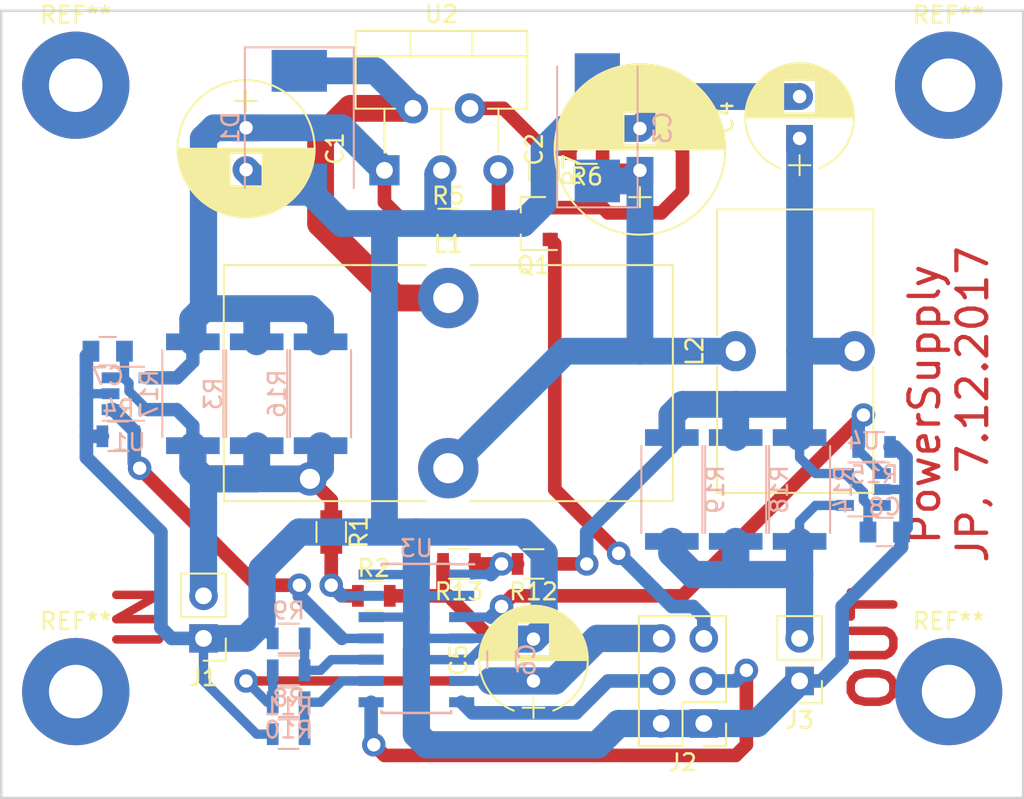
<source format=kicad_pcb>
(kicad_pcb (version 4) (host pcbnew 4.0.7)

  (general
    (links 83)
    (no_connects 0)
    (area 121.844999 15.799999 174.065001 63.575001)
    (thickness 1.6)
    (drawings 7)
    (tracks 269)
    (zones 0)
    (modules 42)
    (nets 20)
  )

  (page A4)
  (layers
    (0 F.Cu signal)
    (31 B.Cu signal)
    (32 B.Adhes user)
    (33 F.Adhes user)
    (34 B.Paste user)
    (35 F.Paste user)
    (36 B.SilkS user)
    (37 F.SilkS user)
    (38 B.Mask user)
    (39 F.Mask user)
    (40 Dwgs.User user)
    (41 Cmts.User user)
    (42 Eco1.User user)
    (43 Eco2.User user)
    (44 Edge.Cuts user)
    (45 Margin user)
    (46 B.CrtYd user)
    (47 F.CrtYd user)
    (48 B.Fab user)
    (49 F.Fab user)
  )

  (setup
    (last_trace_width 0.8128)
    (user_trace_width 0.5588)
    (user_trace_width 0.8128)
    (user_trace_width 1.6256)
    (trace_clearance 0.2032)
    (zone_clearance 0.508)
    (zone_45_only no)
    (trace_min 0.2)
    (segment_width 0.2)
    (edge_width 0.15)
    (via_size 1.4)
    (via_drill 0.8)
    (via_min_size 0.4)
    (via_min_drill 0.3)
    (user_via 1.4 0.8)
    (user_via 2 1.2)
    (uvia_size 0.3)
    (uvia_drill 0.1)
    (uvias_allowed no)
    (uvia_min_size 0.2)
    (uvia_min_drill 0.1)
    (pcb_text_width 0.3)
    (pcb_text_size 1.5 1.5)
    (mod_edge_width 0.15)
    (mod_text_size 1 1)
    (mod_text_width 0.15)
    (pad_size 1.524 1.524)
    (pad_drill 0.762)
    (pad_to_mask_clearance 0.2)
    (aux_axis_origin 0 0)
    (visible_elements 7FFFFF9F)
    (pcbplotparams
      (layerselection 0x00030_80000001)
      (usegerberextensions false)
      (excludeedgelayer true)
      (linewidth 0.100000)
      (plotframeref false)
      (viasonmask false)
      (mode 1)
      (useauxorigin false)
      (hpglpennumber 1)
      (hpglpenspeed 20)
      (hpglpendiameter 15)
      (hpglpenoverlay 2)
      (psnegative false)
      (psa4output false)
      (plotreference true)
      (plotvalue true)
      (plotinvisibletext false)
      (padsonsilk false)
      (subtractmaskfromsilk false)
      (outputformat 1)
      (mirror false)
      (drillshape 1)
      (scaleselection 1)
      (outputdirectory ""))
  )

  (net 0 "")
  (net 1 "Net-(C1-Pad1)")
  (net 2 GNDA)
  (net 3 "Net-(C2-Pad1)")
  (net 4 "Net-(C4-Pad1)")
  (net 5 +5V)
  (net 6 "Net-(D1-Pad1)")
  (net 7 SCL)
  (net 8 SDA)
  (net 9 PowerEnable)
  (net 10 "Net-(J3-Pad2)")
  (net 11 "Net-(Q1-Pad3)")
  (net 12 IN_Voltage)
  (net 13 IN_Current)
  (net 14 "Net-(R6-Pad2)")
  (net 15 "Net-(R8-Pad2)")
  (net 16 "Net-(R10-Pad2)")
  (net 17 OUT_Voltage)
  (net 18 OUT_Current)
  (net 19 "Net-(C7-Pad2)")

  (net_class Default "This is the default net class."
    (clearance 0.2032)
    (trace_width 0.8128)
    (via_dia 1.4)
    (via_drill 0.8)
    (uvia_dia 0.3)
    (uvia_drill 0.1)
    (add_net IN_Current)
    (add_net IN_Voltage)
    (add_net "Net-(C7-Pad2)")
    (add_net "Net-(Q1-Pad3)")
    (add_net "Net-(R10-Pad2)")
    (add_net "Net-(R6-Pad2)")
    (add_net "Net-(R8-Pad2)")
    (add_net OUT_Current)
    (add_net OUT_Voltage)
    (add_net PowerEnable)
    (add_net SCL)
    (add_net SDA)
  )

  (net_class Power ""
    (clearance 0.2032)
    (trace_width 1.6256)
    (via_dia 2)
    (via_drill 1.2)
    (uvia_dia 0.3)
    (uvia_drill 0.1)
    (add_net +5V)
    (add_net GNDA)
    (add_net "Net-(C1-Pad1)")
    (add_net "Net-(C2-Pad1)")
    (add_net "Net-(C4-Pad1)")
    (add_net "Net-(D1-Pad1)")
    (add_net "Net-(J3-Pad2)")
  )

  (module Housings_SOIC:SOIC-14_3.9x8.7mm_Pitch1.27mm (layer B.Cu) (tedit 58CC8F64) (tstamp 5A0F944B)
    (at 142.875 53.34 180)
    (descr "14-Lead Plastic Small Outline (SL) - Narrow, 3.90 mm Body [SOIC] (see Microchip Packaging Specification 00000049BS.pdf)")
    (tags "SOIC 1.27")
    (path /5A026CC9)
    (attr smd)
    (fp_text reference U3 (at 0 5.375 180) (layer B.SilkS)
      (effects (font (size 1 1) (thickness 0.15)) (justify mirror))
    )
    (fp_text value MCP3428 (at 0 -5.375 180) (layer B.Fab)
      (effects (font (size 1 1) (thickness 0.15)) (justify mirror))
    )
    (fp_text user %R (at 0 0 180) (layer B.Fab)
      (effects (font (size 0.9 0.9) (thickness 0.135)) (justify mirror))
    )
    (fp_line (start -0.95 4.35) (end 1.95 4.35) (layer B.Fab) (width 0.15))
    (fp_line (start 1.95 4.35) (end 1.95 -4.35) (layer B.Fab) (width 0.15))
    (fp_line (start 1.95 -4.35) (end -1.95 -4.35) (layer B.Fab) (width 0.15))
    (fp_line (start -1.95 -4.35) (end -1.95 3.35) (layer B.Fab) (width 0.15))
    (fp_line (start -1.95 3.35) (end -0.95 4.35) (layer B.Fab) (width 0.15))
    (fp_line (start -3.7 4.65) (end -3.7 -4.65) (layer B.CrtYd) (width 0.05))
    (fp_line (start 3.7 4.65) (end 3.7 -4.65) (layer B.CrtYd) (width 0.05))
    (fp_line (start -3.7 4.65) (end 3.7 4.65) (layer B.CrtYd) (width 0.05))
    (fp_line (start -3.7 -4.65) (end 3.7 -4.65) (layer B.CrtYd) (width 0.05))
    (fp_line (start -2.075 4.45) (end -2.075 4.425) (layer B.SilkS) (width 0.15))
    (fp_line (start 2.075 4.45) (end 2.075 4.335) (layer B.SilkS) (width 0.15))
    (fp_line (start 2.075 -4.45) (end 2.075 -4.335) (layer B.SilkS) (width 0.15))
    (fp_line (start -2.075 -4.45) (end -2.075 -4.335) (layer B.SilkS) (width 0.15))
    (fp_line (start -2.075 4.45) (end 2.075 4.45) (layer B.SilkS) (width 0.15))
    (fp_line (start -2.075 -4.45) (end 2.075 -4.45) (layer B.SilkS) (width 0.15))
    (fp_line (start -2.075 4.425) (end -3.45 4.425) (layer B.SilkS) (width 0.15))
    (pad 1 smd rect (at -2.7 3.81 180) (size 1.5 0.6) (layers B.Cu B.Paste B.Mask)
      (net 17 OUT_Voltage))
    (pad 2 smd rect (at -2.7 2.54 180) (size 1.5 0.6) (layers B.Cu B.Paste B.Mask)
      (net 2 GNDA))
    (pad 3 smd rect (at -2.7 1.27 180) (size 1.5 0.6) (layers B.Cu B.Paste B.Mask)
      (net 18 OUT_Current))
    (pad 4 smd rect (at -2.7 0 180) (size 1.5 0.6) (layers B.Cu B.Paste B.Mask)
      (net 2 GNDA))
    (pad 5 smd rect (at -2.7 -1.27 180) (size 1.5 0.6) (layers B.Cu B.Paste B.Mask)
      (net 2 GNDA))
    (pad 6 smd rect (at -2.7 -2.54 180) (size 1.5 0.6) (layers B.Cu B.Paste B.Mask)
      (net 5 +5V))
    (pad 7 smd rect (at -2.7 -3.81 180) (size 1.5 0.6) (layers B.Cu B.Paste B.Mask)
      (net 8 SDA))
    (pad 8 smd rect (at 2.7 -3.81 180) (size 1.5 0.6) (layers B.Cu B.Paste B.Mask)
      (net 7 SCL))
    (pad 9 smd rect (at 2.7 -2.54 180) (size 1.5 0.6) (layers B.Cu B.Paste B.Mask)
      (net 16 "Net-(R10-Pad2)"))
    (pad 10 smd rect (at 2.7 -1.27 180) (size 1.5 0.6) (layers B.Cu B.Paste B.Mask)
      (net 15 "Net-(R8-Pad2)"))
    (pad 11 smd rect (at 2.7 0 180) (size 1.5 0.6) (layers B.Cu B.Paste B.Mask)
      (net 13 IN_Current))
    (pad 12 smd rect (at 2.7 1.27 180) (size 1.5 0.6) (layers B.Cu B.Paste B.Mask)
      (net 2 GNDA))
    (pad 13 smd rect (at 2.7 2.54 180) (size 1.5 0.6) (layers B.Cu B.Paste B.Mask)
      (net 12 IN_Voltage))
    (pad 14 smd rect (at 2.7 3.81 180) (size 1.5 0.6) (layers B.Cu B.Paste B.Mask)
      (net 2 GNDA))
    (model ${KISYS3DMOD}/Housings_SOIC.3dshapes/SOIC-14_3.9x8.7mm_Pitch1.27mm.wrl
      (at (xyz 0 0 0))
      (scale (xyz 1 1 1))
      (rotate (xyz 0 0 0))
    )
  )

  (module Inductors_THT:L_Toroid_Vertical_L26.7mm_W14.0mm_P10.16mm_Pulse_D (layer F.Cu) (tedit 5880B84E) (tstamp 5A0FA414)
    (at 144.78 33.02)
    (descr "L_Toroid, Vertical series, Radial, pin pitch=10.16mm, , length*width=26.67*13.97mm^2, Pulse, D, http://datasheet.octopart.com/PE-92112KNL-Pulse-datasheet-17853305.pdf")
    (tags "L_Toroid Vertical series Radial pin pitch 10.16mm  length 26.67mm width 13.97mm Pulse D")
    (path /59FFC0EF)
    (fp_text reference L1 (at 0 -3.215) (layer F.SilkS)
      (effects (font (size 1 1) (thickness 0.15)))
    )
    (fp_text value 100u (at 0 13.375) (layer F.Fab)
      (effects (font (size 1 1) (thickness 0.15)))
    )
    (fp_line (start -13.335 -1.905) (end -13.335 12.065) (layer F.Fab) (width 0.1))
    (fp_line (start -13.335 12.065) (end 13.335 12.065) (layer F.Fab) (width 0.1))
    (fp_line (start 13.335 12.065) (end 13.335 -1.905) (layer F.Fab) (width 0.1))
    (fp_line (start 13.335 -1.905) (end -13.335 -1.905) (layer F.Fab) (width 0.1))
    (fp_line (start -13.335 -1.905) (end -12.0015 12.065) (layer F.Fab) (width 0.1))
    (fp_line (start -10.668 -1.905) (end -9.3345 12.065) (layer F.Fab) (width 0.1))
    (fp_line (start -8.001 -1.905) (end -6.6675 12.065) (layer F.Fab) (width 0.1))
    (fp_line (start -5.334 -1.905) (end -4.0005 12.065) (layer F.Fab) (width 0.1))
    (fp_line (start -2.667 -1.905) (end -1.3335 12.065) (layer F.Fab) (width 0.1))
    (fp_line (start 0 -1.905) (end 1.3335 12.065) (layer F.Fab) (width 0.1))
    (fp_line (start 2.667 -1.905) (end 4.0005 12.065) (layer F.Fab) (width 0.1))
    (fp_line (start 5.334 -1.905) (end 6.6675 12.065) (layer F.Fab) (width 0.1))
    (fp_line (start 8.001 -1.905) (end 9.3345 12.065) (layer F.Fab) (width 0.1))
    (fp_line (start 10.668 -1.905) (end 12.0015 12.065) (layer F.Fab) (width 0.1))
    (fp_line (start -13.396 -1.965) (end -1.325 -1.965) (layer F.SilkS) (width 0.12))
    (fp_line (start 1.325 -1.965) (end 13.396 -1.965) (layer F.SilkS) (width 0.12))
    (fp_line (start -13.396 12.125) (end -1.325 12.125) (layer F.SilkS) (width 0.12))
    (fp_line (start 1.325 12.125) (end 13.396 12.125) (layer F.SilkS) (width 0.12))
    (fp_line (start -13.396 -1.965) (end -13.396 12.125) (layer F.SilkS) (width 0.12))
    (fp_line (start 13.396 -1.965) (end 13.396 12.125) (layer F.SilkS) (width 0.12))
    (fp_line (start -13.65 -2.25) (end -13.65 12.4) (layer F.CrtYd) (width 0.05))
    (fp_line (start -13.65 12.4) (end 13.65 12.4) (layer F.CrtYd) (width 0.05))
    (fp_line (start 13.65 12.4) (end 13.65 -2.25) (layer F.CrtYd) (width 0.05))
    (fp_line (start 13.65 -2.25) (end -13.65 -2.25) (layer F.CrtYd) (width 0.05))
    (pad 1 thru_hole circle (at 0 0) (size 3.6 3.6) (drill 1.8) (layers *.Cu *.Mask)
      (net 6 "Net-(D1-Pad1)"))
    (pad 2 thru_hole circle (at 0 10.16) (size 3.6 3.6) (drill 1.8) (layers *.Cu *.Mask)
      (net 3 "Net-(C2-Pad1)"))
    (model Inductors_THT.3dshapes/L_Toroid_Vertical_L26.7mm_W14.0mm_P10.16mm_Pulse_D.wrl
      (at (xyz 0 0 0))
      (scale (xyz 0.393701 0.393701 0.393701))
      (rotate (xyz 0 0 0))
    )
  )

  (module Capacitors_THT:CP_Radial_D8.0mm_P2.50mm (layer F.Cu) (tedit 5A10E66E) (tstamp 5A0F9389)
    (at 132.715 22.86 270)
    (descr "CP, Radial series, Radial, pin pitch=2.50mm, , diameter=8mm, Electrolytic Capacitor")
    (tags "CP Radial series Radial pin pitch 2.50mm  diameter 8mm Electrolytic Capacitor")
    (path /59FFC02B)
    (fp_text reference C1 (at 1.25 -5.31 270) (layer F.SilkS)
      (effects (font (size 1 1) (thickness 0.15)))
    )
    (fp_text value 100u (at 1.25 5.31 270) (layer F.Fab)
      (effects (font (size 1 1) (thickness 0.15)))
    )
    (fp_circle (center 1.25 0) (end 5.25 0) (layer F.Fab) (width 0.1))
    (fp_circle (center 1.25 0) (end 5.34 0) (layer F.SilkS) (width 0.12))
    (fp_line (start -2.2 0) (end -1 0) (layer F.Fab) (width 0.1))
    (fp_line (start -1.6 -0.65) (end -1.6 0.65) (layer F.Fab) (width 0.1))
    (fp_line (start 1.25 -4.05) (end 1.25 4.05) (layer F.SilkS) (width 0.12))
    (fp_line (start 1.29 -4.05) (end 1.29 4.05) (layer F.SilkS) (width 0.12))
    (fp_line (start 1.33 -4.05) (end 1.33 4.05) (layer F.SilkS) (width 0.12))
    (fp_line (start 1.37 -4.049) (end 1.37 4.049) (layer F.SilkS) (width 0.12))
    (fp_line (start 1.41 -4.047) (end 1.41 4.047) (layer F.SilkS) (width 0.12))
    (fp_line (start 1.45 -4.046) (end 1.45 4.046) (layer F.SilkS) (width 0.12))
    (fp_line (start 1.49 -4.043) (end 1.49 4.043) (layer F.SilkS) (width 0.12))
    (fp_line (start 1.53 -4.041) (end 1.53 -0.98) (layer F.SilkS) (width 0.12))
    (fp_line (start 1.53 0.98) (end 1.53 4.041) (layer F.SilkS) (width 0.12))
    (fp_line (start 1.57 -4.038) (end 1.57 -0.98) (layer F.SilkS) (width 0.12))
    (fp_line (start 1.57 0.98) (end 1.57 4.038) (layer F.SilkS) (width 0.12))
    (fp_line (start 1.61 -4.035) (end 1.61 -0.98) (layer F.SilkS) (width 0.12))
    (fp_line (start 1.61 0.98) (end 1.61 4.035) (layer F.SilkS) (width 0.12))
    (fp_line (start 1.65 -4.031) (end 1.65 -0.98) (layer F.SilkS) (width 0.12))
    (fp_line (start 1.65 0.98) (end 1.65 4.031) (layer F.SilkS) (width 0.12))
    (fp_line (start 1.69 -4.027) (end 1.69 -0.98) (layer F.SilkS) (width 0.12))
    (fp_line (start 1.69 0.98) (end 1.69 4.027) (layer F.SilkS) (width 0.12))
    (fp_line (start 1.73 -4.022) (end 1.73 -0.98) (layer F.SilkS) (width 0.12))
    (fp_line (start 1.73 0.98) (end 1.73 4.022) (layer F.SilkS) (width 0.12))
    (fp_line (start 1.77 -4.017) (end 1.77 -0.98) (layer F.SilkS) (width 0.12))
    (fp_line (start 1.77 0.98) (end 1.77 4.017) (layer F.SilkS) (width 0.12))
    (fp_line (start 1.81 -4.012) (end 1.81 -0.98) (layer F.SilkS) (width 0.12))
    (fp_line (start 1.81 0.98) (end 1.81 4.012) (layer F.SilkS) (width 0.12))
    (fp_line (start 1.85 -4.006) (end 1.85 -0.98) (layer F.SilkS) (width 0.12))
    (fp_line (start 1.85 0.98) (end 1.85 4.006) (layer F.SilkS) (width 0.12))
    (fp_line (start 1.89 -4) (end 1.89 -0.98) (layer F.SilkS) (width 0.12))
    (fp_line (start 1.89 0.98) (end 1.89 4) (layer F.SilkS) (width 0.12))
    (fp_line (start 1.93 -3.994) (end 1.93 -0.98) (layer F.SilkS) (width 0.12))
    (fp_line (start 1.93 0.98) (end 1.93 3.994) (layer F.SilkS) (width 0.12))
    (fp_line (start 1.971 -3.987) (end 1.971 -0.98) (layer F.SilkS) (width 0.12))
    (fp_line (start 1.971 0.98) (end 1.971 3.987) (layer F.SilkS) (width 0.12))
    (fp_line (start 2.011 -3.979) (end 2.011 -0.98) (layer F.SilkS) (width 0.12))
    (fp_line (start 2.011 0.98) (end 2.011 3.979) (layer F.SilkS) (width 0.12))
    (fp_line (start 2.051 -3.971) (end 2.051 -0.98) (layer F.SilkS) (width 0.12))
    (fp_line (start 2.051 0.98) (end 2.051 3.971) (layer F.SilkS) (width 0.12))
    (fp_line (start 2.091 -3.963) (end 2.091 -0.98) (layer F.SilkS) (width 0.12))
    (fp_line (start 2.091 0.98) (end 2.091 3.963) (layer F.SilkS) (width 0.12))
    (fp_line (start 2.131 -3.955) (end 2.131 -0.98) (layer F.SilkS) (width 0.12))
    (fp_line (start 2.131 0.98) (end 2.131 3.955) (layer F.SilkS) (width 0.12))
    (fp_line (start 2.171 -3.946) (end 2.171 -0.98) (layer F.SilkS) (width 0.12))
    (fp_line (start 2.171 0.98) (end 2.171 3.946) (layer F.SilkS) (width 0.12))
    (fp_line (start 2.211 -3.936) (end 2.211 -0.98) (layer F.SilkS) (width 0.12))
    (fp_line (start 2.211 0.98) (end 2.211 3.936) (layer F.SilkS) (width 0.12))
    (fp_line (start 2.251 -3.926) (end 2.251 -0.98) (layer F.SilkS) (width 0.12))
    (fp_line (start 2.251 0.98) (end 2.251 3.926) (layer F.SilkS) (width 0.12))
    (fp_line (start 2.291 -3.916) (end 2.291 -0.98) (layer F.SilkS) (width 0.12))
    (fp_line (start 2.291 0.98) (end 2.291 3.916) (layer F.SilkS) (width 0.12))
    (fp_line (start 2.331 -3.905) (end 2.331 -0.98) (layer F.SilkS) (width 0.12))
    (fp_line (start 2.331 0.98) (end 2.331 3.905) (layer F.SilkS) (width 0.12))
    (fp_line (start 2.371 -3.894) (end 2.371 -0.98) (layer F.SilkS) (width 0.12))
    (fp_line (start 2.371 0.98) (end 2.371 3.894) (layer F.SilkS) (width 0.12))
    (fp_line (start 2.411 -3.883) (end 2.411 -0.98) (layer F.SilkS) (width 0.12))
    (fp_line (start 2.411 0.98) (end 2.411 3.883) (layer F.SilkS) (width 0.12))
    (fp_line (start 2.451 -3.87) (end 2.451 -0.98) (layer F.SilkS) (width 0.12))
    (fp_line (start 2.451 0.98) (end 2.451 3.87) (layer F.SilkS) (width 0.12))
    (fp_line (start 2.491 -3.858) (end 2.491 -0.98) (layer F.SilkS) (width 0.12))
    (fp_line (start 2.491 0.98) (end 2.491 3.858) (layer F.SilkS) (width 0.12))
    (fp_line (start 2.531 -3.845) (end 2.531 -0.98) (layer F.SilkS) (width 0.12))
    (fp_line (start 2.531 0.98) (end 2.531 3.845) (layer F.SilkS) (width 0.12))
    (fp_line (start 2.571 -3.832) (end 2.571 -0.98) (layer F.SilkS) (width 0.12))
    (fp_line (start 2.571 0.98) (end 2.571 3.832) (layer F.SilkS) (width 0.12))
    (fp_line (start 2.611 -3.818) (end 2.611 -0.98) (layer F.SilkS) (width 0.12))
    (fp_line (start 2.611 0.98) (end 2.611 3.818) (layer F.SilkS) (width 0.12))
    (fp_line (start 2.651 -3.803) (end 2.651 -0.98) (layer F.SilkS) (width 0.12))
    (fp_line (start 2.651 0.98) (end 2.651 3.803) (layer F.SilkS) (width 0.12))
    (fp_line (start 2.691 -3.789) (end 2.691 -0.98) (layer F.SilkS) (width 0.12))
    (fp_line (start 2.691 0.98) (end 2.691 3.789) (layer F.SilkS) (width 0.12))
    (fp_line (start 2.731 -3.773) (end 2.731 -0.98) (layer F.SilkS) (width 0.12))
    (fp_line (start 2.731 0.98) (end 2.731 3.773) (layer F.SilkS) (width 0.12))
    (fp_line (start 2.771 -3.758) (end 2.771 -0.98) (layer F.SilkS) (width 0.12))
    (fp_line (start 2.771 0.98) (end 2.771 3.758) (layer F.SilkS) (width 0.12))
    (fp_line (start 2.811 -3.741) (end 2.811 -0.98) (layer F.SilkS) (width 0.12))
    (fp_line (start 2.811 0.98) (end 2.811 3.741) (layer F.SilkS) (width 0.12))
    (fp_line (start 2.851 -3.725) (end 2.851 -0.98) (layer F.SilkS) (width 0.12))
    (fp_line (start 2.851 0.98) (end 2.851 3.725) (layer F.SilkS) (width 0.12))
    (fp_line (start 2.891 -3.707) (end 2.891 -0.98) (layer F.SilkS) (width 0.12))
    (fp_line (start 2.891 0.98) (end 2.891 3.707) (layer F.SilkS) (width 0.12))
    (fp_line (start 2.931 -3.69) (end 2.931 -0.98) (layer F.SilkS) (width 0.12))
    (fp_line (start 2.931 0.98) (end 2.931 3.69) (layer F.SilkS) (width 0.12))
    (fp_line (start 2.971 -3.671) (end 2.971 -0.98) (layer F.SilkS) (width 0.12))
    (fp_line (start 2.971 0.98) (end 2.971 3.671) (layer F.SilkS) (width 0.12))
    (fp_line (start 3.011 -3.652) (end 3.011 -0.98) (layer F.SilkS) (width 0.12))
    (fp_line (start 3.011 0.98) (end 3.011 3.652) (layer F.SilkS) (width 0.12))
    (fp_line (start 3.051 -3.633) (end 3.051 -0.98) (layer F.SilkS) (width 0.12))
    (fp_line (start 3.051 0.98) (end 3.051 3.633) (layer F.SilkS) (width 0.12))
    (fp_line (start 3.091 -3.613) (end 3.091 -0.98) (layer F.SilkS) (width 0.12))
    (fp_line (start 3.091 0.98) (end 3.091 3.613) (layer F.SilkS) (width 0.12))
    (fp_line (start 3.131 -3.593) (end 3.131 -0.98) (layer F.SilkS) (width 0.12))
    (fp_line (start 3.131 0.98) (end 3.131 3.593) (layer F.SilkS) (width 0.12))
    (fp_line (start 3.171 -3.572) (end 3.171 -0.98) (layer F.SilkS) (width 0.12))
    (fp_line (start 3.171 0.98) (end 3.171 3.572) (layer F.SilkS) (width 0.12))
    (fp_line (start 3.211 -3.55) (end 3.211 -0.98) (layer F.SilkS) (width 0.12))
    (fp_line (start 3.211 0.98) (end 3.211 3.55) (layer F.SilkS) (width 0.12))
    (fp_line (start 3.251 -3.528) (end 3.251 -0.98) (layer F.SilkS) (width 0.12))
    (fp_line (start 3.251 0.98) (end 3.251 3.528) (layer F.SilkS) (width 0.12))
    (fp_line (start 3.291 -3.505) (end 3.291 -0.98) (layer F.SilkS) (width 0.12))
    (fp_line (start 3.291 0.98) (end 3.291 3.505) (layer F.SilkS) (width 0.12))
    (fp_line (start 3.331 -3.482) (end 3.331 -0.98) (layer F.SilkS) (width 0.12))
    (fp_line (start 3.331 0.98) (end 3.331 3.482) (layer F.SilkS) (width 0.12))
    (fp_line (start 3.371 -3.458) (end 3.371 -0.98) (layer F.SilkS) (width 0.12))
    (fp_line (start 3.371 0.98) (end 3.371 3.458) (layer F.SilkS) (width 0.12))
    (fp_line (start 3.411 -3.434) (end 3.411 -0.98) (layer F.SilkS) (width 0.12))
    (fp_line (start 3.411 0.98) (end 3.411 3.434) (layer F.SilkS) (width 0.12))
    (fp_line (start 3.451 -3.408) (end 3.451 -0.98) (layer F.SilkS) (width 0.12))
    (fp_line (start 3.451 0.98) (end 3.451 3.408) (layer F.SilkS) (width 0.12))
    (fp_line (start 3.491 -3.383) (end 3.491 3.383) (layer F.SilkS) (width 0.12))
    (fp_line (start 3.531 -3.356) (end 3.531 3.356) (layer F.SilkS) (width 0.12))
    (fp_line (start 3.571 -3.329) (end 3.571 3.329) (layer F.SilkS) (width 0.12))
    (fp_line (start 3.611 -3.301) (end 3.611 3.301) (layer F.SilkS) (width 0.12))
    (fp_line (start 3.651 -3.272) (end 3.651 3.272) (layer F.SilkS) (width 0.12))
    (fp_line (start 3.691 -3.243) (end 3.691 3.243) (layer F.SilkS) (width 0.12))
    (fp_line (start 3.731 -3.213) (end 3.731 3.213) (layer F.SilkS) (width 0.12))
    (fp_line (start 3.771 -3.182) (end 3.771 3.182) (layer F.SilkS) (width 0.12))
    (fp_line (start 3.811 -3.15) (end 3.811 3.15) (layer F.SilkS) (width 0.12))
    (fp_line (start 3.851 -3.118) (end 3.851 3.118) (layer F.SilkS) (width 0.12))
    (fp_line (start 3.891 -3.084) (end 3.891 3.084) (layer F.SilkS) (width 0.12))
    (fp_line (start 3.931 -3.05) (end 3.931 3.05) (layer F.SilkS) (width 0.12))
    (fp_line (start 3.971 -3.015) (end 3.971 3.015) (layer F.SilkS) (width 0.12))
    (fp_line (start 4.011 -2.979) (end 4.011 2.979) (layer F.SilkS) (width 0.12))
    (fp_line (start 4.051 -2.942) (end 4.051 2.942) (layer F.SilkS) (width 0.12))
    (fp_line (start 4.091 -2.904) (end 4.091 2.904) (layer F.SilkS) (width 0.12))
    (fp_line (start 4.131 -2.865) (end 4.131 2.865) (layer F.SilkS) (width 0.12))
    (fp_line (start 4.171 -2.824) (end 4.171 2.824) (layer F.SilkS) (width 0.12))
    (fp_line (start 4.211 -2.783) (end 4.211 2.783) (layer F.SilkS) (width 0.12))
    (fp_line (start 4.251 -2.74) (end 4.251 2.74) (layer F.SilkS) (width 0.12))
    (fp_line (start 4.291 -2.697) (end 4.291 2.697) (layer F.SilkS) (width 0.12))
    (fp_line (start 4.331 -2.652) (end 4.331 2.652) (layer F.SilkS) (width 0.12))
    (fp_line (start 4.371 -2.605) (end 4.371 2.605) (layer F.SilkS) (width 0.12))
    (fp_line (start 4.411 -2.557) (end 4.411 2.557) (layer F.SilkS) (width 0.12))
    (fp_line (start 4.451 -2.508) (end 4.451 2.508) (layer F.SilkS) (width 0.12))
    (fp_line (start 4.491 -2.457) (end 4.491 2.457) (layer F.SilkS) (width 0.12))
    (fp_line (start 4.531 -2.404) (end 4.531 2.404) (layer F.SilkS) (width 0.12))
    (fp_line (start 4.571 -2.349) (end 4.571 2.349) (layer F.SilkS) (width 0.12))
    (fp_line (start 4.611 -2.293) (end 4.611 2.293) (layer F.SilkS) (width 0.12))
    (fp_line (start 4.651 -2.234) (end 4.651 2.234) (layer F.SilkS) (width 0.12))
    (fp_line (start 4.691 -2.173) (end 4.691 2.173) (layer F.SilkS) (width 0.12))
    (fp_line (start 4.731 -2.109) (end 4.731 2.109) (layer F.SilkS) (width 0.12))
    (fp_line (start 4.771 -2.043) (end 4.771 2.043) (layer F.SilkS) (width 0.12))
    (fp_line (start 4.811 -1.974) (end 4.811 1.974) (layer F.SilkS) (width 0.12))
    (fp_line (start 4.851 -1.902) (end 4.851 1.902) (layer F.SilkS) (width 0.12))
    (fp_line (start 4.891 -1.826) (end 4.891 1.826) (layer F.SilkS) (width 0.12))
    (fp_line (start 4.931 -1.745) (end 4.931 1.745) (layer F.SilkS) (width 0.12))
    (fp_line (start 4.971 -1.66) (end 4.971 1.66) (layer F.SilkS) (width 0.12))
    (fp_line (start 5.011 -1.57) (end 5.011 1.57) (layer F.SilkS) (width 0.12))
    (fp_line (start 5.051 -1.473) (end 5.051 1.473) (layer F.SilkS) (width 0.12))
    (fp_line (start 5.091 -1.369) (end 5.091 1.369) (layer F.SilkS) (width 0.12))
    (fp_line (start 5.131 -1.254) (end 5.131 1.254) (layer F.SilkS) (width 0.12))
    (fp_line (start 5.171 -1.127) (end 5.171 1.127) (layer F.SilkS) (width 0.12))
    (fp_line (start 5.211 -0.983) (end 5.211 0.983) (layer F.SilkS) (width 0.12))
    (fp_line (start 5.251 -0.814) (end 5.251 0.814) (layer F.SilkS) (width 0.12))
    (fp_line (start 5.291 -0.598) (end 5.291 0.598) (layer F.SilkS) (width 0.12))
    (fp_line (start 5.331 -0.246) (end 5.331 0.246) (layer F.SilkS) (width 0.12))
    (fp_line (start -2.2 0) (end -1 0) (layer F.SilkS) (width 0.12))
    (fp_line (start -1.6 -0.65) (end -1.6 0.65) (layer F.SilkS) (width 0.12))
    (fp_line (start -3.1 -4.35) (end -3.1 4.35) (layer F.CrtYd) (width 0.05))
    (fp_line (start -3.1 4.35) (end 5.6 4.35) (layer F.CrtYd) (width 0.05))
    (fp_line (start 5.6 4.35) (end 5.6 -4.35) (layer F.CrtYd) (width 0.05))
    (fp_line (start 5.6 -4.35) (end -3.1 -4.35) (layer F.CrtYd) (width 0.05))
    (fp_text user %R (at 1.25 0 450) (layer F.Fab)
      (effects (font (size 1 1) (thickness 0.15)))
    )
    (pad 1 thru_hole rect (at 0 0 270) (size 1.6 1.6) (drill 0.8) (layers *.Cu *.Mask)
      (net 1 "Net-(C1-Pad1)"))
    (pad 2 thru_hole circle (at 2.5 0 270) (size 1.6 1.6) (drill 0.8) (layers *.Cu *.Mask)
      (net 2 GNDA))
    (model ${KISYS3DMOD}/Capacitors_THT.3dshapes/CP_Radial_D8.0mm_P2.50mm.wrl
      (at (xyz 0 0 0))
      (scale (xyz 1 1 1))
      (rotate (xyz 0 0 0))
    )
  )

  (module Capacitors_SMD:C_0805 (layer B.Cu) (tedit 58AA8463) (tstamp 5A0F93A7)
    (at 147.955 54.61 90)
    (descr "Capacitor SMD 0805, reflow soldering, AVX (see smccp.pdf)")
    (tags "capacitor 0805")
    (path /5A03C0C2)
    (attr smd)
    (fp_text reference C6 (at 0 1.5 90) (layer B.SilkS)
      (effects (font (size 1 1) (thickness 0.15)) (justify mirror))
    )
    (fp_text value 100n (at 0 -1.75 90) (layer B.Fab)
      (effects (font (size 1 1) (thickness 0.15)) (justify mirror))
    )
    (fp_text user %R (at 0 1.5 90) (layer B.Fab)
      (effects (font (size 1 1) (thickness 0.15)) (justify mirror))
    )
    (fp_line (start -1 -0.62) (end -1 0.62) (layer B.Fab) (width 0.1))
    (fp_line (start 1 -0.62) (end -1 -0.62) (layer B.Fab) (width 0.1))
    (fp_line (start 1 0.62) (end 1 -0.62) (layer B.Fab) (width 0.1))
    (fp_line (start -1 0.62) (end 1 0.62) (layer B.Fab) (width 0.1))
    (fp_line (start 0.5 0.85) (end -0.5 0.85) (layer B.SilkS) (width 0.12))
    (fp_line (start -0.5 -0.85) (end 0.5 -0.85) (layer B.SilkS) (width 0.12))
    (fp_line (start -1.75 0.88) (end 1.75 0.88) (layer B.CrtYd) (width 0.05))
    (fp_line (start -1.75 0.88) (end -1.75 -0.87) (layer B.CrtYd) (width 0.05))
    (fp_line (start 1.75 -0.87) (end 1.75 0.88) (layer B.CrtYd) (width 0.05))
    (fp_line (start 1.75 -0.87) (end -1.75 -0.87) (layer B.CrtYd) (width 0.05))
    (pad 1 smd rect (at -1 0 90) (size 1 1.25) (layers B.Cu B.Paste B.Mask)
      (net 5 +5V))
    (pad 2 smd rect (at 1 0 90) (size 1 1.25) (layers B.Cu B.Paste B.Mask)
      (net 2 GNDA))
    (model Capacitors_SMD.3dshapes/C_0805.wrl
      (at (xyz 0 0 0))
      (scale (xyz 1 1 1))
      (rotate (xyz 0 0 0))
    )
  )

  (module Diodes_SMD:D_SMC (layer B.Cu) (tedit 5864295D) (tstamp 5A0F93AD)
    (at 135.89 22.86 270)
    (descr "Diode SMC (DO-214AB)")
    (tags "Diode SMC (DO-214AB)")
    (path /59FFC76C)
    (attr smd)
    (fp_text reference D1 (at 0 4.1 270) (layer B.SilkS)
      (effects (font (size 1 1) (thickness 0.15)) (justify mirror))
    )
    (fp_text value SSC54 (at 0 -4.2 270) (layer B.Fab)
      (effects (font (size 1 1) (thickness 0.15)) (justify mirror))
    )
    (fp_text user %R (at 0 1.9 270) (layer B.Fab)
      (effects (font (size 1 1) (thickness 0.15)) (justify mirror))
    )
    (fp_line (start -4.8 -3.25) (end -4.8 3.25) (layer B.SilkS) (width 0.12))
    (fp_line (start 3.55 -3.1) (end -3.55 -3.1) (layer B.Fab) (width 0.1))
    (fp_line (start -3.55 -3.1) (end -3.55 3.1) (layer B.Fab) (width 0.1))
    (fp_line (start 3.55 3.1) (end 3.55 -3.1) (layer B.Fab) (width 0.1))
    (fp_line (start 3.55 3.1) (end -3.55 3.1) (layer B.Fab) (width 0.1))
    (fp_line (start -4.9 3.35) (end 4.9 3.35) (layer B.CrtYd) (width 0.05))
    (fp_line (start 4.9 3.35) (end 4.9 -3.35) (layer B.CrtYd) (width 0.05))
    (fp_line (start 4.9 -3.35) (end -4.9 -3.35) (layer B.CrtYd) (width 0.05))
    (fp_line (start -4.9 -3.35) (end -4.9 3.35) (layer B.CrtYd) (width 0.05))
    (fp_line (start -0.64944 -0.00102) (end -1.55114 -0.00102) (layer B.Fab) (width 0.1))
    (fp_line (start 0.50118 -0.00102) (end 1.4994 -0.00102) (layer B.Fab) (width 0.1))
    (fp_line (start -0.64944 0.79908) (end -0.64944 -0.80112) (layer B.Fab) (width 0.1))
    (fp_line (start 0.50118 -0.75032) (end 0.50118 0.79908) (layer B.Fab) (width 0.1))
    (fp_line (start -0.64944 -0.00102) (end 0.50118 -0.75032) (layer B.Fab) (width 0.1))
    (fp_line (start -0.64944 -0.00102) (end 0.50118 0.79908) (layer B.Fab) (width 0.1))
    (fp_line (start -4.8 -3.25) (end 3.6 -3.25) (layer B.SilkS) (width 0.12))
    (fp_line (start -4.8 3.25) (end 3.6 3.25) (layer B.SilkS) (width 0.12))
    (pad 1 smd rect (at -3.4 0 180) (size 3.3 2.5) (layers B.Cu B.Paste B.Mask)
      (net 6 "Net-(D1-Pad1)"))
    (pad 2 smd rect (at 3.4 0 180) (size 3.3 2.5) (layers B.Cu B.Paste B.Mask)
      (net 2 GNDA))
    (model ${KISYS3DMOD}/Diodes_SMD.3dshapes/D_SMC.wrl
      (at (xyz 0 0 0))
      (scale (xyz 1 1 1))
      (rotate (xyz 0 0 0))
    )
  )

  (module Pin_Headers:Pin_Header_Straight_1x02_Pitch2.54mm (layer F.Cu) (tedit 59650532) (tstamp 5A0F93B3)
    (at 130.175 53.34 180)
    (descr "Through hole straight pin header, 1x02, 2.54mm pitch, single row")
    (tags "Through hole pin header THT 1x02 2.54mm single row")
    (path /59FFC4D5)
    (fp_text reference J1 (at 0 -2.33 180) (layer F.SilkS)
      (effects (font (size 1 1) (thickness 0.15)))
    )
    (fp_text value "Power IN" (at 0 4.87 180) (layer F.Fab)
      (effects (font (size 1 1) (thickness 0.15)))
    )
    (fp_line (start -0.635 -1.27) (end 1.27 -1.27) (layer F.Fab) (width 0.1))
    (fp_line (start 1.27 -1.27) (end 1.27 3.81) (layer F.Fab) (width 0.1))
    (fp_line (start 1.27 3.81) (end -1.27 3.81) (layer F.Fab) (width 0.1))
    (fp_line (start -1.27 3.81) (end -1.27 -0.635) (layer F.Fab) (width 0.1))
    (fp_line (start -1.27 -0.635) (end -0.635 -1.27) (layer F.Fab) (width 0.1))
    (fp_line (start -1.33 3.87) (end 1.33 3.87) (layer F.SilkS) (width 0.12))
    (fp_line (start -1.33 1.27) (end -1.33 3.87) (layer F.SilkS) (width 0.12))
    (fp_line (start 1.33 1.27) (end 1.33 3.87) (layer F.SilkS) (width 0.12))
    (fp_line (start -1.33 1.27) (end 1.33 1.27) (layer F.SilkS) (width 0.12))
    (fp_line (start -1.33 0) (end -1.33 -1.33) (layer F.SilkS) (width 0.12))
    (fp_line (start -1.33 -1.33) (end 0 -1.33) (layer F.SilkS) (width 0.12))
    (fp_line (start -1.8 -1.8) (end -1.8 4.35) (layer F.CrtYd) (width 0.05))
    (fp_line (start -1.8 4.35) (end 1.8 4.35) (layer F.CrtYd) (width 0.05))
    (fp_line (start 1.8 4.35) (end 1.8 -1.8) (layer F.CrtYd) (width 0.05))
    (fp_line (start 1.8 -1.8) (end -1.8 -1.8) (layer F.CrtYd) (width 0.05))
    (fp_text user %R (at 0 1.27 270) (layer F.Fab)
      (effects (font (size 1 1) (thickness 0.15)))
    )
    (pad 1 thru_hole rect (at 0 0 180) (size 1.7 1.7) (drill 1) (layers *.Cu *.Mask)
      (net 2 GNDA))
    (pad 2 thru_hole oval (at 0 2.54 180) (size 1.7 1.7) (drill 1) (layers *.Cu *.Mask)
      (net 19 "Net-(C7-Pad2)"))
    (model ${KISYS3DMOD}/Pin_Headers.3dshapes/Pin_Header_Straight_1x02_Pitch2.54mm.wrl
      (at (xyz 0 0 0))
      (scale (xyz 1 1 1))
      (rotate (xyz 0 0 0))
    )
  )

  (module Pin_Headers:Pin_Header_Straight_1x02_Pitch2.54mm (layer F.Cu) (tedit 59650532) (tstamp 5A0F93C3)
    (at 165.735 55.88 180)
    (descr "Through hole straight pin header, 1x02, 2.54mm pitch, single row")
    (tags "Through hole pin header THT 1x02 2.54mm single row")
    (path /59FFC5CF)
    (fp_text reference J3 (at 0 -2.33 180) (layer F.SilkS)
      (effects (font (size 1 1) (thickness 0.15)))
    )
    (fp_text value "Power OUT" (at 0 4.87 180) (layer F.Fab)
      (effects (font (size 1 1) (thickness 0.15)))
    )
    (fp_line (start -0.635 -1.27) (end 1.27 -1.27) (layer F.Fab) (width 0.1))
    (fp_line (start 1.27 -1.27) (end 1.27 3.81) (layer F.Fab) (width 0.1))
    (fp_line (start 1.27 3.81) (end -1.27 3.81) (layer F.Fab) (width 0.1))
    (fp_line (start -1.27 3.81) (end -1.27 -0.635) (layer F.Fab) (width 0.1))
    (fp_line (start -1.27 -0.635) (end -0.635 -1.27) (layer F.Fab) (width 0.1))
    (fp_line (start -1.33 3.87) (end 1.33 3.87) (layer F.SilkS) (width 0.12))
    (fp_line (start -1.33 1.27) (end -1.33 3.87) (layer F.SilkS) (width 0.12))
    (fp_line (start 1.33 1.27) (end 1.33 3.87) (layer F.SilkS) (width 0.12))
    (fp_line (start -1.33 1.27) (end 1.33 1.27) (layer F.SilkS) (width 0.12))
    (fp_line (start -1.33 0) (end -1.33 -1.33) (layer F.SilkS) (width 0.12))
    (fp_line (start -1.33 -1.33) (end 0 -1.33) (layer F.SilkS) (width 0.12))
    (fp_line (start -1.8 -1.8) (end -1.8 4.35) (layer F.CrtYd) (width 0.05))
    (fp_line (start -1.8 4.35) (end 1.8 4.35) (layer F.CrtYd) (width 0.05))
    (fp_line (start 1.8 4.35) (end 1.8 -1.8) (layer F.CrtYd) (width 0.05))
    (fp_line (start 1.8 -1.8) (end -1.8 -1.8) (layer F.CrtYd) (width 0.05))
    (fp_text user %R (at 0 1.27 270) (layer F.Fab)
      (effects (font (size 1 1) (thickness 0.15)))
    )
    (pad 1 thru_hole rect (at 0 0 180) (size 1.7 1.7) (drill 1) (layers *.Cu *.Mask)
      (net 2 GNDA))
    (pad 2 thru_hole oval (at 0 2.54 180) (size 1.7 1.7) (drill 1) (layers *.Cu *.Mask)
      (net 10 "Net-(J3-Pad2)"))
    (model ${KISYS3DMOD}/Pin_Headers.3dshapes/Pin_Header_Straight_1x02_Pitch2.54mm.wrl
      (at (xyz 0 0 0))
      (scale (xyz 1 1 1))
      (rotate (xyz 0 0 0))
    )
  )

  (module TO_SOT_Packages_SMD:SOT-23 (layer F.Cu) (tedit 58CE4E7E) (tstamp 5A0F93D6)
    (at 149.86 28.575 180)
    (descr "SOT-23, Standard")
    (tags SOT-23)
    (path /5A0253B8)
    (attr smd)
    (fp_text reference Q1 (at 0 -2.5 180) (layer F.SilkS)
      (effects (font (size 1 1) (thickness 0.15)))
    )
    (fp_text value IRLML0030 (at 0 2.5 180) (layer F.Fab)
      (effects (font (size 1 1) (thickness 0.15)))
    )
    (fp_text user %R (at 0 0 270) (layer F.Fab)
      (effects (font (size 0.5 0.5) (thickness 0.075)))
    )
    (fp_line (start -0.7 -0.95) (end -0.7 1.5) (layer F.Fab) (width 0.1))
    (fp_line (start -0.15 -1.52) (end 0.7 -1.52) (layer F.Fab) (width 0.1))
    (fp_line (start -0.7 -0.95) (end -0.15 -1.52) (layer F.Fab) (width 0.1))
    (fp_line (start 0.7 -1.52) (end 0.7 1.52) (layer F.Fab) (width 0.1))
    (fp_line (start -0.7 1.52) (end 0.7 1.52) (layer F.Fab) (width 0.1))
    (fp_line (start 0.76 1.58) (end 0.76 0.65) (layer F.SilkS) (width 0.12))
    (fp_line (start 0.76 -1.58) (end 0.76 -0.65) (layer F.SilkS) (width 0.12))
    (fp_line (start -1.7 -1.75) (end 1.7 -1.75) (layer F.CrtYd) (width 0.05))
    (fp_line (start 1.7 -1.75) (end 1.7 1.75) (layer F.CrtYd) (width 0.05))
    (fp_line (start 1.7 1.75) (end -1.7 1.75) (layer F.CrtYd) (width 0.05))
    (fp_line (start -1.7 1.75) (end -1.7 -1.75) (layer F.CrtYd) (width 0.05))
    (fp_line (start 0.76 -1.58) (end -1.4 -1.58) (layer F.SilkS) (width 0.12))
    (fp_line (start 0.76 1.58) (end -0.7 1.58) (layer F.SilkS) (width 0.12))
    (pad 1 smd rect (at -1 -0.95 180) (size 0.9 0.8) (layers F.Cu F.Paste F.Mask)
      (net 9 PowerEnable))
    (pad 2 smd rect (at -1 0.95 180) (size 0.9 0.8) (layers F.Cu F.Paste F.Mask)
      (net 2 GNDA))
    (pad 3 smd rect (at 1 0 180) (size 0.9 0.8) (layers F.Cu F.Paste F.Mask)
      (net 11 "Net-(Q1-Pad3)"))
    (model ${KISYS3DMOD}/TO_SOT_Packages_SMD.3dshapes/SOT-23.wrl
      (at (xyz 0 0 0))
      (scale (xyz 1 1 1))
      (rotate (xyz 0 0 0))
    )
  )

  (module Resistors_SMD:R_0805 (layer F.Cu) (tedit 58E0A804) (tstamp 5A0F93DC)
    (at 137.795 46.99 270)
    (descr "Resistor SMD 0805, reflow soldering, Vishay (see dcrcw.pdf)")
    (tags "resistor 0805")
    (path /5A03E251)
    (attr smd)
    (fp_text reference R1 (at 0 -1.65 270) (layer F.SilkS)
      (effects (font (size 1 1) (thickness 0.15)))
    )
    (fp_text value 10k (at 0 1.75 270) (layer F.Fab)
      (effects (font (size 1 1) (thickness 0.15)))
    )
    (fp_text user %R (at 0 0 270) (layer F.Fab)
      (effects (font (size 0.5 0.5) (thickness 0.075)))
    )
    (fp_line (start -1 0.62) (end -1 -0.62) (layer F.Fab) (width 0.1))
    (fp_line (start 1 0.62) (end -1 0.62) (layer F.Fab) (width 0.1))
    (fp_line (start 1 -0.62) (end 1 0.62) (layer F.Fab) (width 0.1))
    (fp_line (start -1 -0.62) (end 1 -0.62) (layer F.Fab) (width 0.1))
    (fp_line (start 0.6 0.88) (end -0.6 0.88) (layer F.SilkS) (width 0.12))
    (fp_line (start -0.6 -0.88) (end 0.6 -0.88) (layer F.SilkS) (width 0.12))
    (fp_line (start -1.55 -0.9) (end 1.55 -0.9) (layer F.CrtYd) (width 0.05))
    (fp_line (start -1.55 -0.9) (end -1.55 0.9) (layer F.CrtYd) (width 0.05))
    (fp_line (start 1.55 0.9) (end 1.55 -0.9) (layer F.CrtYd) (width 0.05))
    (fp_line (start 1.55 0.9) (end -1.55 0.9) (layer F.CrtYd) (width 0.05))
    (pad 1 smd rect (at -0.95 0 270) (size 0.7 1.3) (layers F.Cu F.Paste F.Mask)
      (net 19 "Net-(C7-Pad2)"))
    (pad 2 smd rect (at 0.95 0 270) (size 0.7 1.3) (layers F.Cu F.Paste F.Mask)
      (net 12 IN_Voltage))
    (model ${KISYS3DMOD}/Resistors_SMD.3dshapes/R_0805.wrl
      (at (xyz 0 0 0))
      (scale (xyz 1 1 1))
      (rotate (xyz 0 0 0))
    )
  )

  (module Resistors_SMD:R_0805 (layer F.Cu) (tedit 58E0A804) (tstamp 5A0F93E2)
    (at 140.335 50.8)
    (descr "Resistor SMD 0805, reflow soldering, Vishay (see dcrcw.pdf)")
    (tags "resistor 0805")
    (path /5A03E2BD)
    (attr smd)
    (fp_text reference R2 (at 0 -1.65) (layer F.SilkS)
      (effects (font (size 1 1) (thickness 0.15)))
    )
    (fp_text value 10k (at 0 1.75) (layer F.Fab)
      (effects (font (size 1 1) (thickness 0.15)))
    )
    (fp_text user %R (at 0 0) (layer F.Fab)
      (effects (font (size 0.5 0.5) (thickness 0.075)))
    )
    (fp_line (start -1 0.62) (end -1 -0.62) (layer F.Fab) (width 0.1))
    (fp_line (start 1 0.62) (end -1 0.62) (layer F.Fab) (width 0.1))
    (fp_line (start 1 -0.62) (end 1 0.62) (layer F.Fab) (width 0.1))
    (fp_line (start -1 -0.62) (end 1 -0.62) (layer F.Fab) (width 0.1))
    (fp_line (start 0.6 0.88) (end -0.6 0.88) (layer F.SilkS) (width 0.12))
    (fp_line (start -0.6 -0.88) (end 0.6 -0.88) (layer F.SilkS) (width 0.12))
    (fp_line (start -1.55 -0.9) (end 1.55 -0.9) (layer F.CrtYd) (width 0.05))
    (fp_line (start -1.55 -0.9) (end -1.55 0.9) (layer F.CrtYd) (width 0.05))
    (fp_line (start 1.55 0.9) (end 1.55 -0.9) (layer F.CrtYd) (width 0.05))
    (fp_line (start 1.55 0.9) (end -1.55 0.9) (layer F.CrtYd) (width 0.05))
    (pad 1 smd rect (at -0.95 0) (size 0.7 1.3) (layers F.Cu F.Paste F.Mask)
      (net 12 IN_Voltage))
    (pad 2 smd rect (at 0.95 0) (size 0.7 1.3) (layers F.Cu F.Paste F.Mask)
      (net 2 GNDA))
    (model ${KISYS3DMOD}/Resistors_SMD.3dshapes/R_0805.wrl
      (at (xyz 0 0 0))
      (scale (xyz 1 1 1))
      (rotate (xyz 0 0 0))
    )
  )

  (module Resistors_SMD:R_2512 (layer B.Cu) (tedit 58E0A804) (tstamp 5A0F93E8)
    (at 133.35 38.735 270)
    (descr "Resistor SMD 2512, reflow soldering, Vishay (see dcrcw.pdf)")
    (tags "resistor 2512")
    (path /5A03AFF2)
    (attr smd)
    (fp_text reference R3 (at 0 2.6 270) (layer B.SilkS)
      (effects (font (size 1 1) (thickness 0.15)) (justify mirror))
    )
    (fp_text value 0R1 (at 0 -2.75 270) (layer B.Fab)
      (effects (font (size 1 1) (thickness 0.15)) (justify mirror))
    )
    (fp_text user %R (at 0 0 270) (layer B.Fab)
      (effects (font (size 1 1) (thickness 0.15)) (justify mirror))
    )
    (fp_line (start -3.15 -1.6) (end -3.15 1.6) (layer B.Fab) (width 0.1))
    (fp_line (start 3.15 -1.6) (end -3.15 -1.6) (layer B.Fab) (width 0.1))
    (fp_line (start 3.15 1.6) (end 3.15 -1.6) (layer B.Fab) (width 0.1))
    (fp_line (start -3.15 1.6) (end 3.15 1.6) (layer B.Fab) (width 0.1))
    (fp_line (start 2.6 -1.82) (end -2.6 -1.82) (layer B.SilkS) (width 0.12))
    (fp_line (start -2.6 1.82) (end 2.6 1.82) (layer B.SilkS) (width 0.12))
    (fp_line (start -3.85 1.85) (end 3.85 1.85) (layer B.CrtYd) (width 0.05))
    (fp_line (start -3.85 1.85) (end -3.85 -1.85) (layer B.CrtYd) (width 0.05))
    (fp_line (start 3.85 -1.85) (end 3.85 1.85) (layer B.CrtYd) (width 0.05))
    (fp_line (start 3.85 -1.85) (end -3.85 -1.85) (layer B.CrtYd) (width 0.05))
    (pad 1 smd rect (at -3.1 0 270) (size 1 3.2) (layers B.Cu B.Paste B.Mask)
      (net 1 "Net-(C1-Pad1)"))
    (pad 2 smd rect (at 3.1 0 270) (size 1 3.2) (layers B.Cu B.Paste B.Mask)
      (net 19 "Net-(C7-Pad2)"))
    (model ${KISYS3DMOD}/Resistors_SMD.3dshapes/R_2512.wrl
      (at (xyz 0 0 0))
      (scale (xyz 1 1 1))
      (rotate (xyz 0 0 0))
    )
  )

  (module Resistors_SMD:R_0805 (layer B.Cu) (tedit 58E0A804) (tstamp 5A0F93EE)
    (at 125.095 41.275 180)
    (descr "Resistor SMD 0805, reflow soldering, Vishay (see dcrcw.pdf)")
    (tags "resistor 0805")
    (path /5A03B3EE)
    (attr smd)
    (fp_text reference R4 (at 0 1.65 180) (layer B.SilkS)
      (effects (font (size 1 1) (thickness 0.15)) (justify mirror))
    )
    (fp_text value 10k (at 0 -1.75 180) (layer B.Fab)
      (effects (font (size 1 1) (thickness 0.15)) (justify mirror))
    )
    (fp_text user %R (at 0 0 180) (layer B.Fab)
      (effects (font (size 0.5 0.5) (thickness 0.075)) (justify mirror))
    )
    (fp_line (start -1 -0.62) (end -1 0.62) (layer B.Fab) (width 0.1))
    (fp_line (start 1 -0.62) (end -1 -0.62) (layer B.Fab) (width 0.1))
    (fp_line (start 1 0.62) (end 1 -0.62) (layer B.Fab) (width 0.1))
    (fp_line (start -1 0.62) (end 1 0.62) (layer B.Fab) (width 0.1))
    (fp_line (start 0.6 -0.88) (end -0.6 -0.88) (layer B.SilkS) (width 0.12))
    (fp_line (start -0.6 0.88) (end 0.6 0.88) (layer B.SilkS) (width 0.12))
    (fp_line (start -1.55 0.9) (end 1.55 0.9) (layer B.CrtYd) (width 0.05))
    (fp_line (start -1.55 0.9) (end -1.55 -0.9) (layer B.CrtYd) (width 0.05))
    (fp_line (start 1.55 -0.9) (end 1.55 0.9) (layer B.CrtYd) (width 0.05))
    (fp_line (start 1.55 -0.9) (end -1.55 -0.9) (layer B.CrtYd) (width 0.05))
    (pad 1 smd rect (at -0.95 0 180) (size 0.7 1.3) (layers B.Cu B.Paste B.Mask)
      (net 13 IN_Current))
    (pad 2 smd rect (at 0.95 0 180) (size 0.7 1.3) (layers B.Cu B.Paste B.Mask)
      (net 2 GNDA))
    (model ${KISYS3DMOD}/Resistors_SMD.3dshapes/R_0805.wrl
      (at (xyz 0 0 0))
      (scale (xyz 1 1 1))
      (rotate (xyz 0 0 0))
    )
  )

  (module Resistors_SMD:R_0805 (layer F.Cu) (tedit 58E0A804) (tstamp 5A0F93F4)
    (at 144.78 28.575)
    (descr "Resistor SMD 0805, reflow soldering, Vishay (see dcrcw.pdf)")
    (tags "resistor 0805")
    (path /5A011A1E)
    (attr smd)
    (fp_text reference R5 (at 0 -1.65) (layer F.SilkS)
      (effects (font (size 1 1) (thickness 0.15)))
    )
    (fp_text value 100k (at 0 1.75) (layer F.Fab)
      (effects (font (size 1 1) (thickness 0.15)))
    )
    (fp_text user %R (at 0 0) (layer F.Fab)
      (effects (font (size 0.5 0.5) (thickness 0.075)))
    )
    (fp_line (start -1 0.62) (end -1 -0.62) (layer F.Fab) (width 0.1))
    (fp_line (start 1 0.62) (end -1 0.62) (layer F.Fab) (width 0.1))
    (fp_line (start 1 -0.62) (end 1 0.62) (layer F.Fab) (width 0.1))
    (fp_line (start -1 -0.62) (end 1 -0.62) (layer F.Fab) (width 0.1))
    (fp_line (start 0.6 0.88) (end -0.6 0.88) (layer F.SilkS) (width 0.12))
    (fp_line (start -0.6 -0.88) (end 0.6 -0.88) (layer F.SilkS) (width 0.12))
    (fp_line (start -1.55 -0.9) (end 1.55 -0.9) (layer F.CrtYd) (width 0.05))
    (fp_line (start -1.55 -0.9) (end -1.55 0.9) (layer F.CrtYd) (width 0.05))
    (fp_line (start 1.55 0.9) (end 1.55 -0.9) (layer F.CrtYd) (width 0.05))
    (fp_line (start 1.55 0.9) (end -1.55 0.9) (layer F.CrtYd) (width 0.05))
    (pad 1 smd rect (at -0.95 0) (size 0.7 1.3) (layers F.Cu F.Paste F.Mask)
      (net 1 "Net-(C1-Pad1)"))
    (pad 2 smd rect (at 0.95 0) (size 0.7 1.3) (layers F.Cu F.Paste F.Mask)
      (net 11 "Net-(Q1-Pad3)"))
    (model ${KISYS3DMOD}/Resistors_SMD.3dshapes/R_0805.wrl
      (at (xyz 0 0 0))
      (scale (xyz 1 1 1))
      (rotate (xyz 0 0 0))
    )
  )

  (module Resistors_SMD:R_0805 (layer F.Cu) (tedit 58E0A804) (tstamp 5A0F93FA)
    (at 153.035 24.13 180)
    (descr "Resistor SMD 0805, reflow soldering, Vishay (see dcrcw.pdf)")
    (tags "resistor 0805")
    (path /59FFC12D)
    (attr smd)
    (fp_text reference R6 (at 0 -1.65 180) (layer F.SilkS)
      (effects (font (size 1 1) (thickness 0.15)))
    )
    (fp_text value ? (at 0 1.75 180) (layer F.Fab)
      (effects (font (size 1 1) (thickness 0.15)))
    )
    (fp_text user %R (at 0 0 180) (layer F.Fab)
      (effects (font (size 0.5 0.5) (thickness 0.075)))
    )
    (fp_line (start -1 0.62) (end -1 -0.62) (layer F.Fab) (width 0.1))
    (fp_line (start 1 0.62) (end -1 0.62) (layer F.Fab) (width 0.1))
    (fp_line (start 1 -0.62) (end 1 0.62) (layer F.Fab) (width 0.1))
    (fp_line (start -1 -0.62) (end 1 -0.62) (layer F.Fab) (width 0.1))
    (fp_line (start 0.6 0.88) (end -0.6 0.88) (layer F.SilkS) (width 0.12))
    (fp_line (start -0.6 -0.88) (end 0.6 -0.88) (layer F.SilkS) (width 0.12))
    (fp_line (start -1.55 -0.9) (end 1.55 -0.9) (layer F.CrtYd) (width 0.05))
    (fp_line (start -1.55 -0.9) (end -1.55 0.9) (layer F.CrtYd) (width 0.05))
    (fp_line (start 1.55 0.9) (end 1.55 -0.9) (layer F.CrtYd) (width 0.05))
    (fp_line (start 1.55 0.9) (end -1.55 0.9) (layer F.CrtYd) (width 0.05))
    (pad 1 smd rect (at -0.95 0 180) (size 0.7 1.3) (layers F.Cu F.Paste F.Mask)
      (net 3 "Net-(C2-Pad1)"))
    (pad 2 smd rect (at 0.95 0 180) (size 0.7 1.3) (layers F.Cu F.Paste F.Mask)
      (net 14 "Net-(R6-Pad2)"))
    (model ${KISYS3DMOD}/Resistors_SMD.3dshapes/R_0805.wrl
      (at (xyz 0 0 0))
      (scale (xyz 1 1 1))
      (rotate (xyz 0 0 0))
    )
  )

  (module Resistors_SMD:R_0805 (layer F.Cu) (tedit 58E0A804) (tstamp 5A0F9400)
    (at 150.495 25.4 270)
    (descr "Resistor SMD 0805, reflow soldering, Vishay (see dcrcw.pdf)")
    (tags "resistor 0805")
    (path /59FFC170)
    (attr smd)
    (fp_text reference R7 (at 0 -1.65 270) (layer F.SilkS)
      (effects (font (size 1 1) (thickness 0.15)))
    )
    (fp_text value 1k (at 0 1.75 270) (layer F.Fab)
      (effects (font (size 1 1) (thickness 0.15)))
    )
    (fp_text user %R (at 0 0 270) (layer F.Fab)
      (effects (font (size 0.5 0.5) (thickness 0.075)))
    )
    (fp_line (start -1 0.62) (end -1 -0.62) (layer F.Fab) (width 0.1))
    (fp_line (start 1 0.62) (end -1 0.62) (layer F.Fab) (width 0.1))
    (fp_line (start 1 -0.62) (end 1 0.62) (layer F.Fab) (width 0.1))
    (fp_line (start -1 -0.62) (end 1 -0.62) (layer F.Fab) (width 0.1))
    (fp_line (start 0.6 0.88) (end -0.6 0.88) (layer F.SilkS) (width 0.12))
    (fp_line (start -0.6 -0.88) (end 0.6 -0.88) (layer F.SilkS) (width 0.12))
    (fp_line (start -1.55 -0.9) (end 1.55 -0.9) (layer F.CrtYd) (width 0.05))
    (fp_line (start -1.55 -0.9) (end -1.55 0.9) (layer F.CrtYd) (width 0.05))
    (fp_line (start 1.55 0.9) (end 1.55 -0.9) (layer F.CrtYd) (width 0.05))
    (fp_line (start 1.55 0.9) (end -1.55 0.9) (layer F.CrtYd) (width 0.05))
    (pad 1 smd rect (at -0.95 0 270) (size 0.7 1.3) (layers F.Cu F.Paste F.Mask)
      (net 14 "Net-(R6-Pad2)"))
    (pad 2 smd rect (at 0.95 0 270) (size 0.7 1.3) (layers F.Cu F.Paste F.Mask)
      (net 2 GNDA))
    (model ${KISYS3DMOD}/Resistors_SMD.3dshapes/R_0805.wrl
      (at (xyz 0 0 0))
      (scale (xyz 1 1 1))
      (rotate (xyz 0 0 0))
    )
  )

  (module Resistors_SMD:R_0805 (layer B.Cu) (tedit 58E0A804) (tstamp 5A0F9406)
    (at 135.255 55.245)
    (descr "Resistor SMD 0805, reflow soldering, Vishay (see dcrcw.pdf)")
    (tags "resistor 0805")
    (path /5A03F241)
    (attr smd)
    (fp_text reference R8 (at 0 1.65) (layer B.SilkS)
      (effects (font (size 1 1) (thickness 0.15)) (justify mirror))
    )
    (fp_text value 0 (at 0 -1.75) (layer B.Fab)
      (effects (font (size 1 1) (thickness 0.15)) (justify mirror))
    )
    (fp_text user %R (at 0 0) (layer B.Fab)
      (effects (font (size 0.5 0.5) (thickness 0.075)) (justify mirror))
    )
    (fp_line (start -1 -0.62) (end -1 0.62) (layer B.Fab) (width 0.1))
    (fp_line (start 1 -0.62) (end -1 -0.62) (layer B.Fab) (width 0.1))
    (fp_line (start 1 0.62) (end 1 -0.62) (layer B.Fab) (width 0.1))
    (fp_line (start -1 0.62) (end 1 0.62) (layer B.Fab) (width 0.1))
    (fp_line (start 0.6 -0.88) (end -0.6 -0.88) (layer B.SilkS) (width 0.12))
    (fp_line (start -0.6 0.88) (end 0.6 0.88) (layer B.SilkS) (width 0.12))
    (fp_line (start -1.55 0.9) (end 1.55 0.9) (layer B.CrtYd) (width 0.05))
    (fp_line (start -1.55 0.9) (end -1.55 -0.9) (layer B.CrtYd) (width 0.05))
    (fp_line (start 1.55 -0.9) (end 1.55 0.9) (layer B.CrtYd) (width 0.05))
    (fp_line (start 1.55 -0.9) (end -1.55 -0.9) (layer B.CrtYd) (width 0.05))
    (pad 1 smd rect (at -0.95 0) (size 0.7 1.3) (layers B.Cu B.Paste B.Mask)
      (net 5 +5V))
    (pad 2 smd rect (at 0.95 0) (size 0.7 1.3) (layers B.Cu B.Paste B.Mask)
      (net 15 "Net-(R8-Pad2)"))
    (model ${KISYS3DMOD}/Resistors_SMD.3dshapes/R_0805.wrl
      (at (xyz 0 0 0))
      (scale (xyz 1 1 1))
      (rotate (xyz 0 0 0))
    )
  )

  (module Resistors_SMD:R_0805 (layer B.Cu) (tedit 58E0A804) (tstamp 5A0F940C)
    (at 135.255 53.34 180)
    (descr "Resistor SMD 0805, reflow soldering, Vishay (see dcrcw.pdf)")
    (tags "resistor 0805")
    (path /5A03F247)
    (attr smd)
    (fp_text reference R9 (at 0 1.65 180) (layer B.SilkS)
      (effects (font (size 1 1) (thickness 0.15)) (justify mirror))
    )
    (fp_text value 0 (at 0 -1.75 180) (layer B.Fab)
      (effects (font (size 1 1) (thickness 0.15)) (justify mirror))
    )
    (fp_text user %R (at 0 0 180) (layer B.Fab)
      (effects (font (size 0.5 0.5) (thickness 0.075)) (justify mirror))
    )
    (fp_line (start -1 -0.62) (end -1 0.62) (layer B.Fab) (width 0.1))
    (fp_line (start 1 -0.62) (end -1 -0.62) (layer B.Fab) (width 0.1))
    (fp_line (start 1 0.62) (end 1 -0.62) (layer B.Fab) (width 0.1))
    (fp_line (start -1 0.62) (end 1 0.62) (layer B.Fab) (width 0.1))
    (fp_line (start 0.6 -0.88) (end -0.6 -0.88) (layer B.SilkS) (width 0.12))
    (fp_line (start -0.6 0.88) (end 0.6 0.88) (layer B.SilkS) (width 0.12))
    (fp_line (start -1.55 0.9) (end 1.55 0.9) (layer B.CrtYd) (width 0.05))
    (fp_line (start -1.55 0.9) (end -1.55 -0.9) (layer B.CrtYd) (width 0.05))
    (fp_line (start 1.55 -0.9) (end 1.55 0.9) (layer B.CrtYd) (width 0.05))
    (fp_line (start 1.55 -0.9) (end -1.55 -0.9) (layer B.CrtYd) (width 0.05))
    (pad 1 smd rect (at -0.95 0 180) (size 0.7 1.3) (layers B.Cu B.Paste B.Mask)
      (net 15 "Net-(R8-Pad2)"))
    (pad 2 smd rect (at 0.95 0 180) (size 0.7 1.3) (layers B.Cu B.Paste B.Mask)
      (net 2 GNDA))
    (model ${KISYS3DMOD}/Resistors_SMD.3dshapes/R_0805.wrl
      (at (xyz 0 0 0))
      (scale (xyz 1 1 1))
      (rotate (xyz 0 0 0))
    )
  )

  (module Resistors_SMD:R_0805 (layer B.Cu) (tedit 58E0A804) (tstamp 5A0F9412)
    (at 135.255 57.15)
    (descr "Resistor SMD 0805, reflow soldering, Vishay (see dcrcw.pdf)")
    (tags "resistor 0805")
    (path /5A03F5CF)
    (attr smd)
    (fp_text reference R10 (at 0 1.65) (layer B.SilkS)
      (effects (font (size 1 1) (thickness 0.15)) (justify mirror))
    )
    (fp_text value 0 (at 0 -1.75) (layer B.Fab)
      (effects (font (size 1 1) (thickness 0.15)) (justify mirror))
    )
    (fp_text user %R (at 0 0) (layer B.Fab)
      (effects (font (size 0.5 0.5) (thickness 0.075)) (justify mirror))
    )
    (fp_line (start -1 -0.62) (end -1 0.62) (layer B.Fab) (width 0.1))
    (fp_line (start 1 -0.62) (end -1 -0.62) (layer B.Fab) (width 0.1))
    (fp_line (start 1 0.62) (end 1 -0.62) (layer B.Fab) (width 0.1))
    (fp_line (start -1 0.62) (end 1 0.62) (layer B.Fab) (width 0.1))
    (fp_line (start 0.6 -0.88) (end -0.6 -0.88) (layer B.SilkS) (width 0.12))
    (fp_line (start -0.6 0.88) (end 0.6 0.88) (layer B.SilkS) (width 0.12))
    (fp_line (start -1.55 0.9) (end 1.55 0.9) (layer B.CrtYd) (width 0.05))
    (fp_line (start -1.55 0.9) (end -1.55 -0.9) (layer B.CrtYd) (width 0.05))
    (fp_line (start 1.55 -0.9) (end 1.55 0.9) (layer B.CrtYd) (width 0.05))
    (fp_line (start 1.55 -0.9) (end -1.55 -0.9) (layer B.CrtYd) (width 0.05))
    (pad 1 smd rect (at -0.95 0) (size 0.7 1.3) (layers B.Cu B.Paste B.Mask)
      (net 5 +5V))
    (pad 2 smd rect (at 0.95 0) (size 0.7 1.3) (layers B.Cu B.Paste B.Mask)
      (net 16 "Net-(R10-Pad2)"))
    (model ${KISYS3DMOD}/Resistors_SMD.3dshapes/R_0805.wrl
      (at (xyz 0 0 0))
      (scale (xyz 1 1 1))
      (rotate (xyz 0 0 0))
    )
  )

  (module Resistors_SMD:R_0805 (layer B.Cu) (tedit 58E0A804) (tstamp 5A0F9418)
    (at 135.255 59.055 180)
    (descr "Resistor SMD 0805, reflow soldering, Vishay (see dcrcw.pdf)")
    (tags "resistor 0805")
    (path /5A03F5D5)
    (attr smd)
    (fp_text reference R11 (at 0 1.65 180) (layer B.SilkS)
      (effects (font (size 1 1) (thickness 0.15)) (justify mirror))
    )
    (fp_text value 0 (at 0 -1.75 180) (layer B.Fab)
      (effects (font (size 1 1) (thickness 0.15)) (justify mirror))
    )
    (fp_text user %R (at 0 0 180) (layer B.Fab)
      (effects (font (size 0.5 0.5) (thickness 0.075)) (justify mirror))
    )
    (fp_line (start -1 -0.62) (end -1 0.62) (layer B.Fab) (width 0.1))
    (fp_line (start 1 -0.62) (end -1 -0.62) (layer B.Fab) (width 0.1))
    (fp_line (start 1 0.62) (end 1 -0.62) (layer B.Fab) (width 0.1))
    (fp_line (start -1 0.62) (end 1 0.62) (layer B.Fab) (width 0.1))
    (fp_line (start 0.6 -0.88) (end -0.6 -0.88) (layer B.SilkS) (width 0.12))
    (fp_line (start -0.6 0.88) (end 0.6 0.88) (layer B.SilkS) (width 0.12))
    (fp_line (start -1.55 0.9) (end 1.55 0.9) (layer B.CrtYd) (width 0.05))
    (fp_line (start -1.55 0.9) (end -1.55 -0.9) (layer B.CrtYd) (width 0.05))
    (fp_line (start 1.55 -0.9) (end 1.55 0.9) (layer B.CrtYd) (width 0.05))
    (fp_line (start 1.55 -0.9) (end -1.55 -0.9) (layer B.CrtYd) (width 0.05))
    (pad 1 smd rect (at -0.95 0 180) (size 0.7 1.3) (layers B.Cu B.Paste B.Mask)
      (net 16 "Net-(R10-Pad2)"))
    (pad 2 smd rect (at 0.95 0 180) (size 0.7 1.3) (layers B.Cu B.Paste B.Mask)
      (net 2 GNDA))
    (model ${KISYS3DMOD}/Resistors_SMD.3dshapes/R_0805.wrl
      (at (xyz 0 0 0))
      (scale (xyz 1 1 1))
      (rotate (xyz 0 0 0))
    )
  )

  (module Resistors_SMD:R_0805 (layer F.Cu) (tedit 58E0A804) (tstamp 5A0F941E)
    (at 149.86 48.895 180)
    (descr "Resistor SMD 0805, reflow soldering, Vishay (see dcrcw.pdf)")
    (tags "resistor 0805")
    (path /5A03E842)
    (attr smd)
    (fp_text reference R12 (at 0 -1.65 180) (layer F.SilkS)
      (effects (font (size 1 1) (thickness 0.15)))
    )
    (fp_text value 10k (at 0 1.75 180) (layer F.Fab)
      (effects (font (size 1 1) (thickness 0.15)))
    )
    (fp_text user %R (at 0 0 180) (layer F.Fab)
      (effects (font (size 0.5 0.5) (thickness 0.075)))
    )
    (fp_line (start -1 0.62) (end -1 -0.62) (layer F.Fab) (width 0.1))
    (fp_line (start 1 0.62) (end -1 0.62) (layer F.Fab) (width 0.1))
    (fp_line (start 1 -0.62) (end 1 0.62) (layer F.Fab) (width 0.1))
    (fp_line (start -1 -0.62) (end 1 -0.62) (layer F.Fab) (width 0.1))
    (fp_line (start 0.6 0.88) (end -0.6 0.88) (layer F.SilkS) (width 0.12))
    (fp_line (start -0.6 -0.88) (end 0.6 -0.88) (layer F.SilkS) (width 0.12))
    (fp_line (start -1.55 -0.9) (end 1.55 -0.9) (layer F.CrtYd) (width 0.05))
    (fp_line (start -1.55 -0.9) (end -1.55 0.9) (layer F.CrtYd) (width 0.05))
    (fp_line (start 1.55 0.9) (end 1.55 -0.9) (layer F.CrtYd) (width 0.05))
    (fp_line (start 1.55 0.9) (end -1.55 0.9) (layer F.CrtYd) (width 0.05))
    (pad 1 smd rect (at -0.95 0 180) (size 0.7 1.3) (layers F.Cu F.Paste F.Mask)
      (net 4 "Net-(C4-Pad1)"))
    (pad 2 smd rect (at 0.95 0 180) (size 0.7 1.3) (layers F.Cu F.Paste F.Mask)
      (net 17 OUT_Voltage))
    (model ${KISYS3DMOD}/Resistors_SMD.3dshapes/R_0805.wrl
      (at (xyz 0 0 0))
      (scale (xyz 1 1 1))
      (rotate (xyz 0 0 0))
    )
  )

  (module Resistors_SMD:R_0805 (layer F.Cu) (tedit 58E0A804) (tstamp 5A0F9424)
    (at 145.415 48.895 180)
    (descr "Resistor SMD 0805, reflow soldering, Vishay (see dcrcw.pdf)")
    (tags "resistor 0805")
    (path /5A03E848)
    (attr smd)
    (fp_text reference R13 (at 0 -1.65 180) (layer F.SilkS)
      (effects (font (size 1 1) (thickness 0.15)))
    )
    (fp_text value 10k (at 0 1.75 180) (layer F.Fab)
      (effects (font (size 1 1) (thickness 0.15)))
    )
    (fp_text user %R (at 0 0 180) (layer F.Fab)
      (effects (font (size 0.5 0.5) (thickness 0.075)))
    )
    (fp_line (start -1 0.62) (end -1 -0.62) (layer F.Fab) (width 0.1))
    (fp_line (start 1 0.62) (end -1 0.62) (layer F.Fab) (width 0.1))
    (fp_line (start 1 -0.62) (end 1 0.62) (layer F.Fab) (width 0.1))
    (fp_line (start -1 -0.62) (end 1 -0.62) (layer F.Fab) (width 0.1))
    (fp_line (start 0.6 0.88) (end -0.6 0.88) (layer F.SilkS) (width 0.12))
    (fp_line (start -0.6 -0.88) (end 0.6 -0.88) (layer F.SilkS) (width 0.12))
    (fp_line (start -1.55 -0.9) (end 1.55 -0.9) (layer F.CrtYd) (width 0.05))
    (fp_line (start -1.55 -0.9) (end -1.55 0.9) (layer F.CrtYd) (width 0.05))
    (fp_line (start 1.55 0.9) (end 1.55 -0.9) (layer F.CrtYd) (width 0.05))
    (fp_line (start 1.55 0.9) (end -1.55 0.9) (layer F.CrtYd) (width 0.05))
    (pad 1 smd rect (at -0.95 0 180) (size 0.7 1.3) (layers F.Cu F.Paste F.Mask)
      (net 17 OUT_Voltage))
    (pad 2 smd rect (at 0.95 0 180) (size 0.7 1.3) (layers F.Cu F.Paste F.Mask)
      (net 2 GNDA))
    (model ${KISYS3DMOD}/Resistors_SMD.3dshapes/R_0805.wrl
      (at (xyz 0 0 0))
      (scale (xyz 1 1 1))
      (rotate (xyz 0 0 0))
    )
  )

  (module Resistors_SMD:R_2512 (layer B.Cu) (tedit 58E0A804) (tstamp 5A0F942A)
    (at 165.735 44.45 90)
    (descr "Resistor SMD 2512, reflow soldering, Vishay (see dcrcw.pdf)")
    (tags "resistor 2512")
    (path /5A03B9E2)
    (attr smd)
    (fp_text reference R14 (at 0 2.6 90) (layer B.SilkS)
      (effects (font (size 1 1) (thickness 0.15)) (justify mirror))
    )
    (fp_text value 0R1 (at 0 -2.75 90) (layer B.Fab)
      (effects (font (size 1 1) (thickness 0.15)) (justify mirror))
    )
    (fp_text user %R (at 0 0 90) (layer B.Fab)
      (effects (font (size 1 1) (thickness 0.15)) (justify mirror))
    )
    (fp_line (start -3.15 -1.6) (end -3.15 1.6) (layer B.Fab) (width 0.1))
    (fp_line (start 3.15 -1.6) (end -3.15 -1.6) (layer B.Fab) (width 0.1))
    (fp_line (start 3.15 1.6) (end 3.15 -1.6) (layer B.Fab) (width 0.1))
    (fp_line (start -3.15 1.6) (end 3.15 1.6) (layer B.Fab) (width 0.1))
    (fp_line (start 2.6 -1.82) (end -2.6 -1.82) (layer B.SilkS) (width 0.12))
    (fp_line (start -2.6 1.82) (end 2.6 1.82) (layer B.SilkS) (width 0.12))
    (fp_line (start -3.85 1.85) (end 3.85 1.85) (layer B.CrtYd) (width 0.05))
    (fp_line (start -3.85 1.85) (end -3.85 -1.85) (layer B.CrtYd) (width 0.05))
    (fp_line (start 3.85 -1.85) (end 3.85 1.85) (layer B.CrtYd) (width 0.05))
    (fp_line (start 3.85 -1.85) (end -3.85 -1.85) (layer B.CrtYd) (width 0.05))
    (pad 1 smd rect (at -3.1 0 90) (size 1 3.2) (layers B.Cu B.Paste B.Mask)
      (net 10 "Net-(J3-Pad2)"))
    (pad 2 smd rect (at 3.1 0 90) (size 1 3.2) (layers B.Cu B.Paste B.Mask)
      (net 4 "Net-(C4-Pad1)"))
    (model ${KISYS3DMOD}/Resistors_SMD.3dshapes/R_2512.wrl
      (at (xyz 0 0 0))
      (scale (xyz 1 1 1))
      (rotate (xyz 0 0 0))
    )
  )

  (module Resistors_SMD:R_0805 (layer B.Cu) (tedit 58E0A804) (tstamp 5A0F9430)
    (at 170.18 41.91)
    (descr "Resistor SMD 0805, reflow soldering, Vishay (see dcrcw.pdf)")
    (tags "resistor 0805")
    (path /5A03B8F0)
    (attr smd)
    (fp_text reference R15 (at 0 1.65) (layer B.SilkS)
      (effects (font (size 1 1) (thickness 0.15)) (justify mirror))
    )
    (fp_text value 10k (at 0 -1.75) (layer B.Fab)
      (effects (font (size 1 1) (thickness 0.15)) (justify mirror))
    )
    (fp_text user %R (at 0 0) (layer B.Fab)
      (effects (font (size 0.5 0.5) (thickness 0.075)) (justify mirror))
    )
    (fp_line (start -1 -0.62) (end -1 0.62) (layer B.Fab) (width 0.1))
    (fp_line (start 1 -0.62) (end -1 -0.62) (layer B.Fab) (width 0.1))
    (fp_line (start 1 0.62) (end 1 -0.62) (layer B.Fab) (width 0.1))
    (fp_line (start -1 0.62) (end 1 0.62) (layer B.Fab) (width 0.1))
    (fp_line (start 0.6 -0.88) (end -0.6 -0.88) (layer B.SilkS) (width 0.12))
    (fp_line (start -0.6 0.88) (end 0.6 0.88) (layer B.SilkS) (width 0.12))
    (fp_line (start -1.55 0.9) (end 1.55 0.9) (layer B.CrtYd) (width 0.05))
    (fp_line (start -1.55 0.9) (end -1.55 -0.9) (layer B.CrtYd) (width 0.05))
    (fp_line (start 1.55 -0.9) (end 1.55 0.9) (layer B.CrtYd) (width 0.05))
    (fp_line (start 1.55 -0.9) (end -1.55 -0.9) (layer B.CrtYd) (width 0.05))
    (pad 1 smd rect (at -0.95 0) (size 0.7 1.3) (layers B.Cu B.Paste B.Mask)
      (net 18 OUT_Current))
    (pad 2 smd rect (at 0.95 0) (size 0.7 1.3) (layers B.Cu B.Paste B.Mask)
      (net 2 GNDA))
    (model ${KISYS3DMOD}/Resistors_SMD.3dshapes/R_0805.wrl
      (at (xyz 0 0 0))
      (scale (xyz 1 1 1))
      (rotate (xyz 0 0 0))
    )
  )

  (module TO_SOT_Packages_SMD:SOT-23-5 (layer B.Cu) (tedit 58CE4E7E) (tstamp 5A0F9439)
    (at 125.73 38.735)
    (descr "5-pin SOT23 package")
    (tags SOT-23-5)
    (path /5A026B49)
    (attr smd)
    (fp_text reference U1 (at 0 2.9) (layer B.SilkS)
      (effects (font (size 1 1) (thickness 0.15)) (justify mirror))
    )
    (fp_text value INA169 (at 0 -2.9) (layer B.Fab)
      (effects (font (size 1 1) (thickness 0.15)) (justify mirror))
    )
    (fp_text user %R (at 0 0 270) (layer B.Fab)
      (effects (font (size 0.5 0.5) (thickness 0.075)) (justify mirror))
    )
    (fp_line (start -0.9 -1.61) (end 0.9 -1.61) (layer B.SilkS) (width 0.12))
    (fp_line (start 0.9 1.61) (end -1.55 1.61) (layer B.SilkS) (width 0.12))
    (fp_line (start -1.9 1.8) (end 1.9 1.8) (layer B.CrtYd) (width 0.05))
    (fp_line (start 1.9 1.8) (end 1.9 -1.8) (layer B.CrtYd) (width 0.05))
    (fp_line (start 1.9 -1.8) (end -1.9 -1.8) (layer B.CrtYd) (width 0.05))
    (fp_line (start -1.9 -1.8) (end -1.9 1.8) (layer B.CrtYd) (width 0.05))
    (fp_line (start -0.9 0.9) (end -0.25 1.55) (layer B.Fab) (width 0.1))
    (fp_line (start 0.9 1.55) (end -0.25 1.55) (layer B.Fab) (width 0.1))
    (fp_line (start -0.9 0.9) (end -0.9 -1.55) (layer B.Fab) (width 0.1))
    (fp_line (start 0.9 -1.55) (end -0.9 -1.55) (layer B.Fab) (width 0.1))
    (fp_line (start 0.9 1.55) (end 0.9 -1.55) (layer B.Fab) (width 0.1))
    (pad 1 smd rect (at -1.1 0.95) (size 1.06 0.65) (layers B.Cu B.Paste B.Mask)
      (net 13 IN_Current))
    (pad 2 smd rect (at -1.1 0) (size 1.06 0.65) (layers B.Cu B.Paste B.Mask)
      (net 2 GNDA))
    (pad 3 smd rect (at -1.1 -0.95) (size 1.06 0.65) (layers B.Cu B.Paste B.Mask)
      (net 19 "Net-(C7-Pad2)"))
    (pad 4 smd rect (at 1.1 -0.95) (size 1.06 0.65) (layers B.Cu B.Paste B.Mask)
      (net 1 "Net-(C1-Pad1)"))
    (pad 5 smd rect (at 1.1 0.95) (size 1.06 0.65) (layers B.Cu B.Paste B.Mask)
      (net 19 "Net-(C7-Pad2)"))
    (model ${KISYS3DMOD}/TO_SOT_Packages_SMD.3dshapes/SOT-23-5.wrl
      (at (xyz 0 0 0))
      (scale (xyz 1 1 1))
      (rotate (xyz 0 0 0))
    )
  )

  (module TO_SOT_Packages_SMD:SOT-23-5 (layer B.Cu) (tedit 58CE4E7E) (tstamp 5A0F9454)
    (at 169.545 44.45 180)
    (descr "5-pin SOT23 package")
    (tags SOT-23-5)
    (path /5A03B8E0)
    (attr smd)
    (fp_text reference U4 (at 0 2.9 180) (layer B.SilkS)
      (effects (font (size 1 1) (thickness 0.15)) (justify mirror))
    )
    (fp_text value INA169 (at 0 -2.9 180) (layer B.Fab)
      (effects (font (size 1 1) (thickness 0.15)) (justify mirror))
    )
    (fp_text user %R (at 0 0 450) (layer B.Fab)
      (effects (font (size 0.5 0.5) (thickness 0.075)) (justify mirror))
    )
    (fp_line (start -0.9 -1.61) (end 0.9 -1.61) (layer B.SilkS) (width 0.12))
    (fp_line (start 0.9 1.61) (end -1.55 1.61) (layer B.SilkS) (width 0.12))
    (fp_line (start -1.9 1.8) (end 1.9 1.8) (layer B.CrtYd) (width 0.05))
    (fp_line (start 1.9 1.8) (end 1.9 -1.8) (layer B.CrtYd) (width 0.05))
    (fp_line (start 1.9 -1.8) (end -1.9 -1.8) (layer B.CrtYd) (width 0.05))
    (fp_line (start -1.9 -1.8) (end -1.9 1.8) (layer B.CrtYd) (width 0.05))
    (fp_line (start -0.9 0.9) (end -0.25 1.55) (layer B.Fab) (width 0.1))
    (fp_line (start 0.9 1.55) (end -0.25 1.55) (layer B.Fab) (width 0.1))
    (fp_line (start -0.9 0.9) (end -0.9 -1.55) (layer B.Fab) (width 0.1))
    (fp_line (start 0.9 -1.55) (end -0.9 -1.55) (layer B.Fab) (width 0.1))
    (fp_line (start 0.9 1.55) (end 0.9 -1.55) (layer B.Fab) (width 0.1))
    (pad 1 smd rect (at -1.1 0.95 180) (size 1.06 0.65) (layers B.Cu B.Paste B.Mask)
      (net 18 OUT_Current))
    (pad 2 smd rect (at -1.1 0 180) (size 1.06 0.65) (layers B.Cu B.Paste B.Mask)
      (net 2 GNDA))
    (pad 3 smd rect (at -1.1 -0.95 180) (size 1.06 0.65) (layers B.Cu B.Paste B.Mask)
      (net 4 "Net-(C4-Pad1)"))
    (pad 4 smd rect (at 1.1 -0.95 180) (size 1.06 0.65) (layers B.Cu B.Paste B.Mask)
      (net 10 "Net-(J3-Pad2)"))
    (pad 5 smd rect (at 1.1 0.95 180) (size 1.06 0.65) (layers B.Cu B.Paste B.Mask)
      (net 4 "Net-(C4-Pad1)"))
    (model ${KISYS3DMOD}/TO_SOT_Packages_SMD.3dshapes/SOT-23-5.wrl
      (at (xyz 0 0 0))
      (scale (xyz 1 1 1))
      (rotate (xyz 0 0 0))
    )
  )

  (module TO_SOT_Packages_THT:TO-220-5_Vertical_StaggeredType1 (layer F.Cu) (tedit 58CE52AD) (tstamp 5A0F962E)
    (at 140.97 25.4)
    (descr "TO-220-5, Vertical, RM 1.7mm, Pentawatt, Multiwatt-5, staggered type-1")
    (tags "TO-220-5 Vertical RM 1.7mm Pentawatt Multiwatt-5 staggered type-1")
    (path /59FFBEDC)
    (fp_text reference U2 (at 3.4 -9.32) (layer F.SilkS)
      (effects (font (size 1 1) (thickness 0.15)))
    )
    (fp_text value LM2576T-ADJ (at 3.4 1.92) (layer F.Fab)
      (effects (font (size 1 1) (thickness 0.15)))
    )
    (fp_text user %R (at 3.4 -9.32) (layer F.Fab)
      (effects (font (size 1 1) (thickness 0.15)))
    )
    (fp_line (start -1.6 -8.2) (end -1.6 -3.8) (layer F.Fab) (width 0.1))
    (fp_line (start -1.6 -3.8) (end 8.4 -3.8) (layer F.Fab) (width 0.1))
    (fp_line (start 8.4 -3.8) (end 8.4 -8.2) (layer F.Fab) (width 0.1))
    (fp_line (start 8.4 -8.2) (end -1.6 -8.2) (layer F.Fab) (width 0.1))
    (fp_line (start -1.6 -6.93) (end 8.4 -6.93) (layer F.Fab) (width 0.1))
    (fp_line (start 1.55 -8.2) (end 1.55 -6.93) (layer F.Fab) (width 0.1))
    (fp_line (start 5.25 -8.2) (end 5.25 -6.93) (layer F.Fab) (width 0.1))
    (fp_line (start 0 -3.8) (end 0 0) (layer F.Fab) (width 0.1))
    (fp_line (start 1.7 -3.8) (end 1.7 -3.7) (layer F.Fab) (width 0.1))
    (fp_line (start 3.4 -3.8) (end 3.4 0) (layer F.Fab) (width 0.1))
    (fp_line (start 5.1 -3.8) (end 5.1 -3.7) (layer F.Fab) (width 0.1))
    (fp_line (start 6.8 -3.8) (end 6.8 0) (layer F.Fab) (width 0.1))
    (fp_line (start -1.721 -8.32) (end 8.52 -8.32) (layer F.SilkS) (width 0.12))
    (fp_line (start -1.721 -3.679) (end 0.635 -3.679) (layer F.SilkS) (width 0.12))
    (fp_line (start 2.765 -3.679) (end 4.035 -3.679) (layer F.SilkS) (width 0.12))
    (fp_line (start 6.165 -3.679) (end 8.52 -3.679) (layer F.SilkS) (width 0.12))
    (fp_line (start -1.721 -8.32) (end -1.721 -3.679) (layer F.SilkS) (width 0.12))
    (fp_line (start 8.52 -8.32) (end 8.52 -3.679) (layer F.SilkS) (width 0.12))
    (fp_line (start -1.721 -6.811) (end 8.52 -6.811) (layer F.SilkS) (width 0.12))
    (fp_line (start 1.55 -8.32) (end 1.55 -6.811) (layer F.SilkS) (width 0.12))
    (fp_line (start 5.25 -8.32) (end 5.25 -6.811) (layer F.SilkS) (width 0.12))
    (fp_line (start 0 -3.679) (end 0 -1.049) (layer F.SilkS) (width 0.12))
    (fp_line (start 3.4 -3.679) (end 3.4 -1.065) (layer F.SilkS) (width 0.12))
    (fp_line (start 6.8 -3.679) (end 6.8 -1.065) (layer F.SilkS) (width 0.12))
    (fp_line (start -1.85 -8.45) (end -1.85 1.15) (layer F.CrtYd) (width 0.05))
    (fp_line (start -1.85 1.15) (end 8.65 1.15) (layer F.CrtYd) (width 0.05))
    (fp_line (start 8.65 1.15) (end 8.65 -8.45) (layer F.CrtYd) (width 0.05))
    (fp_line (start 8.65 -8.45) (end -1.85 -8.45) (layer F.CrtYd) (width 0.05))
    (pad 1 thru_hole rect (at 0 0) (size 1.8 1.8) (drill 1) (layers *.Cu *.Mask)
      (net 1 "Net-(C1-Pad1)"))
    (pad 2 thru_hole oval (at 1.7 -3.7) (size 1.8 1.8) (drill 1) (layers *.Cu *.Mask)
      (net 6 "Net-(D1-Pad1)"))
    (pad 3 thru_hole oval (at 3.4 0) (size 1.8 1.8) (drill 1) (layers *.Cu *.Mask)
      (net 2 GNDA))
    (pad 4 thru_hole oval (at 5.1 -3.7) (size 1.8 1.8) (drill 1) (layers *.Cu *.Mask)
      (net 14 "Net-(R6-Pad2)"))
    (pad 5 thru_hole oval (at 6.8 0) (size 1.8 1.8) (drill 1) (layers *.Cu *.Mask)
      (net 11 "Net-(Q1-Pad3)"))
    (model ${KISYS3DMOD}/TO_SOT_Packages_THT.3dshapes/TO-220-5_Vertical_StaggeredType1.wrl
      (at (xyz 0 0 0))
      (scale (xyz 0.393701 0.393701 0.393701))
      (rotate (xyz 0 0 0))
    )
  )

  (module Capacitors_THT:CP_Radial_D10.0mm_P2.50mm (layer F.Cu) (tedit 597BC7C2) (tstamp 5A0FA400)
    (at 156.21 25.4 90)
    (descr "CP, Radial series, Radial, pin pitch=2.50mm, , diameter=10mm, Electrolytic Capacitor")
    (tags "CP Radial series Radial pin pitch 2.50mm  diameter 10mm Electrolytic Capacitor")
    (path /59FFC058)
    (fp_text reference C2 (at 1.25 -6.31 90) (layer F.SilkS)
      (effects (font (size 1 1) (thickness 0.15)))
    )
    (fp_text value 1000u (at 1.25 6.31 90) (layer F.Fab)
      (effects (font (size 1 1) (thickness 0.15)))
    )
    (fp_circle (center 1.25 0) (end 6.25 0) (layer F.Fab) (width 0.1))
    (fp_circle (center 1.25 0) (end 6.34 0) (layer F.SilkS) (width 0.12))
    (fp_line (start -2.2 0) (end -1 0) (layer F.Fab) (width 0.1))
    (fp_line (start -1.6 -0.65) (end -1.6 0.65) (layer F.Fab) (width 0.1))
    (fp_line (start 1.25 -5.05) (end 1.25 5.05) (layer F.SilkS) (width 0.12))
    (fp_line (start 1.29 -5.05) (end 1.29 5.05) (layer F.SilkS) (width 0.12))
    (fp_line (start 1.33 -5.05) (end 1.33 5.05) (layer F.SilkS) (width 0.12))
    (fp_line (start 1.37 -5.049) (end 1.37 5.049) (layer F.SilkS) (width 0.12))
    (fp_line (start 1.41 -5.048) (end 1.41 5.048) (layer F.SilkS) (width 0.12))
    (fp_line (start 1.45 -5.047) (end 1.45 5.047) (layer F.SilkS) (width 0.12))
    (fp_line (start 1.49 -5.045) (end 1.49 5.045) (layer F.SilkS) (width 0.12))
    (fp_line (start 1.53 -5.043) (end 1.53 -0.98) (layer F.SilkS) (width 0.12))
    (fp_line (start 1.53 0.98) (end 1.53 5.043) (layer F.SilkS) (width 0.12))
    (fp_line (start 1.57 -5.04) (end 1.57 -0.98) (layer F.SilkS) (width 0.12))
    (fp_line (start 1.57 0.98) (end 1.57 5.04) (layer F.SilkS) (width 0.12))
    (fp_line (start 1.61 -5.038) (end 1.61 -0.98) (layer F.SilkS) (width 0.12))
    (fp_line (start 1.61 0.98) (end 1.61 5.038) (layer F.SilkS) (width 0.12))
    (fp_line (start 1.65 -5.035) (end 1.65 -0.98) (layer F.SilkS) (width 0.12))
    (fp_line (start 1.65 0.98) (end 1.65 5.035) (layer F.SilkS) (width 0.12))
    (fp_line (start 1.69 -5.031) (end 1.69 -0.98) (layer F.SilkS) (width 0.12))
    (fp_line (start 1.69 0.98) (end 1.69 5.031) (layer F.SilkS) (width 0.12))
    (fp_line (start 1.73 -5.028) (end 1.73 -0.98) (layer F.SilkS) (width 0.12))
    (fp_line (start 1.73 0.98) (end 1.73 5.028) (layer F.SilkS) (width 0.12))
    (fp_line (start 1.77 -5.024) (end 1.77 -0.98) (layer F.SilkS) (width 0.12))
    (fp_line (start 1.77 0.98) (end 1.77 5.024) (layer F.SilkS) (width 0.12))
    (fp_line (start 1.81 -5.02) (end 1.81 -0.98) (layer F.SilkS) (width 0.12))
    (fp_line (start 1.81 0.98) (end 1.81 5.02) (layer F.SilkS) (width 0.12))
    (fp_line (start 1.85 -5.015) (end 1.85 -0.98) (layer F.SilkS) (width 0.12))
    (fp_line (start 1.85 0.98) (end 1.85 5.015) (layer F.SilkS) (width 0.12))
    (fp_line (start 1.89 -5.01) (end 1.89 -0.98) (layer F.SilkS) (width 0.12))
    (fp_line (start 1.89 0.98) (end 1.89 5.01) (layer F.SilkS) (width 0.12))
    (fp_line (start 1.93 -5.005) (end 1.93 -0.98) (layer F.SilkS) (width 0.12))
    (fp_line (start 1.93 0.98) (end 1.93 5.005) (layer F.SilkS) (width 0.12))
    (fp_line (start 1.971 -4.999) (end 1.971 -0.98) (layer F.SilkS) (width 0.12))
    (fp_line (start 1.971 0.98) (end 1.971 4.999) (layer F.SilkS) (width 0.12))
    (fp_line (start 2.011 -4.993) (end 2.011 -0.98) (layer F.SilkS) (width 0.12))
    (fp_line (start 2.011 0.98) (end 2.011 4.993) (layer F.SilkS) (width 0.12))
    (fp_line (start 2.051 -4.987) (end 2.051 -0.98) (layer F.SilkS) (width 0.12))
    (fp_line (start 2.051 0.98) (end 2.051 4.987) (layer F.SilkS) (width 0.12))
    (fp_line (start 2.091 -4.981) (end 2.091 -0.98) (layer F.SilkS) (width 0.12))
    (fp_line (start 2.091 0.98) (end 2.091 4.981) (layer F.SilkS) (width 0.12))
    (fp_line (start 2.131 -4.974) (end 2.131 -0.98) (layer F.SilkS) (width 0.12))
    (fp_line (start 2.131 0.98) (end 2.131 4.974) (layer F.SilkS) (width 0.12))
    (fp_line (start 2.171 -4.967) (end 2.171 -0.98) (layer F.SilkS) (width 0.12))
    (fp_line (start 2.171 0.98) (end 2.171 4.967) (layer F.SilkS) (width 0.12))
    (fp_line (start 2.211 -4.959) (end 2.211 -0.98) (layer F.SilkS) (width 0.12))
    (fp_line (start 2.211 0.98) (end 2.211 4.959) (layer F.SilkS) (width 0.12))
    (fp_line (start 2.251 -4.951) (end 2.251 -0.98) (layer F.SilkS) (width 0.12))
    (fp_line (start 2.251 0.98) (end 2.251 4.951) (layer F.SilkS) (width 0.12))
    (fp_line (start 2.291 -4.943) (end 2.291 -0.98) (layer F.SilkS) (width 0.12))
    (fp_line (start 2.291 0.98) (end 2.291 4.943) (layer F.SilkS) (width 0.12))
    (fp_line (start 2.331 -4.935) (end 2.331 -0.98) (layer F.SilkS) (width 0.12))
    (fp_line (start 2.331 0.98) (end 2.331 4.935) (layer F.SilkS) (width 0.12))
    (fp_line (start 2.371 -4.926) (end 2.371 -0.98) (layer F.SilkS) (width 0.12))
    (fp_line (start 2.371 0.98) (end 2.371 4.926) (layer F.SilkS) (width 0.12))
    (fp_line (start 2.411 -4.917) (end 2.411 -0.98) (layer F.SilkS) (width 0.12))
    (fp_line (start 2.411 0.98) (end 2.411 4.917) (layer F.SilkS) (width 0.12))
    (fp_line (start 2.451 -4.907) (end 2.451 -0.98) (layer F.SilkS) (width 0.12))
    (fp_line (start 2.451 0.98) (end 2.451 4.907) (layer F.SilkS) (width 0.12))
    (fp_line (start 2.491 -4.897) (end 2.491 -0.98) (layer F.SilkS) (width 0.12))
    (fp_line (start 2.491 0.98) (end 2.491 4.897) (layer F.SilkS) (width 0.12))
    (fp_line (start 2.531 -4.887) (end 2.531 -0.98) (layer F.SilkS) (width 0.12))
    (fp_line (start 2.531 0.98) (end 2.531 4.887) (layer F.SilkS) (width 0.12))
    (fp_line (start 2.571 -4.876) (end 2.571 -0.98) (layer F.SilkS) (width 0.12))
    (fp_line (start 2.571 0.98) (end 2.571 4.876) (layer F.SilkS) (width 0.12))
    (fp_line (start 2.611 -4.865) (end 2.611 -0.98) (layer F.SilkS) (width 0.12))
    (fp_line (start 2.611 0.98) (end 2.611 4.865) (layer F.SilkS) (width 0.12))
    (fp_line (start 2.651 -4.854) (end 2.651 -0.98) (layer F.SilkS) (width 0.12))
    (fp_line (start 2.651 0.98) (end 2.651 4.854) (layer F.SilkS) (width 0.12))
    (fp_line (start 2.691 -4.843) (end 2.691 -0.98) (layer F.SilkS) (width 0.12))
    (fp_line (start 2.691 0.98) (end 2.691 4.843) (layer F.SilkS) (width 0.12))
    (fp_line (start 2.731 -4.831) (end 2.731 -0.98) (layer F.SilkS) (width 0.12))
    (fp_line (start 2.731 0.98) (end 2.731 4.831) (layer F.SilkS) (width 0.12))
    (fp_line (start 2.771 -4.818) (end 2.771 -0.98) (layer F.SilkS) (width 0.12))
    (fp_line (start 2.771 0.98) (end 2.771 4.818) (layer F.SilkS) (width 0.12))
    (fp_line (start 2.811 -4.806) (end 2.811 -0.98) (layer F.SilkS) (width 0.12))
    (fp_line (start 2.811 0.98) (end 2.811 4.806) (layer F.SilkS) (width 0.12))
    (fp_line (start 2.851 -4.792) (end 2.851 -0.98) (layer F.SilkS) (width 0.12))
    (fp_line (start 2.851 0.98) (end 2.851 4.792) (layer F.SilkS) (width 0.12))
    (fp_line (start 2.891 -4.779) (end 2.891 -0.98) (layer F.SilkS) (width 0.12))
    (fp_line (start 2.891 0.98) (end 2.891 4.779) (layer F.SilkS) (width 0.12))
    (fp_line (start 2.931 -4.765) (end 2.931 -0.98) (layer F.SilkS) (width 0.12))
    (fp_line (start 2.931 0.98) (end 2.931 4.765) (layer F.SilkS) (width 0.12))
    (fp_line (start 2.971 -4.751) (end 2.971 -0.98) (layer F.SilkS) (width 0.12))
    (fp_line (start 2.971 0.98) (end 2.971 4.751) (layer F.SilkS) (width 0.12))
    (fp_line (start 3.011 -4.737) (end 3.011 -0.98) (layer F.SilkS) (width 0.12))
    (fp_line (start 3.011 0.98) (end 3.011 4.737) (layer F.SilkS) (width 0.12))
    (fp_line (start 3.051 -4.722) (end 3.051 -0.98) (layer F.SilkS) (width 0.12))
    (fp_line (start 3.051 0.98) (end 3.051 4.722) (layer F.SilkS) (width 0.12))
    (fp_line (start 3.091 -4.706) (end 3.091 -0.98) (layer F.SilkS) (width 0.12))
    (fp_line (start 3.091 0.98) (end 3.091 4.706) (layer F.SilkS) (width 0.12))
    (fp_line (start 3.131 -4.691) (end 3.131 -0.98) (layer F.SilkS) (width 0.12))
    (fp_line (start 3.131 0.98) (end 3.131 4.691) (layer F.SilkS) (width 0.12))
    (fp_line (start 3.171 -4.674) (end 3.171 -0.98) (layer F.SilkS) (width 0.12))
    (fp_line (start 3.171 0.98) (end 3.171 4.674) (layer F.SilkS) (width 0.12))
    (fp_line (start 3.211 -4.658) (end 3.211 -0.98) (layer F.SilkS) (width 0.12))
    (fp_line (start 3.211 0.98) (end 3.211 4.658) (layer F.SilkS) (width 0.12))
    (fp_line (start 3.251 -4.641) (end 3.251 -0.98) (layer F.SilkS) (width 0.12))
    (fp_line (start 3.251 0.98) (end 3.251 4.641) (layer F.SilkS) (width 0.12))
    (fp_line (start 3.291 -4.624) (end 3.291 -0.98) (layer F.SilkS) (width 0.12))
    (fp_line (start 3.291 0.98) (end 3.291 4.624) (layer F.SilkS) (width 0.12))
    (fp_line (start 3.331 -4.606) (end 3.331 -0.98) (layer F.SilkS) (width 0.12))
    (fp_line (start 3.331 0.98) (end 3.331 4.606) (layer F.SilkS) (width 0.12))
    (fp_line (start 3.371 -4.588) (end 3.371 -0.98) (layer F.SilkS) (width 0.12))
    (fp_line (start 3.371 0.98) (end 3.371 4.588) (layer F.SilkS) (width 0.12))
    (fp_line (start 3.411 -4.569) (end 3.411 -0.98) (layer F.SilkS) (width 0.12))
    (fp_line (start 3.411 0.98) (end 3.411 4.569) (layer F.SilkS) (width 0.12))
    (fp_line (start 3.451 -4.55) (end 3.451 -0.98) (layer F.SilkS) (width 0.12))
    (fp_line (start 3.451 0.98) (end 3.451 4.55) (layer F.SilkS) (width 0.12))
    (fp_line (start 3.491 -4.531) (end 3.491 4.531) (layer F.SilkS) (width 0.12))
    (fp_line (start 3.531 -4.511) (end 3.531 4.511) (layer F.SilkS) (width 0.12))
    (fp_line (start 3.571 -4.491) (end 3.571 4.491) (layer F.SilkS) (width 0.12))
    (fp_line (start 3.611 -4.47) (end 3.611 4.47) (layer F.SilkS) (width 0.12))
    (fp_line (start 3.651 -4.449) (end 3.651 4.449) (layer F.SilkS) (width 0.12))
    (fp_line (start 3.691 -4.428) (end 3.691 4.428) (layer F.SilkS) (width 0.12))
    (fp_line (start 3.731 -4.405) (end 3.731 4.405) (layer F.SilkS) (width 0.12))
    (fp_line (start 3.771 -4.383) (end 3.771 4.383) (layer F.SilkS) (width 0.12))
    (fp_line (start 3.811 -4.36) (end 3.811 4.36) (layer F.SilkS) (width 0.12))
    (fp_line (start 3.851 -4.336) (end 3.851 4.336) (layer F.SilkS) (width 0.12))
    (fp_line (start 3.891 -4.312) (end 3.891 4.312) (layer F.SilkS) (width 0.12))
    (fp_line (start 3.931 -4.288) (end 3.931 4.288) (layer F.SilkS) (width 0.12))
    (fp_line (start 3.971 -4.263) (end 3.971 4.263) (layer F.SilkS) (width 0.12))
    (fp_line (start 4.011 -4.237) (end 4.011 4.237) (layer F.SilkS) (width 0.12))
    (fp_line (start 4.051 -4.211) (end 4.051 4.211) (layer F.SilkS) (width 0.12))
    (fp_line (start 4.091 -4.185) (end 4.091 4.185) (layer F.SilkS) (width 0.12))
    (fp_line (start 4.131 -4.157) (end 4.131 4.157) (layer F.SilkS) (width 0.12))
    (fp_line (start 4.171 -4.13) (end 4.171 4.13) (layer F.SilkS) (width 0.12))
    (fp_line (start 4.211 -4.101) (end 4.211 4.101) (layer F.SilkS) (width 0.12))
    (fp_line (start 4.251 -4.072) (end 4.251 4.072) (layer F.SilkS) (width 0.12))
    (fp_line (start 4.291 -4.043) (end 4.291 4.043) (layer F.SilkS) (width 0.12))
    (fp_line (start 4.331 -4.013) (end 4.331 4.013) (layer F.SilkS) (width 0.12))
    (fp_line (start 4.371 -3.982) (end 4.371 3.982) (layer F.SilkS) (width 0.12))
    (fp_line (start 4.411 -3.951) (end 4.411 3.951) (layer F.SilkS) (width 0.12))
    (fp_line (start 4.451 -3.919) (end 4.451 3.919) (layer F.SilkS) (width 0.12))
    (fp_line (start 4.491 -3.886) (end 4.491 3.886) (layer F.SilkS) (width 0.12))
    (fp_line (start 4.531 -3.853) (end 4.531 3.853) (layer F.SilkS) (width 0.12))
    (fp_line (start 4.571 -3.819) (end 4.571 3.819) (layer F.SilkS) (width 0.12))
    (fp_line (start 4.611 -3.784) (end 4.611 3.784) (layer F.SilkS) (width 0.12))
    (fp_line (start 4.651 -3.748) (end 4.651 3.748) (layer F.SilkS) (width 0.12))
    (fp_line (start 4.691 -3.712) (end 4.691 3.712) (layer F.SilkS) (width 0.12))
    (fp_line (start 4.731 -3.675) (end 4.731 3.675) (layer F.SilkS) (width 0.12))
    (fp_line (start 4.771 -3.637) (end 4.771 3.637) (layer F.SilkS) (width 0.12))
    (fp_line (start 4.811 -3.598) (end 4.811 3.598) (layer F.SilkS) (width 0.12))
    (fp_line (start 4.851 -3.559) (end 4.851 3.559) (layer F.SilkS) (width 0.12))
    (fp_line (start 4.891 -3.518) (end 4.891 3.518) (layer F.SilkS) (width 0.12))
    (fp_line (start 4.931 -3.477) (end 4.931 3.477) (layer F.SilkS) (width 0.12))
    (fp_line (start 4.971 -3.435) (end 4.971 3.435) (layer F.SilkS) (width 0.12))
    (fp_line (start 5.011 -3.391) (end 5.011 3.391) (layer F.SilkS) (width 0.12))
    (fp_line (start 5.051 -3.347) (end 5.051 3.347) (layer F.SilkS) (width 0.12))
    (fp_line (start 5.091 -3.302) (end 5.091 3.302) (layer F.SilkS) (width 0.12))
    (fp_line (start 5.131 -3.255) (end 5.131 3.255) (layer F.SilkS) (width 0.12))
    (fp_line (start 5.171 -3.207) (end 5.171 3.207) (layer F.SilkS) (width 0.12))
    (fp_line (start 5.211 -3.158) (end 5.211 3.158) (layer F.SilkS) (width 0.12))
    (fp_line (start 5.251 -3.108) (end 5.251 3.108) (layer F.SilkS) (width 0.12))
    (fp_line (start 5.291 -3.057) (end 5.291 3.057) (layer F.SilkS) (width 0.12))
    (fp_line (start 5.331 -3.004) (end 5.331 3.004) (layer F.SilkS) (width 0.12))
    (fp_line (start 5.371 -2.949) (end 5.371 2.949) (layer F.SilkS) (width 0.12))
    (fp_line (start 5.411 -2.894) (end 5.411 2.894) (layer F.SilkS) (width 0.12))
    (fp_line (start 5.451 -2.836) (end 5.451 2.836) (layer F.SilkS) (width 0.12))
    (fp_line (start 5.491 -2.777) (end 5.491 2.777) (layer F.SilkS) (width 0.12))
    (fp_line (start 5.531 -2.715) (end 5.531 2.715) (layer F.SilkS) (width 0.12))
    (fp_line (start 5.571 -2.652) (end 5.571 2.652) (layer F.SilkS) (width 0.12))
    (fp_line (start 5.611 -2.587) (end 5.611 2.587) (layer F.SilkS) (width 0.12))
    (fp_line (start 5.651 -2.519) (end 5.651 2.519) (layer F.SilkS) (width 0.12))
    (fp_line (start 5.691 -2.449) (end 5.691 2.449) (layer F.SilkS) (width 0.12))
    (fp_line (start 5.731 -2.377) (end 5.731 2.377) (layer F.SilkS) (width 0.12))
    (fp_line (start 5.771 -2.301) (end 5.771 2.301) (layer F.SilkS) (width 0.12))
    (fp_line (start 5.811 -2.222) (end 5.811 2.222) (layer F.SilkS) (width 0.12))
    (fp_line (start 5.851 -2.14) (end 5.851 2.14) (layer F.SilkS) (width 0.12))
    (fp_line (start 5.891 -2.053) (end 5.891 2.053) (layer F.SilkS) (width 0.12))
    (fp_line (start 5.931 -1.962) (end 5.931 1.962) (layer F.SilkS) (width 0.12))
    (fp_line (start 5.971 -1.866) (end 5.971 1.866) (layer F.SilkS) (width 0.12))
    (fp_line (start 6.011 -1.763) (end 6.011 1.763) (layer F.SilkS) (width 0.12))
    (fp_line (start 6.051 -1.654) (end 6.051 1.654) (layer F.SilkS) (width 0.12))
    (fp_line (start 6.091 -1.536) (end 6.091 1.536) (layer F.SilkS) (width 0.12))
    (fp_line (start 6.131 -1.407) (end 6.131 1.407) (layer F.SilkS) (width 0.12))
    (fp_line (start 6.171 -1.265) (end 6.171 1.265) (layer F.SilkS) (width 0.12))
    (fp_line (start 6.211 -1.104) (end 6.211 1.104) (layer F.SilkS) (width 0.12))
    (fp_line (start 6.251 -0.913) (end 6.251 0.913) (layer F.SilkS) (width 0.12))
    (fp_line (start 6.291 -0.672) (end 6.291 0.672) (layer F.SilkS) (width 0.12))
    (fp_line (start 6.331 -0.279) (end 6.331 0.279) (layer F.SilkS) (width 0.12))
    (fp_line (start -2.2 0) (end -1 0) (layer F.SilkS) (width 0.12))
    (fp_line (start -1.6 -0.65) (end -1.6 0.65) (layer F.SilkS) (width 0.12))
    (fp_line (start -4.1 -5.35) (end -4.1 5.35) (layer F.CrtYd) (width 0.05))
    (fp_line (start -4.1 5.35) (end 6.6 5.35) (layer F.CrtYd) (width 0.05))
    (fp_line (start 6.6 5.35) (end 6.6 -5.35) (layer F.CrtYd) (width 0.05))
    (fp_line (start 6.6 -5.35) (end -4.1 -5.35) (layer F.CrtYd) (width 0.05))
    (fp_text user %R (at 1.25 0 90) (layer F.Fab)
      (effects (font (size 1 1) (thickness 0.15)))
    )
    (pad 1 thru_hole rect (at 0 0 90) (size 1.6 1.6) (drill 0.8) (layers *.Cu *.Mask)
      (net 3 "Net-(C2-Pad1)"))
    (pad 2 thru_hole circle (at 2.5 0 90) (size 1.6 1.6) (drill 0.8) (layers *.Cu *.Mask)
      (net 2 GNDA))
    (model ${KISYS3DMOD}/Capacitors_THT.3dshapes/CP_Radial_D10.0mm_P2.50mm.wrl
      (at (xyz 0 0 0))
      (scale (xyz 1 1 1))
      (rotate (xyz 0 0 0))
    )
  )

  (module Capacitors_Tantalum_SMD:CP_Tantalum_Case-D_EIA-7343-31_Reflow (layer B.Cu) (tedit 58CC8C08) (tstamp 5A0FA405)
    (at 153.67 22.86 90)
    (descr "Tantalum capacitor, Case D, EIA 7343-31, 7.3x4.3x2.8mm, Reflow soldering footprint")
    (tags "capacitor tantalum smd")
    (path /5A0259E6)
    (attr smd)
    (fp_text reference C3 (at 0 3.9 90) (layer B.SilkS)
      (effects (font (size 1 1) (thickness 0.15)) (justify mirror))
    )
    (fp_text value "100u(t)" (at 0 -3.9 90) (layer B.Fab)
      (effects (font (size 1 1) (thickness 0.15)) (justify mirror))
    )
    (fp_text user %R (at 0 0 90) (layer B.Fab)
      (effects (font (size 1 1) (thickness 0.15)) (justify mirror))
    )
    (fp_line (start -4.85 2.5) (end -4.85 -2.5) (layer B.CrtYd) (width 0.05))
    (fp_line (start -4.85 -2.5) (end 4.85 -2.5) (layer B.CrtYd) (width 0.05))
    (fp_line (start 4.85 -2.5) (end 4.85 2.5) (layer B.CrtYd) (width 0.05))
    (fp_line (start 4.85 2.5) (end -4.85 2.5) (layer B.CrtYd) (width 0.05))
    (fp_line (start -3.65 2.15) (end -3.65 -2.15) (layer B.Fab) (width 0.1))
    (fp_line (start -3.65 -2.15) (end 3.65 -2.15) (layer B.Fab) (width 0.1))
    (fp_line (start 3.65 -2.15) (end 3.65 2.15) (layer B.Fab) (width 0.1))
    (fp_line (start 3.65 2.15) (end -3.65 2.15) (layer B.Fab) (width 0.1))
    (fp_line (start -2.92 2.15) (end -2.92 -2.15) (layer B.Fab) (width 0.1))
    (fp_line (start -2.555 2.15) (end -2.555 -2.15) (layer B.Fab) (width 0.1))
    (fp_line (start -4.75 2.4) (end 3.65 2.4) (layer B.SilkS) (width 0.12))
    (fp_line (start -4.75 -2.4) (end 3.65 -2.4) (layer B.SilkS) (width 0.12))
    (fp_line (start -4.75 2.4) (end -4.75 -2.4) (layer B.SilkS) (width 0.12))
    (pad 1 smd rect (at -3.175 0 90) (size 2.55 2.7) (layers B.Cu B.Paste B.Mask)
      (net 3 "Net-(C2-Pad1)"))
    (pad 2 smd rect (at 3.175 0 90) (size 2.55 2.7) (layers B.Cu B.Paste B.Mask)
      (net 2 GNDA))
    (model Capacitors_Tantalum_SMD.3dshapes/CP_Tantalum_Case-D_EIA-7343-31.wrl
      (at (xyz 0 0 0))
      (scale (xyz 1 1 1))
      (rotate (xyz 0 0 0))
    )
  )

  (module Capacitors_THT:CP_Radial_D6.3mm_P2.50mm (layer F.Cu) (tedit 597BC7C2) (tstamp 5A0FA40A)
    (at 165.735 23.495 90)
    (descr "CP, Radial series, Radial, pin pitch=2.50mm, , diameter=6.3mm, Electrolytic Capacitor")
    (tags "CP Radial series Radial pin pitch 2.50mm  diameter 6.3mm Electrolytic Capacitor")
    (path /5A025E5B)
    (fp_text reference C4 (at 1.25 -4.46 90) (layer F.SilkS)
      (effects (font (size 1 1) (thickness 0.15)))
    )
    (fp_text value 100u (at 1.25 4.46 90) (layer F.Fab)
      (effects (font (size 1 1) (thickness 0.15)))
    )
    (fp_arc (start 1.25 0) (end -1.767482 -1.18) (angle 137.3) (layer F.SilkS) (width 0.12))
    (fp_arc (start 1.25 0) (end -1.767482 1.18) (angle -137.3) (layer F.SilkS) (width 0.12))
    (fp_arc (start 1.25 0) (end 4.267482 -1.18) (angle 42.7) (layer F.SilkS) (width 0.12))
    (fp_circle (center 1.25 0) (end 4.4 0) (layer F.Fab) (width 0.1))
    (fp_line (start -2.2 0) (end -1 0) (layer F.Fab) (width 0.1))
    (fp_line (start -1.6 -0.65) (end -1.6 0.65) (layer F.Fab) (width 0.1))
    (fp_line (start 1.25 -3.2) (end 1.25 3.2) (layer F.SilkS) (width 0.12))
    (fp_line (start 1.29 -3.2) (end 1.29 3.2) (layer F.SilkS) (width 0.12))
    (fp_line (start 1.33 -3.2) (end 1.33 3.2) (layer F.SilkS) (width 0.12))
    (fp_line (start 1.37 -3.198) (end 1.37 3.198) (layer F.SilkS) (width 0.12))
    (fp_line (start 1.41 -3.197) (end 1.41 3.197) (layer F.SilkS) (width 0.12))
    (fp_line (start 1.45 -3.194) (end 1.45 3.194) (layer F.SilkS) (width 0.12))
    (fp_line (start 1.49 -3.192) (end 1.49 3.192) (layer F.SilkS) (width 0.12))
    (fp_line (start 1.53 -3.188) (end 1.53 -0.98) (layer F.SilkS) (width 0.12))
    (fp_line (start 1.53 0.98) (end 1.53 3.188) (layer F.SilkS) (width 0.12))
    (fp_line (start 1.57 -3.185) (end 1.57 -0.98) (layer F.SilkS) (width 0.12))
    (fp_line (start 1.57 0.98) (end 1.57 3.185) (layer F.SilkS) (width 0.12))
    (fp_line (start 1.61 -3.18) (end 1.61 -0.98) (layer F.SilkS) (width 0.12))
    (fp_line (start 1.61 0.98) (end 1.61 3.18) (layer F.SilkS) (width 0.12))
    (fp_line (start 1.65 -3.176) (end 1.65 -0.98) (layer F.SilkS) (width 0.12))
    (fp_line (start 1.65 0.98) (end 1.65 3.176) (layer F.SilkS) (width 0.12))
    (fp_line (start 1.69 -3.17) (end 1.69 -0.98) (layer F.SilkS) (width 0.12))
    (fp_line (start 1.69 0.98) (end 1.69 3.17) (layer F.SilkS) (width 0.12))
    (fp_line (start 1.73 -3.165) (end 1.73 -0.98) (layer F.SilkS) (width 0.12))
    (fp_line (start 1.73 0.98) (end 1.73 3.165) (layer F.SilkS) (width 0.12))
    (fp_line (start 1.77 -3.158) (end 1.77 -0.98) (layer F.SilkS) (width 0.12))
    (fp_line (start 1.77 0.98) (end 1.77 3.158) (layer F.SilkS) (width 0.12))
    (fp_line (start 1.81 -3.152) (end 1.81 -0.98) (layer F.SilkS) (width 0.12))
    (fp_line (start 1.81 0.98) (end 1.81 3.152) (layer F.SilkS) (width 0.12))
    (fp_line (start 1.85 -3.144) (end 1.85 -0.98) (layer F.SilkS) (width 0.12))
    (fp_line (start 1.85 0.98) (end 1.85 3.144) (layer F.SilkS) (width 0.12))
    (fp_line (start 1.89 -3.137) (end 1.89 -0.98) (layer F.SilkS) (width 0.12))
    (fp_line (start 1.89 0.98) (end 1.89 3.137) (layer F.SilkS) (width 0.12))
    (fp_line (start 1.93 -3.128) (end 1.93 -0.98) (layer F.SilkS) (width 0.12))
    (fp_line (start 1.93 0.98) (end 1.93 3.128) (layer F.SilkS) (width 0.12))
    (fp_line (start 1.971 -3.119) (end 1.971 -0.98) (layer F.SilkS) (width 0.12))
    (fp_line (start 1.971 0.98) (end 1.971 3.119) (layer F.SilkS) (width 0.12))
    (fp_line (start 2.011 -3.11) (end 2.011 -0.98) (layer F.SilkS) (width 0.12))
    (fp_line (start 2.011 0.98) (end 2.011 3.11) (layer F.SilkS) (width 0.12))
    (fp_line (start 2.051 -3.1) (end 2.051 -0.98) (layer F.SilkS) (width 0.12))
    (fp_line (start 2.051 0.98) (end 2.051 3.1) (layer F.SilkS) (width 0.12))
    (fp_line (start 2.091 -3.09) (end 2.091 -0.98) (layer F.SilkS) (width 0.12))
    (fp_line (start 2.091 0.98) (end 2.091 3.09) (layer F.SilkS) (width 0.12))
    (fp_line (start 2.131 -3.079) (end 2.131 -0.98) (layer F.SilkS) (width 0.12))
    (fp_line (start 2.131 0.98) (end 2.131 3.079) (layer F.SilkS) (width 0.12))
    (fp_line (start 2.171 -3.067) (end 2.171 -0.98) (layer F.SilkS) (width 0.12))
    (fp_line (start 2.171 0.98) (end 2.171 3.067) (layer F.SilkS) (width 0.12))
    (fp_line (start 2.211 -3.055) (end 2.211 -0.98) (layer F.SilkS) (width 0.12))
    (fp_line (start 2.211 0.98) (end 2.211 3.055) (layer F.SilkS) (width 0.12))
    (fp_line (start 2.251 -3.042) (end 2.251 -0.98) (layer F.SilkS) (width 0.12))
    (fp_line (start 2.251 0.98) (end 2.251 3.042) (layer F.SilkS) (width 0.12))
    (fp_line (start 2.291 -3.029) (end 2.291 -0.98) (layer F.SilkS) (width 0.12))
    (fp_line (start 2.291 0.98) (end 2.291 3.029) (layer F.SilkS) (width 0.12))
    (fp_line (start 2.331 -3.015) (end 2.331 -0.98) (layer F.SilkS) (width 0.12))
    (fp_line (start 2.331 0.98) (end 2.331 3.015) (layer F.SilkS) (width 0.12))
    (fp_line (start 2.371 -3.001) (end 2.371 -0.98) (layer F.SilkS) (width 0.12))
    (fp_line (start 2.371 0.98) (end 2.371 3.001) (layer F.SilkS) (width 0.12))
    (fp_line (start 2.411 -2.986) (end 2.411 -0.98) (layer F.SilkS) (width 0.12))
    (fp_line (start 2.411 0.98) (end 2.411 2.986) (layer F.SilkS) (width 0.12))
    (fp_line (start 2.451 -2.97) (end 2.451 -0.98) (layer F.SilkS) (width 0.12))
    (fp_line (start 2.451 0.98) (end 2.451 2.97) (layer F.SilkS) (width 0.12))
    (fp_line (start 2.491 -2.954) (end 2.491 -0.98) (layer F.SilkS) (width 0.12))
    (fp_line (start 2.491 0.98) (end 2.491 2.954) (layer F.SilkS) (width 0.12))
    (fp_line (start 2.531 -2.937) (end 2.531 -0.98) (layer F.SilkS) (width 0.12))
    (fp_line (start 2.531 0.98) (end 2.531 2.937) (layer F.SilkS) (width 0.12))
    (fp_line (start 2.571 -2.919) (end 2.571 -0.98) (layer F.SilkS) (width 0.12))
    (fp_line (start 2.571 0.98) (end 2.571 2.919) (layer F.SilkS) (width 0.12))
    (fp_line (start 2.611 -2.901) (end 2.611 -0.98) (layer F.SilkS) (width 0.12))
    (fp_line (start 2.611 0.98) (end 2.611 2.901) (layer F.SilkS) (width 0.12))
    (fp_line (start 2.651 -2.882) (end 2.651 -0.98) (layer F.SilkS) (width 0.12))
    (fp_line (start 2.651 0.98) (end 2.651 2.882) (layer F.SilkS) (width 0.12))
    (fp_line (start 2.691 -2.863) (end 2.691 -0.98) (layer F.SilkS) (width 0.12))
    (fp_line (start 2.691 0.98) (end 2.691 2.863) (layer F.SilkS) (width 0.12))
    (fp_line (start 2.731 -2.843) (end 2.731 -0.98) (layer F.SilkS) (width 0.12))
    (fp_line (start 2.731 0.98) (end 2.731 2.843) (layer F.SilkS) (width 0.12))
    (fp_line (start 2.771 -2.822) (end 2.771 -0.98) (layer F.SilkS) (width 0.12))
    (fp_line (start 2.771 0.98) (end 2.771 2.822) (layer F.SilkS) (width 0.12))
    (fp_line (start 2.811 -2.8) (end 2.811 -0.98) (layer F.SilkS) (width 0.12))
    (fp_line (start 2.811 0.98) (end 2.811 2.8) (layer F.SilkS) (width 0.12))
    (fp_line (start 2.851 -2.778) (end 2.851 -0.98) (layer F.SilkS) (width 0.12))
    (fp_line (start 2.851 0.98) (end 2.851 2.778) (layer F.SilkS) (width 0.12))
    (fp_line (start 2.891 -2.755) (end 2.891 -0.98) (layer F.SilkS) (width 0.12))
    (fp_line (start 2.891 0.98) (end 2.891 2.755) (layer F.SilkS) (width 0.12))
    (fp_line (start 2.931 -2.731) (end 2.931 -0.98) (layer F.SilkS) (width 0.12))
    (fp_line (start 2.931 0.98) (end 2.931 2.731) (layer F.SilkS) (width 0.12))
    (fp_line (start 2.971 -2.706) (end 2.971 -0.98) (layer F.SilkS) (width 0.12))
    (fp_line (start 2.971 0.98) (end 2.971 2.706) (layer F.SilkS) (width 0.12))
    (fp_line (start 3.011 -2.681) (end 3.011 -0.98) (layer F.SilkS) (width 0.12))
    (fp_line (start 3.011 0.98) (end 3.011 2.681) (layer F.SilkS) (width 0.12))
    (fp_line (start 3.051 -2.654) (end 3.051 -0.98) (layer F.SilkS) (width 0.12))
    (fp_line (start 3.051 0.98) (end 3.051 2.654) (layer F.SilkS) (width 0.12))
    (fp_line (start 3.091 -2.627) (end 3.091 -0.98) (layer F.SilkS) (width 0.12))
    (fp_line (start 3.091 0.98) (end 3.091 2.627) (layer F.SilkS) (width 0.12))
    (fp_line (start 3.131 -2.599) (end 3.131 -0.98) (layer F.SilkS) (width 0.12))
    (fp_line (start 3.131 0.98) (end 3.131 2.599) (layer F.SilkS) (width 0.12))
    (fp_line (start 3.171 -2.57) (end 3.171 -0.98) (layer F.SilkS) (width 0.12))
    (fp_line (start 3.171 0.98) (end 3.171 2.57) (layer F.SilkS) (width 0.12))
    (fp_line (start 3.211 -2.54) (end 3.211 -0.98) (layer F.SilkS) (width 0.12))
    (fp_line (start 3.211 0.98) (end 3.211 2.54) (layer F.SilkS) (width 0.12))
    (fp_line (start 3.251 -2.51) (end 3.251 -0.98) (layer F.SilkS) (width 0.12))
    (fp_line (start 3.251 0.98) (end 3.251 2.51) (layer F.SilkS) (width 0.12))
    (fp_line (start 3.291 -2.478) (end 3.291 -0.98) (layer F.SilkS) (width 0.12))
    (fp_line (start 3.291 0.98) (end 3.291 2.478) (layer F.SilkS) (width 0.12))
    (fp_line (start 3.331 -2.445) (end 3.331 -0.98) (layer F.SilkS) (width 0.12))
    (fp_line (start 3.331 0.98) (end 3.331 2.445) (layer F.SilkS) (width 0.12))
    (fp_line (start 3.371 -2.411) (end 3.371 -0.98) (layer F.SilkS) (width 0.12))
    (fp_line (start 3.371 0.98) (end 3.371 2.411) (layer F.SilkS) (width 0.12))
    (fp_line (start 3.411 -2.375) (end 3.411 -0.98) (layer F.SilkS) (width 0.12))
    (fp_line (start 3.411 0.98) (end 3.411 2.375) (layer F.SilkS) (width 0.12))
    (fp_line (start 3.451 -2.339) (end 3.451 -0.98) (layer F.SilkS) (width 0.12))
    (fp_line (start 3.451 0.98) (end 3.451 2.339) (layer F.SilkS) (width 0.12))
    (fp_line (start 3.491 -2.301) (end 3.491 2.301) (layer F.SilkS) (width 0.12))
    (fp_line (start 3.531 -2.262) (end 3.531 2.262) (layer F.SilkS) (width 0.12))
    (fp_line (start 3.571 -2.222) (end 3.571 2.222) (layer F.SilkS) (width 0.12))
    (fp_line (start 3.611 -2.18) (end 3.611 2.18) (layer F.SilkS) (width 0.12))
    (fp_line (start 3.651 -2.137) (end 3.651 2.137) (layer F.SilkS) (width 0.12))
    (fp_line (start 3.691 -2.092) (end 3.691 2.092) (layer F.SilkS) (width 0.12))
    (fp_line (start 3.731 -2.045) (end 3.731 2.045) (layer F.SilkS) (width 0.12))
    (fp_line (start 3.771 -1.997) (end 3.771 1.997) (layer F.SilkS) (width 0.12))
    (fp_line (start 3.811 -1.946) (end 3.811 1.946) (layer F.SilkS) (width 0.12))
    (fp_line (start 3.851 -1.894) (end 3.851 1.894) (layer F.SilkS) (width 0.12))
    (fp_line (start 3.891 -1.839) (end 3.891 1.839) (layer F.SilkS) (width 0.12))
    (fp_line (start 3.931 -1.781) (end 3.931 1.781) (layer F.SilkS) (width 0.12))
    (fp_line (start 3.971 -1.721) (end 3.971 1.721) (layer F.SilkS) (width 0.12))
    (fp_line (start 4.011 -1.658) (end 4.011 1.658) (layer F.SilkS) (width 0.12))
    (fp_line (start 4.051 -1.591) (end 4.051 1.591) (layer F.SilkS) (width 0.12))
    (fp_line (start 4.091 -1.52) (end 4.091 1.52) (layer F.SilkS) (width 0.12))
    (fp_line (start 4.131 -1.445) (end 4.131 1.445) (layer F.SilkS) (width 0.12))
    (fp_line (start 4.171 -1.364) (end 4.171 1.364) (layer F.SilkS) (width 0.12))
    (fp_line (start 4.211 -1.278) (end 4.211 1.278) (layer F.SilkS) (width 0.12))
    (fp_line (start 4.251 -1.184) (end 4.251 1.184) (layer F.SilkS) (width 0.12))
    (fp_line (start 4.291 -1.081) (end 4.291 1.081) (layer F.SilkS) (width 0.12))
    (fp_line (start 4.331 -0.966) (end 4.331 0.966) (layer F.SilkS) (width 0.12))
    (fp_line (start 4.371 -0.834) (end 4.371 0.834) (layer F.SilkS) (width 0.12))
    (fp_line (start 4.411 -0.676) (end 4.411 0.676) (layer F.SilkS) (width 0.12))
    (fp_line (start 4.451 -0.468) (end 4.451 0.468) (layer F.SilkS) (width 0.12))
    (fp_line (start -2.2 0) (end -1 0) (layer F.SilkS) (width 0.12))
    (fp_line (start -1.6 -0.65) (end -1.6 0.65) (layer F.SilkS) (width 0.12))
    (fp_line (start -2.25 -3.5) (end -2.25 3.5) (layer F.CrtYd) (width 0.05))
    (fp_line (start -2.25 3.5) (end 4.75 3.5) (layer F.CrtYd) (width 0.05))
    (fp_line (start 4.75 3.5) (end 4.75 -3.5) (layer F.CrtYd) (width 0.05))
    (fp_line (start 4.75 -3.5) (end -2.25 -3.5) (layer F.CrtYd) (width 0.05))
    (fp_text user %R (at 1.25 0 90) (layer F.Fab)
      (effects (font (size 1 1) (thickness 0.15)))
    )
    (pad 1 thru_hole rect (at 0 0 90) (size 1.6 1.6) (drill 0.8) (layers *.Cu *.Mask)
      (net 4 "Net-(C4-Pad1)"))
    (pad 2 thru_hole circle (at 2.5 0 90) (size 1.6 1.6) (drill 0.8) (layers *.Cu *.Mask)
      (net 2 GNDA))
    (model ${KISYS3DMOD}/Capacitors_THT.3dshapes/CP_Radial_D6.3mm_P2.50mm.wrl
      (at (xyz 0 0 0))
      (scale (xyz 1 1 1))
      (rotate (xyz 0 0 0))
    )
  )

  (module Capacitors_THT:CP_Radial_D6.3mm_P2.50mm (layer F.Cu) (tedit 597BC7C2) (tstamp 5A0FA40F)
    (at 149.86 55.88 90)
    (descr "CP, Radial series, Radial, pin pitch=2.50mm, , diameter=6.3mm, Electrolytic Capacitor")
    (tags "CP Radial series Radial pin pitch 2.50mm  diameter 6.3mm Electrolytic Capacitor")
    (path /5A03C076)
    (fp_text reference C5 (at 1.25 -4.46 90) (layer F.SilkS)
      (effects (font (size 1 1) (thickness 0.15)))
    )
    (fp_text value 10u (at 1.25 4.46 90) (layer F.Fab)
      (effects (font (size 1 1) (thickness 0.15)))
    )
    (fp_arc (start 1.25 0) (end -1.767482 -1.18) (angle 137.3) (layer F.SilkS) (width 0.12))
    (fp_arc (start 1.25 0) (end -1.767482 1.18) (angle -137.3) (layer F.SilkS) (width 0.12))
    (fp_arc (start 1.25 0) (end 4.267482 -1.18) (angle 42.7) (layer F.SilkS) (width 0.12))
    (fp_circle (center 1.25 0) (end 4.4 0) (layer F.Fab) (width 0.1))
    (fp_line (start -2.2 0) (end -1 0) (layer F.Fab) (width 0.1))
    (fp_line (start -1.6 -0.65) (end -1.6 0.65) (layer F.Fab) (width 0.1))
    (fp_line (start 1.25 -3.2) (end 1.25 3.2) (layer F.SilkS) (width 0.12))
    (fp_line (start 1.29 -3.2) (end 1.29 3.2) (layer F.SilkS) (width 0.12))
    (fp_line (start 1.33 -3.2) (end 1.33 3.2) (layer F.SilkS) (width 0.12))
    (fp_line (start 1.37 -3.198) (end 1.37 3.198) (layer F.SilkS) (width 0.12))
    (fp_line (start 1.41 -3.197) (end 1.41 3.197) (layer F.SilkS) (width 0.12))
    (fp_line (start 1.45 -3.194) (end 1.45 3.194) (layer F.SilkS) (width 0.12))
    (fp_line (start 1.49 -3.192) (end 1.49 3.192) (layer F.SilkS) (width 0.12))
    (fp_line (start 1.53 -3.188) (end 1.53 -0.98) (layer F.SilkS) (width 0.12))
    (fp_line (start 1.53 0.98) (end 1.53 3.188) (layer F.SilkS) (width 0.12))
    (fp_line (start 1.57 -3.185) (end 1.57 -0.98) (layer F.SilkS) (width 0.12))
    (fp_line (start 1.57 0.98) (end 1.57 3.185) (layer F.SilkS) (width 0.12))
    (fp_line (start 1.61 -3.18) (end 1.61 -0.98) (layer F.SilkS) (width 0.12))
    (fp_line (start 1.61 0.98) (end 1.61 3.18) (layer F.SilkS) (width 0.12))
    (fp_line (start 1.65 -3.176) (end 1.65 -0.98) (layer F.SilkS) (width 0.12))
    (fp_line (start 1.65 0.98) (end 1.65 3.176) (layer F.SilkS) (width 0.12))
    (fp_line (start 1.69 -3.17) (end 1.69 -0.98) (layer F.SilkS) (width 0.12))
    (fp_line (start 1.69 0.98) (end 1.69 3.17) (layer F.SilkS) (width 0.12))
    (fp_line (start 1.73 -3.165) (end 1.73 -0.98) (layer F.SilkS) (width 0.12))
    (fp_line (start 1.73 0.98) (end 1.73 3.165) (layer F.SilkS) (width 0.12))
    (fp_line (start 1.77 -3.158) (end 1.77 -0.98) (layer F.SilkS) (width 0.12))
    (fp_line (start 1.77 0.98) (end 1.77 3.158) (layer F.SilkS) (width 0.12))
    (fp_line (start 1.81 -3.152) (end 1.81 -0.98) (layer F.SilkS) (width 0.12))
    (fp_line (start 1.81 0.98) (end 1.81 3.152) (layer F.SilkS) (width 0.12))
    (fp_line (start 1.85 -3.144) (end 1.85 -0.98) (layer F.SilkS) (width 0.12))
    (fp_line (start 1.85 0.98) (end 1.85 3.144) (layer F.SilkS) (width 0.12))
    (fp_line (start 1.89 -3.137) (end 1.89 -0.98) (layer F.SilkS) (width 0.12))
    (fp_line (start 1.89 0.98) (end 1.89 3.137) (layer F.SilkS) (width 0.12))
    (fp_line (start 1.93 -3.128) (end 1.93 -0.98) (layer F.SilkS) (width 0.12))
    (fp_line (start 1.93 0.98) (end 1.93 3.128) (layer F.SilkS) (width 0.12))
    (fp_line (start 1.971 -3.119) (end 1.971 -0.98) (layer F.SilkS) (width 0.12))
    (fp_line (start 1.971 0.98) (end 1.971 3.119) (layer F.SilkS) (width 0.12))
    (fp_line (start 2.011 -3.11) (end 2.011 -0.98) (layer F.SilkS) (width 0.12))
    (fp_line (start 2.011 0.98) (end 2.011 3.11) (layer F.SilkS) (width 0.12))
    (fp_line (start 2.051 -3.1) (end 2.051 -0.98) (layer F.SilkS) (width 0.12))
    (fp_line (start 2.051 0.98) (end 2.051 3.1) (layer F.SilkS) (width 0.12))
    (fp_line (start 2.091 -3.09) (end 2.091 -0.98) (layer F.SilkS) (width 0.12))
    (fp_line (start 2.091 0.98) (end 2.091 3.09) (layer F.SilkS) (width 0.12))
    (fp_line (start 2.131 -3.079) (end 2.131 -0.98) (layer F.SilkS) (width 0.12))
    (fp_line (start 2.131 0.98) (end 2.131 3.079) (layer F.SilkS) (width 0.12))
    (fp_line (start 2.171 -3.067) (end 2.171 -0.98) (layer F.SilkS) (width 0.12))
    (fp_line (start 2.171 0.98) (end 2.171 3.067) (layer F.SilkS) (width 0.12))
    (fp_line (start 2.211 -3.055) (end 2.211 -0.98) (layer F.SilkS) (width 0.12))
    (fp_line (start 2.211 0.98) (end 2.211 3.055) (layer F.SilkS) (width 0.12))
    (fp_line (start 2.251 -3.042) (end 2.251 -0.98) (layer F.SilkS) (width 0.12))
    (fp_line (start 2.251 0.98) (end 2.251 3.042) (layer F.SilkS) (width 0.12))
    (fp_line (start 2.291 -3.029) (end 2.291 -0.98) (layer F.SilkS) (width 0.12))
    (fp_line (start 2.291 0.98) (end 2.291 3.029) (layer F.SilkS) (width 0.12))
    (fp_line (start 2.331 -3.015) (end 2.331 -0.98) (layer F.SilkS) (width 0.12))
    (fp_line (start 2.331 0.98) (end 2.331 3.015) (layer F.SilkS) (width 0.12))
    (fp_line (start 2.371 -3.001) (end 2.371 -0.98) (layer F.SilkS) (width 0.12))
    (fp_line (start 2.371 0.98) (end 2.371 3.001) (layer F.SilkS) (width 0.12))
    (fp_line (start 2.411 -2.986) (end 2.411 -0.98) (layer F.SilkS) (width 0.12))
    (fp_line (start 2.411 0.98) (end 2.411 2.986) (layer F.SilkS) (width 0.12))
    (fp_line (start 2.451 -2.97) (end 2.451 -0.98) (layer F.SilkS) (width 0.12))
    (fp_line (start 2.451 0.98) (end 2.451 2.97) (layer F.SilkS) (width 0.12))
    (fp_line (start 2.491 -2.954) (end 2.491 -0.98) (layer F.SilkS) (width 0.12))
    (fp_line (start 2.491 0.98) (end 2.491 2.954) (layer F.SilkS) (width 0.12))
    (fp_line (start 2.531 -2.937) (end 2.531 -0.98) (layer F.SilkS) (width 0.12))
    (fp_line (start 2.531 0.98) (end 2.531 2.937) (layer F.SilkS) (width 0.12))
    (fp_line (start 2.571 -2.919) (end 2.571 -0.98) (layer F.SilkS) (width 0.12))
    (fp_line (start 2.571 0.98) (end 2.571 2.919) (layer F.SilkS) (width 0.12))
    (fp_line (start 2.611 -2.901) (end 2.611 -0.98) (layer F.SilkS) (width 0.12))
    (fp_line (start 2.611 0.98) (end 2.611 2.901) (layer F.SilkS) (width 0.12))
    (fp_line (start 2.651 -2.882) (end 2.651 -0.98) (layer F.SilkS) (width 0.12))
    (fp_line (start 2.651 0.98) (end 2.651 2.882) (layer F.SilkS) (width 0.12))
    (fp_line (start 2.691 -2.863) (end 2.691 -0.98) (layer F.SilkS) (width 0.12))
    (fp_line (start 2.691 0.98) (end 2.691 2.863) (layer F.SilkS) (width 0.12))
    (fp_line (start 2.731 -2.843) (end 2.731 -0.98) (layer F.SilkS) (width 0.12))
    (fp_line (start 2.731 0.98) (end 2.731 2.843) (layer F.SilkS) (width 0.12))
    (fp_line (start 2.771 -2.822) (end 2.771 -0.98) (layer F.SilkS) (width 0.12))
    (fp_line (start 2.771 0.98) (end 2.771 2.822) (layer F.SilkS) (width 0.12))
    (fp_line (start 2.811 -2.8) (end 2.811 -0.98) (layer F.SilkS) (width 0.12))
    (fp_line (start 2.811 0.98) (end 2.811 2.8) (layer F.SilkS) (width 0.12))
    (fp_line (start 2.851 -2.778) (end 2.851 -0.98) (layer F.SilkS) (width 0.12))
    (fp_line (start 2.851 0.98) (end 2.851 2.778) (layer F.SilkS) (width 0.12))
    (fp_line (start 2.891 -2.755) (end 2.891 -0.98) (layer F.SilkS) (width 0.12))
    (fp_line (start 2.891 0.98) (end 2.891 2.755) (layer F.SilkS) (width 0.12))
    (fp_line (start 2.931 -2.731) (end 2.931 -0.98) (layer F.SilkS) (width 0.12))
    (fp_line (start 2.931 0.98) (end 2.931 2.731) (layer F.SilkS) (width 0.12))
    (fp_line (start 2.971 -2.706) (end 2.971 -0.98) (layer F.SilkS) (width 0.12))
    (fp_line (start 2.971 0.98) (end 2.971 2.706) (layer F.SilkS) (width 0.12))
    (fp_line (start 3.011 -2.681) (end 3.011 -0.98) (layer F.SilkS) (width 0.12))
    (fp_line (start 3.011 0.98) (end 3.011 2.681) (layer F.SilkS) (width 0.12))
    (fp_line (start 3.051 -2.654) (end 3.051 -0.98) (layer F.SilkS) (width 0.12))
    (fp_line (start 3.051 0.98) (end 3.051 2.654) (layer F.SilkS) (width 0.12))
    (fp_line (start 3.091 -2.627) (end 3.091 -0.98) (layer F.SilkS) (width 0.12))
    (fp_line (start 3.091 0.98) (end 3.091 2.627) (layer F.SilkS) (width 0.12))
    (fp_line (start 3.131 -2.599) (end 3.131 -0.98) (layer F.SilkS) (width 0.12))
    (fp_line (start 3.131 0.98) (end 3.131 2.599) (layer F.SilkS) (width 0.12))
    (fp_line (start 3.171 -2.57) (end 3.171 -0.98) (layer F.SilkS) (width 0.12))
    (fp_line (start 3.171 0.98) (end 3.171 2.57) (layer F.SilkS) (width 0.12))
    (fp_line (start 3.211 -2.54) (end 3.211 -0.98) (layer F.SilkS) (width 0.12))
    (fp_line (start 3.211 0.98) (end 3.211 2.54) (layer F.SilkS) (width 0.12))
    (fp_line (start 3.251 -2.51) (end 3.251 -0.98) (layer F.SilkS) (width 0.12))
    (fp_line (start 3.251 0.98) (end 3.251 2.51) (layer F.SilkS) (width 0.12))
    (fp_line (start 3.291 -2.478) (end 3.291 -0.98) (layer F.SilkS) (width 0.12))
    (fp_line (start 3.291 0.98) (end 3.291 2.478) (layer F.SilkS) (width 0.12))
    (fp_line (start 3.331 -2.445) (end 3.331 -0.98) (layer F.SilkS) (width 0.12))
    (fp_line (start 3.331 0.98) (end 3.331 2.445) (layer F.SilkS) (width 0.12))
    (fp_line (start 3.371 -2.411) (end 3.371 -0.98) (layer F.SilkS) (width 0.12))
    (fp_line (start 3.371 0.98) (end 3.371 2.411) (layer F.SilkS) (width 0.12))
    (fp_line (start 3.411 -2.375) (end 3.411 -0.98) (layer F.SilkS) (width 0.12))
    (fp_line (start 3.411 0.98) (end 3.411 2.375) (layer F.SilkS) (width 0.12))
    (fp_line (start 3.451 -2.339) (end 3.451 -0.98) (layer F.SilkS) (width 0.12))
    (fp_line (start 3.451 0.98) (end 3.451 2.339) (layer F.SilkS) (width 0.12))
    (fp_line (start 3.491 -2.301) (end 3.491 2.301) (layer F.SilkS) (width 0.12))
    (fp_line (start 3.531 -2.262) (end 3.531 2.262) (layer F.SilkS) (width 0.12))
    (fp_line (start 3.571 -2.222) (end 3.571 2.222) (layer F.SilkS) (width 0.12))
    (fp_line (start 3.611 -2.18) (end 3.611 2.18) (layer F.SilkS) (width 0.12))
    (fp_line (start 3.651 -2.137) (end 3.651 2.137) (layer F.SilkS) (width 0.12))
    (fp_line (start 3.691 -2.092) (end 3.691 2.092) (layer F.SilkS) (width 0.12))
    (fp_line (start 3.731 -2.045) (end 3.731 2.045) (layer F.SilkS) (width 0.12))
    (fp_line (start 3.771 -1.997) (end 3.771 1.997) (layer F.SilkS) (width 0.12))
    (fp_line (start 3.811 -1.946) (end 3.811 1.946) (layer F.SilkS) (width 0.12))
    (fp_line (start 3.851 -1.894) (end 3.851 1.894) (layer F.SilkS) (width 0.12))
    (fp_line (start 3.891 -1.839) (end 3.891 1.839) (layer F.SilkS) (width 0.12))
    (fp_line (start 3.931 -1.781) (end 3.931 1.781) (layer F.SilkS) (width 0.12))
    (fp_line (start 3.971 -1.721) (end 3.971 1.721) (layer F.SilkS) (width 0.12))
    (fp_line (start 4.011 -1.658) (end 4.011 1.658) (layer F.SilkS) (width 0.12))
    (fp_line (start 4.051 -1.591) (end 4.051 1.591) (layer F.SilkS) (width 0.12))
    (fp_line (start 4.091 -1.52) (end 4.091 1.52) (layer F.SilkS) (width 0.12))
    (fp_line (start 4.131 -1.445) (end 4.131 1.445) (layer F.SilkS) (width 0.12))
    (fp_line (start 4.171 -1.364) (end 4.171 1.364) (layer F.SilkS) (width 0.12))
    (fp_line (start 4.211 -1.278) (end 4.211 1.278) (layer F.SilkS) (width 0.12))
    (fp_line (start 4.251 -1.184) (end 4.251 1.184) (layer F.SilkS) (width 0.12))
    (fp_line (start 4.291 -1.081) (end 4.291 1.081) (layer F.SilkS) (width 0.12))
    (fp_line (start 4.331 -0.966) (end 4.331 0.966) (layer F.SilkS) (width 0.12))
    (fp_line (start 4.371 -0.834) (end 4.371 0.834) (layer F.SilkS) (width 0.12))
    (fp_line (start 4.411 -0.676) (end 4.411 0.676) (layer F.SilkS) (width 0.12))
    (fp_line (start 4.451 -0.468) (end 4.451 0.468) (layer F.SilkS) (width 0.12))
    (fp_line (start -2.2 0) (end -1 0) (layer F.SilkS) (width 0.12))
    (fp_line (start -1.6 -0.65) (end -1.6 0.65) (layer F.SilkS) (width 0.12))
    (fp_line (start -2.25 -3.5) (end -2.25 3.5) (layer F.CrtYd) (width 0.05))
    (fp_line (start -2.25 3.5) (end 4.75 3.5) (layer F.CrtYd) (width 0.05))
    (fp_line (start 4.75 3.5) (end 4.75 -3.5) (layer F.CrtYd) (width 0.05))
    (fp_line (start 4.75 -3.5) (end -2.25 -3.5) (layer F.CrtYd) (width 0.05))
    (fp_text user %R (at 1.25 0 90) (layer F.Fab)
      (effects (font (size 1 1) (thickness 0.15)))
    )
    (pad 1 thru_hole rect (at 0 0 90) (size 1.6 1.6) (drill 0.8) (layers *.Cu *.Mask)
      (net 5 +5V))
    (pad 2 thru_hole circle (at 2.5 0 90) (size 1.6 1.6) (drill 0.8) (layers *.Cu *.Mask)
      (net 2 GNDA))
    (model ${KISYS3DMOD}/Capacitors_THT.3dshapes/CP_Radial_D6.3mm_P2.50mm.wrl
      (at (xyz 0 0 0))
      (scale (xyz 1 1 1))
      (rotate (xyz 0 0 0))
    )
  )

  (module Inductors_THT:L_Toroid_Vertical_L16.8mm_W9.2mm_P7.10mm_Vishay_TJ3 (layer F.Cu) (tedit 5880B84E) (tstamp 5A0FA419)
    (at 161.925 36.195 90)
    (descr "L_Toroid, Vertical series, Radial, pin pitch=7.10mm, , length*width=16.8*9.2mm^2, Vishay, TJ3, http://www.vishay.com/docs/34079/tj.pdf")
    (tags "L_Toroid Vertical series Radial pin pitch 7.10mm  length 16.8mm width 9.2mm Vishay TJ3")
    (path /5A025DE9)
    (fp_text reference L2 (at 0 -2.45 90) (layer F.SilkS)
      (effects (font (size 1 1) (thickness 0.15)))
    )
    (fp_text value 20u (at 0 9.55 90) (layer F.Fab)
      (effects (font (size 1 1) (thickness 0.15)))
    )
    (fp_line (start -8.4 -1.05) (end -8.4 8.15) (layer F.Fab) (width 0.1))
    (fp_line (start -8.4 8.15) (end 8.4 8.15) (layer F.Fab) (width 0.1))
    (fp_line (start 8.4 8.15) (end 8.4 -1.05) (layer F.Fab) (width 0.1))
    (fp_line (start 8.4 -1.05) (end -8.4 -1.05) (layer F.Fab) (width 0.1))
    (fp_line (start -8.4 -1.05) (end -7.56 8.15) (layer F.Fab) (width 0.1))
    (fp_line (start -6.72 -1.05) (end -5.88 8.15) (layer F.Fab) (width 0.1))
    (fp_line (start -5.04 -1.05) (end -4.2 8.15) (layer F.Fab) (width 0.1))
    (fp_line (start -3.36 -1.05) (end -2.52 8.15) (layer F.Fab) (width 0.1))
    (fp_line (start -1.68 -1.05) (end -0.84 8.15) (layer F.Fab) (width 0.1))
    (fp_line (start 0 -1.05) (end 0.84 8.15) (layer F.Fab) (width 0.1))
    (fp_line (start 1.68 -1.05) (end 2.52 8.15) (layer F.Fab) (width 0.1))
    (fp_line (start 3.36 -1.05) (end 4.2 8.15) (layer F.Fab) (width 0.1))
    (fp_line (start 5.04 -1.05) (end 5.88 8.15) (layer F.Fab) (width 0.1))
    (fp_line (start 6.72 -1.05) (end 7.56 8.15) (layer F.Fab) (width 0.1))
    (fp_line (start -8.46 -1.11) (end -0.928 -1.11) (layer F.SilkS) (width 0.12))
    (fp_line (start 0.928 -1.11) (end 8.46 -1.11) (layer F.SilkS) (width 0.12))
    (fp_line (start -8.46 8.21) (end -0.928 8.21) (layer F.SilkS) (width 0.12))
    (fp_line (start 0.928 8.21) (end 8.46 8.21) (layer F.SilkS) (width 0.12))
    (fp_line (start -8.46 -1.11) (end -8.46 8.21) (layer F.SilkS) (width 0.12))
    (fp_line (start 8.46 -1.11) (end 8.46 8.21) (layer F.SilkS) (width 0.12))
    (fp_line (start -8.75 -1.5) (end -8.75 8.55) (layer F.CrtYd) (width 0.05))
    (fp_line (start -8.75 8.55) (end 8.75 8.55) (layer F.CrtYd) (width 0.05))
    (fp_line (start 8.75 8.55) (end 8.75 -1.5) (layer F.CrtYd) (width 0.05))
    (fp_line (start 8.75 -1.5) (end -8.75 -1.5) (layer F.CrtYd) (width 0.05))
    (pad 1 thru_hole circle (at 0 0 90) (size 2.4 2.4) (drill 1.2) (layers *.Cu *.Mask)
      (net 3 "Net-(C2-Pad1)"))
    (pad 2 thru_hole circle (at 0 7.1 90) (size 2.4 2.4) (drill 1.2) (layers *.Cu *.Mask)
      (net 4 "Net-(C4-Pad1)"))
    (model Inductors_THT.3dshapes/L_Toroid_Vertical_L16.8mm_W9.2mm_P7.10mm_Vishay_TJ3.wrl
      (at (xyz 0 0 0))
      (scale (xyz 0.393701 0.393701 0.393701))
      (rotate (xyz 0 0 0))
    )
  )

  (module Resistors_SMD:R_2512 (layer B.Cu) (tedit 58E0A804) (tstamp 5A20C153)
    (at 137.16 38.735 270)
    (descr "Resistor SMD 2512, reflow soldering, Vishay (see dcrcw.pdf)")
    (tags "resistor 2512")
    (path /5A20C55D)
    (attr smd)
    (fp_text reference R16 (at 0 2.6 270) (layer B.SilkS)
      (effects (font (size 1 1) (thickness 0.15)) (justify mirror))
    )
    (fp_text value 0R1 (at 0 -2.75 270) (layer B.Fab)
      (effects (font (size 1 1) (thickness 0.15)) (justify mirror))
    )
    (fp_text user %R (at 0 0 270) (layer B.Fab)
      (effects (font (size 1 1) (thickness 0.15)) (justify mirror))
    )
    (fp_line (start -3.15 -1.6) (end -3.15 1.6) (layer B.Fab) (width 0.1))
    (fp_line (start 3.15 -1.6) (end -3.15 -1.6) (layer B.Fab) (width 0.1))
    (fp_line (start 3.15 1.6) (end 3.15 -1.6) (layer B.Fab) (width 0.1))
    (fp_line (start -3.15 1.6) (end 3.15 1.6) (layer B.Fab) (width 0.1))
    (fp_line (start 2.6 -1.82) (end -2.6 -1.82) (layer B.SilkS) (width 0.12))
    (fp_line (start -2.6 1.82) (end 2.6 1.82) (layer B.SilkS) (width 0.12))
    (fp_line (start -3.85 1.85) (end 3.85 1.85) (layer B.CrtYd) (width 0.05))
    (fp_line (start -3.85 1.85) (end -3.85 -1.85) (layer B.CrtYd) (width 0.05))
    (fp_line (start 3.85 -1.85) (end 3.85 1.85) (layer B.CrtYd) (width 0.05))
    (fp_line (start 3.85 -1.85) (end -3.85 -1.85) (layer B.CrtYd) (width 0.05))
    (pad 1 smd rect (at -3.1 0 270) (size 1 3.2) (layers B.Cu B.Paste B.Mask)
      (net 1 "Net-(C1-Pad1)"))
    (pad 2 smd rect (at 3.1 0 270) (size 1 3.2) (layers B.Cu B.Paste B.Mask)
      (net 19 "Net-(C7-Pad2)"))
    (model ${KISYS3DMOD}/Resistors_SMD.3dshapes/R_2512.wrl
      (at (xyz 0 0 0))
      (scale (xyz 1 1 1))
      (rotate (xyz 0 0 0))
    )
  )

  (module Resistors_SMD:R_2512 (layer B.Cu) (tedit 58E0A804) (tstamp 5A20C164)
    (at 129.54 38.735 270)
    (descr "Resistor SMD 2512, reflow soldering, Vishay (see dcrcw.pdf)")
    (tags "resistor 2512")
    (path /5A20C4E2)
    (attr smd)
    (fp_text reference R17 (at 0 2.6 270) (layer B.SilkS)
      (effects (font (size 1 1) (thickness 0.15)) (justify mirror))
    )
    (fp_text value 0R1 (at 0 -2.75 270) (layer B.Fab)
      (effects (font (size 1 1) (thickness 0.15)) (justify mirror))
    )
    (fp_text user %R (at 0 0 270) (layer B.Fab)
      (effects (font (size 1 1) (thickness 0.15)) (justify mirror))
    )
    (fp_line (start -3.15 -1.6) (end -3.15 1.6) (layer B.Fab) (width 0.1))
    (fp_line (start 3.15 -1.6) (end -3.15 -1.6) (layer B.Fab) (width 0.1))
    (fp_line (start 3.15 1.6) (end 3.15 -1.6) (layer B.Fab) (width 0.1))
    (fp_line (start -3.15 1.6) (end 3.15 1.6) (layer B.Fab) (width 0.1))
    (fp_line (start 2.6 -1.82) (end -2.6 -1.82) (layer B.SilkS) (width 0.12))
    (fp_line (start -2.6 1.82) (end 2.6 1.82) (layer B.SilkS) (width 0.12))
    (fp_line (start -3.85 1.85) (end 3.85 1.85) (layer B.CrtYd) (width 0.05))
    (fp_line (start -3.85 1.85) (end -3.85 -1.85) (layer B.CrtYd) (width 0.05))
    (fp_line (start 3.85 -1.85) (end 3.85 1.85) (layer B.CrtYd) (width 0.05))
    (fp_line (start 3.85 -1.85) (end -3.85 -1.85) (layer B.CrtYd) (width 0.05))
    (pad 1 smd rect (at -3.1 0 270) (size 1 3.2) (layers B.Cu B.Paste B.Mask)
      (net 1 "Net-(C1-Pad1)"))
    (pad 2 smd rect (at 3.1 0 270) (size 1 3.2) (layers B.Cu B.Paste B.Mask)
      (net 19 "Net-(C7-Pad2)"))
    (model ${KISYS3DMOD}/Resistors_SMD.3dshapes/R_2512.wrl
      (at (xyz 0 0 0))
      (scale (xyz 1 1 1))
      (rotate (xyz 0 0 0))
    )
  )

  (module Resistors_SMD:R_2512 (layer B.Cu) (tedit 58E0A804) (tstamp 5A20C175)
    (at 161.925 44.45 90)
    (descr "Resistor SMD 2512, reflow soldering, Vishay (see dcrcw.pdf)")
    (tags "resistor 2512")
    (path /5A20C960)
    (attr smd)
    (fp_text reference R18 (at 0 2.6 90) (layer B.SilkS)
      (effects (font (size 1 1) (thickness 0.15)) (justify mirror))
    )
    (fp_text value 0R1 (at 0 -2.75 90) (layer B.Fab)
      (effects (font (size 1 1) (thickness 0.15)) (justify mirror))
    )
    (fp_text user %R (at 0 0 90) (layer B.Fab)
      (effects (font (size 1 1) (thickness 0.15)) (justify mirror))
    )
    (fp_line (start -3.15 -1.6) (end -3.15 1.6) (layer B.Fab) (width 0.1))
    (fp_line (start 3.15 -1.6) (end -3.15 -1.6) (layer B.Fab) (width 0.1))
    (fp_line (start 3.15 1.6) (end 3.15 -1.6) (layer B.Fab) (width 0.1))
    (fp_line (start -3.15 1.6) (end 3.15 1.6) (layer B.Fab) (width 0.1))
    (fp_line (start 2.6 -1.82) (end -2.6 -1.82) (layer B.SilkS) (width 0.12))
    (fp_line (start -2.6 1.82) (end 2.6 1.82) (layer B.SilkS) (width 0.12))
    (fp_line (start -3.85 1.85) (end 3.85 1.85) (layer B.CrtYd) (width 0.05))
    (fp_line (start -3.85 1.85) (end -3.85 -1.85) (layer B.CrtYd) (width 0.05))
    (fp_line (start 3.85 -1.85) (end 3.85 1.85) (layer B.CrtYd) (width 0.05))
    (fp_line (start 3.85 -1.85) (end -3.85 -1.85) (layer B.CrtYd) (width 0.05))
    (pad 1 smd rect (at -3.1 0 90) (size 1 3.2) (layers B.Cu B.Paste B.Mask)
      (net 10 "Net-(J3-Pad2)"))
    (pad 2 smd rect (at 3.1 0 90) (size 1 3.2) (layers B.Cu B.Paste B.Mask)
      (net 4 "Net-(C4-Pad1)"))
    (model ${KISYS3DMOD}/Resistors_SMD.3dshapes/R_2512.wrl
      (at (xyz 0 0 0))
      (scale (xyz 1 1 1))
      (rotate (xyz 0 0 0))
    )
  )

  (module Resistors_SMD:R_2512 (layer B.Cu) (tedit 58E0A804) (tstamp 5A20C186)
    (at 158.115 44.45 90)
    (descr "Resistor SMD 2512, reflow soldering, Vishay (see dcrcw.pdf)")
    (tags "resistor 2512")
    (path /5A20C8E3)
    (attr smd)
    (fp_text reference R19 (at 0 2.6 90) (layer B.SilkS)
      (effects (font (size 1 1) (thickness 0.15)) (justify mirror))
    )
    (fp_text value 0R1 (at 0 -2.75 90) (layer B.Fab)
      (effects (font (size 1 1) (thickness 0.15)) (justify mirror))
    )
    (fp_text user %R (at 0 0 90) (layer B.Fab)
      (effects (font (size 1 1) (thickness 0.15)) (justify mirror))
    )
    (fp_line (start -3.15 -1.6) (end -3.15 1.6) (layer B.Fab) (width 0.1))
    (fp_line (start 3.15 -1.6) (end -3.15 -1.6) (layer B.Fab) (width 0.1))
    (fp_line (start 3.15 1.6) (end 3.15 -1.6) (layer B.Fab) (width 0.1))
    (fp_line (start -3.15 1.6) (end 3.15 1.6) (layer B.Fab) (width 0.1))
    (fp_line (start 2.6 -1.82) (end -2.6 -1.82) (layer B.SilkS) (width 0.12))
    (fp_line (start -2.6 1.82) (end 2.6 1.82) (layer B.SilkS) (width 0.12))
    (fp_line (start -3.85 1.85) (end 3.85 1.85) (layer B.CrtYd) (width 0.05))
    (fp_line (start -3.85 1.85) (end -3.85 -1.85) (layer B.CrtYd) (width 0.05))
    (fp_line (start 3.85 -1.85) (end 3.85 1.85) (layer B.CrtYd) (width 0.05))
    (fp_line (start 3.85 -1.85) (end -3.85 -1.85) (layer B.CrtYd) (width 0.05))
    (pad 1 smd rect (at -3.1 0 90) (size 1 3.2) (layers B.Cu B.Paste B.Mask)
      (net 10 "Net-(J3-Pad2)"))
    (pad 2 smd rect (at 3.1 0 90) (size 1 3.2) (layers B.Cu B.Paste B.Mask)
      (net 4 "Net-(C4-Pad1)"))
    (model ${KISYS3DMOD}/Resistors_SMD.3dshapes/R_2512.wrl
      (at (xyz 0 0 0))
      (scale (xyz 1 1 1))
      (rotate (xyz 0 0 0))
    )
  )

  (module Pin_Headers:Pin_Header_Straight_2x03_Pitch2.54mm (layer F.Cu) (tedit 59650532) (tstamp 5A2754DE)
    (at 160.02 58.42 180)
    (descr "Through hole straight pin header, 2x03, 2.54mm pitch, double rows")
    (tags "Through hole pin header THT 2x03 2.54mm double row")
    (path /5A03F80D)
    (fp_text reference J2 (at 1.27 -2.33 180) (layer F.SilkS)
      (effects (font (size 1 1) (thickness 0.15)))
    )
    (fp_text value Conn_02x03_Odd_Even (at 1.27 7.41 180) (layer F.Fab)
      (effects (font (size 1 1) (thickness 0.15)))
    )
    (fp_line (start 0 -1.27) (end 3.81 -1.27) (layer F.Fab) (width 0.1))
    (fp_line (start 3.81 -1.27) (end 3.81 6.35) (layer F.Fab) (width 0.1))
    (fp_line (start 3.81 6.35) (end -1.27 6.35) (layer F.Fab) (width 0.1))
    (fp_line (start -1.27 6.35) (end -1.27 0) (layer F.Fab) (width 0.1))
    (fp_line (start -1.27 0) (end 0 -1.27) (layer F.Fab) (width 0.1))
    (fp_line (start -1.33 6.41) (end 3.87 6.41) (layer F.SilkS) (width 0.12))
    (fp_line (start -1.33 1.27) (end -1.33 6.41) (layer F.SilkS) (width 0.12))
    (fp_line (start 3.87 -1.33) (end 3.87 6.41) (layer F.SilkS) (width 0.12))
    (fp_line (start -1.33 1.27) (end 1.27 1.27) (layer F.SilkS) (width 0.12))
    (fp_line (start 1.27 1.27) (end 1.27 -1.33) (layer F.SilkS) (width 0.12))
    (fp_line (start 1.27 -1.33) (end 3.87 -1.33) (layer F.SilkS) (width 0.12))
    (fp_line (start -1.33 0) (end -1.33 -1.33) (layer F.SilkS) (width 0.12))
    (fp_line (start -1.33 -1.33) (end 0 -1.33) (layer F.SilkS) (width 0.12))
    (fp_line (start -1.8 -1.8) (end -1.8 6.85) (layer F.CrtYd) (width 0.05))
    (fp_line (start -1.8 6.85) (end 4.35 6.85) (layer F.CrtYd) (width 0.05))
    (fp_line (start 4.35 6.85) (end 4.35 -1.8) (layer F.CrtYd) (width 0.05))
    (fp_line (start 4.35 -1.8) (end -1.8 -1.8) (layer F.CrtYd) (width 0.05))
    (fp_text user %R (at 1.27 2.54 270) (layer F.Fab)
      (effects (font (size 1 1) (thickness 0.15)))
    )
    (pad 1 thru_hole rect (at 0 0 180) (size 1.7 1.7) (drill 1) (layers *.Cu *.Mask)
      (net 2 GNDA))
    (pad 2 thru_hole oval (at 2.54 0 180) (size 1.7 1.7) (drill 1) (layers *.Cu *.Mask)
      (net 2 GNDA))
    (pad 3 thru_hole oval (at 0 2.54 180) (size 1.7 1.7) (drill 1) (layers *.Cu *.Mask)
      (net 7 SCL))
    (pad 4 thru_hole oval (at 2.54 2.54 180) (size 1.7 1.7) (drill 1) (layers *.Cu *.Mask)
      (net 8 SDA))
    (pad 5 thru_hole oval (at 0 5.08 180) (size 1.7 1.7) (drill 1) (layers *.Cu *.Mask)
      (net 9 PowerEnable))
    (pad 6 thru_hole oval (at 2.54 5.08 180) (size 1.7 1.7) (drill 1) (layers *.Cu *.Mask)
      (net 5 +5V))
    (model ${KISYS3DMOD}/Pin_Headers.3dshapes/Pin_Header_Straight_2x03_Pitch2.54mm.wrl
      (at (xyz 0 0 0))
      (scale (xyz 1 1 1))
      (rotate (xyz 0 0 0))
    )
  )

  (module Mounting_Holes:MountingHole_3.2mm_M3_Pad (layer F.Cu) (tedit 56D1B4CB) (tstamp 5A29CC8B)
    (at 122.555 56.515)
    (descr "Mounting Hole 3.2mm, M3")
    (tags "mounting hole 3.2mm m3")
    (attr virtual)
    (fp_text reference REF** (at 0 -4.2) (layer F.SilkS)
      (effects (font (size 1 1) (thickness 0.15)))
    )
    (fp_text value MountingHole_3.2mm_M3_Pad (at 0 4.2) (layer F.Fab)
      (effects (font (size 1 1) (thickness 0.15)))
    )
    (fp_text user %R (at 0.3 0) (layer F.Fab)
      (effects (font (size 1 1) (thickness 0.15)))
    )
    (fp_circle (center 0 0) (end 3.2 0) (layer Cmts.User) (width 0.15))
    (fp_circle (center 0 0) (end 3.45 0) (layer F.CrtYd) (width 0.05))
    (pad 1 thru_hole circle (at 0 0) (size 6.4 6.4) (drill 3.2) (layers *.Cu *.Mask))
  )

  (module Mounting_Holes:MountingHole_3.2mm_M3_Pad (layer F.Cu) (tedit 56D1B4CB) (tstamp 5A29CCAA)
    (at 174.625 56.515)
    (descr "Mounting Hole 3.2mm, M3")
    (tags "mounting hole 3.2mm m3")
    (attr virtual)
    (fp_text reference REF** (at 0 -4.2) (layer F.SilkS)
      (effects (font (size 1 1) (thickness 0.15)))
    )
    (fp_text value MountingHole_3.2mm_M3_Pad (at 0 4.2) (layer F.Fab)
      (effects (font (size 1 1) (thickness 0.15)))
    )
    (fp_text user %R (at 0.3 0) (layer F.Fab)
      (effects (font (size 1 1) (thickness 0.15)))
    )
    (fp_circle (center 0 0) (end 3.2 0) (layer Cmts.User) (width 0.15))
    (fp_circle (center 0 0) (end 3.45 0) (layer F.CrtYd) (width 0.05))
    (pad 1 thru_hole circle (at 0 0) (size 6.4 6.4) (drill 3.2) (layers *.Cu *.Mask))
  )

  (module Mounting_Holes:MountingHole_3.2mm_M3_Pad (layer F.Cu) (tedit 56D1B4CB) (tstamp 5A29CCB3)
    (at 174.625 20.32)
    (descr "Mounting Hole 3.2mm, M3")
    (tags "mounting hole 3.2mm m3")
    (attr virtual)
    (fp_text reference REF** (at 0 -4.2) (layer F.SilkS)
      (effects (font (size 1 1) (thickness 0.15)))
    )
    (fp_text value MountingHole_3.2mm_M3_Pad (at 0 4.2) (layer F.Fab)
      (effects (font (size 1 1) (thickness 0.15)))
    )
    (fp_text user %R (at 0.3 0) (layer F.Fab)
      (effects (font (size 1 1) (thickness 0.15)))
    )
    (fp_circle (center 0 0) (end 3.2 0) (layer Cmts.User) (width 0.15))
    (fp_circle (center 0 0) (end 3.45 0) (layer F.CrtYd) (width 0.05))
    (pad 1 thru_hole circle (at 0 0) (size 6.4 6.4) (drill 3.2) (layers *.Cu *.Mask))
  )

  (module Mounting_Holes:MountingHole_3.2mm_M3_Pad (layer F.Cu) (tedit 56D1B4CB) (tstamp 5A29CCBB)
    (at 122.555 20.32)
    (descr "Mounting Hole 3.2mm, M3")
    (tags "mounting hole 3.2mm m3")
    (attr virtual)
    (fp_text reference REF** (at 0 -4.2) (layer F.SilkS)
      (effects (font (size 1 1) (thickness 0.15)))
    )
    (fp_text value MountingHole_3.2mm_M3_Pad (at 0 4.2) (layer F.Fab)
      (effects (font (size 1 1) (thickness 0.15)))
    )
    (fp_text user %R (at 0.3 0) (layer F.Fab)
      (effects (font (size 1 1) (thickness 0.15)))
    )
    (fp_circle (center 0 0) (end 3.2 0) (layer Cmts.User) (width 0.15))
    (fp_circle (center 0 0) (end 3.45 0) (layer F.CrtYd) (width 0.05))
    (pad 1 thru_hole circle (at 0 0) (size 6.4 6.4) (drill 3.2) (layers *.Cu *.Mask))
  )

  (module Capacitors_SMD:C_0805 (layer B.Cu) (tedit 58AA8463) (tstamp 5A29CE8F)
    (at 124.46 36.195)
    (descr "Capacitor SMD 0805, reflow soldering, AVX (see smccp.pdf)")
    (tags "capacitor 0805")
    (path /5A29D3C5)
    (attr smd)
    (fp_text reference C7 (at 0 1.5) (layer B.SilkS)
      (effects (font (size 1 1) (thickness 0.15)) (justify mirror))
    )
    (fp_text value 100n (at 0 -1.75) (layer B.Fab)
      (effects (font (size 1 1) (thickness 0.15)) (justify mirror))
    )
    (fp_text user %R (at 0 1.5) (layer B.Fab)
      (effects (font (size 1 1) (thickness 0.15)) (justify mirror))
    )
    (fp_line (start -1 -0.62) (end -1 0.62) (layer B.Fab) (width 0.1))
    (fp_line (start 1 -0.62) (end -1 -0.62) (layer B.Fab) (width 0.1))
    (fp_line (start 1 0.62) (end 1 -0.62) (layer B.Fab) (width 0.1))
    (fp_line (start -1 0.62) (end 1 0.62) (layer B.Fab) (width 0.1))
    (fp_line (start 0.5 0.85) (end -0.5 0.85) (layer B.SilkS) (width 0.12))
    (fp_line (start -0.5 -0.85) (end 0.5 -0.85) (layer B.SilkS) (width 0.12))
    (fp_line (start -1.75 0.88) (end 1.75 0.88) (layer B.CrtYd) (width 0.05))
    (fp_line (start -1.75 0.88) (end -1.75 -0.87) (layer B.CrtYd) (width 0.05))
    (fp_line (start 1.75 -0.87) (end 1.75 0.88) (layer B.CrtYd) (width 0.05))
    (fp_line (start 1.75 -0.87) (end -1.75 -0.87) (layer B.CrtYd) (width 0.05))
    (pad 1 smd rect (at -1 0) (size 1 1.25) (layers B.Cu B.Paste B.Mask)
      (net 2 GNDA))
    (pad 2 smd rect (at 1 0) (size 1 1.25) (layers B.Cu B.Paste B.Mask)
      (net 19 "Net-(C7-Pad2)"))
    (model Capacitors_SMD.3dshapes/C_0805.wrl
      (at (xyz 0 0 0))
      (scale (xyz 1 1 1))
      (rotate (xyz 0 0 0))
    )
  )

  (module Capacitors_SMD:C_0805 (layer B.Cu) (tedit 58AA8463) (tstamp 5A29CEA0)
    (at 170.815 46.99 180)
    (descr "Capacitor SMD 0805, reflow soldering, AVX (see smccp.pdf)")
    (tags "capacitor 0805")
    (path /5A29D7C2)
    (attr smd)
    (fp_text reference C8 (at 0 1.5 180) (layer B.SilkS)
      (effects (font (size 1 1) (thickness 0.15)) (justify mirror))
    )
    (fp_text value 100n (at 0 -1.75 180) (layer B.Fab)
      (effects (font (size 1 1) (thickness 0.15)) (justify mirror))
    )
    (fp_text user %R (at 0 1.5 180) (layer B.Fab)
      (effects (font (size 1 1) (thickness 0.15)) (justify mirror))
    )
    (fp_line (start -1 -0.62) (end -1 0.62) (layer B.Fab) (width 0.1))
    (fp_line (start 1 -0.62) (end -1 -0.62) (layer B.Fab) (width 0.1))
    (fp_line (start 1 0.62) (end 1 -0.62) (layer B.Fab) (width 0.1))
    (fp_line (start -1 0.62) (end 1 0.62) (layer B.Fab) (width 0.1))
    (fp_line (start 0.5 0.85) (end -0.5 0.85) (layer B.SilkS) (width 0.12))
    (fp_line (start -0.5 -0.85) (end 0.5 -0.85) (layer B.SilkS) (width 0.12))
    (fp_line (start -1.75 0.88) (end 1.75 0.88) (layer B.CrtYd) (width 0.05))
    (fp_line (start -1.75 0.88) (end -1.75 -0.87) (layer B.CrtYd) (width 0.05))
    (fp_line (start 1.75 -0.87) (end 1.75 0.88) (layer B.CrtYd) (width 0.05))
    (fp_line (start 1.75 -0.87) (end -1.75 -0.87) (layer B.CrtYd) (width 0.05))
    (pad 1 smd rect (at -1 0 180) (size 1 1.25) (layers B.Cu B.Paste B.Mask)
      (net 2 GNDA))
    (pad 2 smd rect (at 1 0 180) (size 1 1.25) (layers B.Cu B.Paste B.Mask)
      (net 4 "Net-(C4-Pad1)"))
    (model Capacitors_SMD.3dshapes/C_0805.wrl
      (at (xyz 0 0 0))
      (scale (xyz 1 1 1))
      (rotate (xyz 0 0 0))
    )
  )

  (gr_text "PowerSupply\nJP, 7.12.2017" (at 174.625 39.37 90) (layer F.Cu)
    (effects (font (size 1.778 1.778) (thickness 0.254)))
  )
  (gr_line (start 118.11 62.865) (end 118.11 15.875) (angle 90) (layer Edge.Cuts) (width 0.15))
  (gr_line (start 179.07 62.865) (end 118.11 62.865) (angle 90) (layer Edge.Cuts) (width 0.15))
  (gr_line (start 179.07 15.875) (end 179.07 62.865) (angle 90) (layer Edge.Cuts) (width 0.15))
  (gr_line (start 118.11 15.875) (end 179.07 15.875) (angle 90) (layer Edge.Cuts) (width 0.15))
  (gr_text OUT (at 170.18 53.975 90) (layer F.Cu)
    (effects (font (size 2.54 2.54) (thickness 0.508)))
  )
  (gr_text IN (at 126.365 52.07 90) (layer F.Cu)
    (effects (font (size 2.54 2.54) (thickness 0.508)))
  )

  (segment (start 129.54 35.635) (end 129.54 34.29) (width 1.6256) (layer B.Cu) (net 1))
  (segment (start 129.54 34.29) (end 130.175 33.655) (width 1.6256) (layer B.Cu) (net 1) (tstamp 5A28665A))
  (segment (start 130.175 33.655) (end 130.175 23.495) (width 1.6256) (layer B.Cu) (net 1))
  (segment (start 130.81 22.86) (end 132.715 22.86) (width 1.6) (layer B.Cu) (net 1))
  (segment (start 130.81 22.86) (end 130.175 23.495) (width 1.6) (layer B.Cu) (net 1) (tstamp 5A2608AC))
  (segment (start 140.97 25.4) (end 140.97 27.305) (width 0.8128) (layer F.Cu) (net 1))
  (segment (start 142.24 28.575) (end 143.83 28.575) (width 0.8128) (layer F.Cu) (net 1) (tstamp 5A273596))
  (segment (start 140.97 27.305) (end 142.24 28.575) (width 0.8128) (layer F.Cu) (net 1) (tstamp 5A273595))
  (segment (start 126.83 37.785) (end 128.585 37.785) (width 0.8) (layer B.Cu) (net 1))
  (segment (start 129.54 36.83) (end 129.54 35.635) (width 0.8) (layer B.Cu) (net 1) (tstamp 5A2608D2))
  (segment (start 128.585 37.785) (end 129.54 36.83) (width 0.8) (layer B.Cu) (net 1) (tstamp 5A2608D1))
  (segment (start 133.35 35.635) (end 133.35 33.655) (width 1.6) (layer B.Cu) (net 1))
  (segment (start 130.175 33.655) (end 133.35 33.655) (width 1.6) (layer B.Cu) (net 1) (tstamp 5A286652))
  (segment (start 133.35 33.655) (end 136.525 33.655) (width 1.6) (layer B.Cu) (net 1) (tstamp 5A2608BE))
  (segment (start 137.16 34.29) (end 137.16 35.635) (width 1.6) (layer B.Cu) (net 1) (tstamp 5A2608B8))
  (segment (start 136.525 33.655) (end 137.16 34.29) (width 1.6) (layer B.Cu) (net 1) (tstamp 5A2608B7))
  (segment (start 132.715 22.86) (end 137.16 22.86) (width 1.6) (layer B.Cu) (net 1))
  (segment (start 137.16 22.86) (end 138.43 22.86) (width 1.6) (layer B.Cu) (net 1) (tstamp 5A10EB62))
  (segment (start 138.43 22.86) (end 140.97 25.4) (width 1.6) (layer B.Cu) (net 1) (tstamp 5A10EB64))
  (segment (start 170.645 44.45) (end 172.085 44.45) (width 0.5588) (layer B.Cu) (net 2))
  (segment (start 171.13 41.91) (end 171.45 41.91) (width 0.8128) (layer B.Cu) (net 2))
  (segment (start 171.45 41.91) (end 172.085 42.545) (width 0.8128) (layer B.Cu) (net 2) (tstamp 5A29D146))
  (segment (start 172.085 42.545) (end 172.085 44.45) (width 0.8128) (layer B.Cu) (net 2) (tstamp 5A29D147))
  (segment (start 172.085 44.45) (end 172.085 46.72) (width 0.8128) (layer B.Cu) (net 2) (tstamp 5A29D15A))
  (segment (start 172.085 46.72) (end 171.815 46.99) (width 0.8128) (layer B.Cu) (net 2) (tstamp 5A29D149))
  (segment (start 124.145 41.275) (end 123.19 41.275) (width 0.8128) (layer B.Cu) (net 2))
  (segment (start 144.465 48.895) (end 144.465 50.8) (width 0.8128) (layer F.Cu) (net 2))
  (segment (start 149.86 53.38) (end 147.36 53.38) (width 0.8128) (layer F.Cu) (net 2))
  (segment (start 144.78 50.8) (end 144.465 50.8) (width 0.8128) (layer F.Cu) (net 2) (tstamp 5A29D08E))
  (segment (start 144.465 50.8) (end 141.285 50.8) (width 0.8128) (layer F.Cu) (net 2) (tstamp 5A29D094))
  (segment (start 147.36 53.38) (end 144.78 50.8) (width 0.8128) (layer F.Cu) (net 2) (tstamp 5A29D086))
  (segment (start 165.735 55.88) (end 167.005 55.88) (width 0.8128) (layer B.Cu) (net 2))
  (segment (start 171.815 47.895) (end 171.815 46.99) (width 0.8128) (layer B.Cu) (net 2) (tstamp 5A29D011))
  (segment (start 168.275 51.435) (end 171.815 47.895) (width 0.8128) (layer B.Cu) (net 2) (tstamp 5A29D010))
  (segment (start 168.275 54.61) (end 168.275 51.435) (width 0.8128) (layer B.Cu) (net 2) (tstamp 5A29D00F))
  (segment (start 167.005 55.88) (end 168.275 54.61) (width 0.8128) (layer B.Cu) (net 2) (tstamp 5A29D00E))
  (segment (start 124.63 38.735) (end 123.19 38.735) (width 0.5588) (layer B.Cu) (net 2))
  (segment (start 123.46 36.195) (end 123.19 36.465) (width 0.8128) (layer B.Cu) (net 2))
  (segment (start 123.19 36.465) (end 123.19 38.735) (width 0.8128) (layer B.Cu) (net 2) (tstamp 5A29CEE6))
  (segment (start 123.19 38.735) (end 123.19 40.64) (width 0.8128) (layer B.Cu) (net 2) (tstamp 5A29CEEC))
  (segment (start 123.19 40.64) (end 123.19 41.275) (width 0.8128) (layer B.Cu) (net 2) (tstamp 5A29CEF4))
  (segment (start 123.19 41.275) (end 123.19 42.545) (width 0.8128) (layer B.Cu) (net 2) (tstamp 5A29D0DF))
  (segment (start 134.305 53.34) (end 133.6675 52.7025) (width 0.5588) (layer B.Cu) (net 2))
  (segment (start 133.6675 52.7025) (end 133.6675 52.3875) (width 0.5588) (layer B.Cu) (net 2) (tstamp 5A28A204))
  (segment (start 130.175 53.34) (end 130.175 55.88) (width 0.5588) (layer B.Cu) (net 2))
  (segment (start 133.35 59.055) (end 134.305 59.055) (width 0.5588) (layer B.Cu) (net 2) (tstamp 5A28A1FF))
  (segment (start 130.175 55.88) (end 133.35 59.055) (width 0.5588) (layer B.Cu) (net 2) (tstamp 5A28A1FB))
  (segment (start 157.48 58.42) (end 154.94 58.42) (width 1.6256) (layer B.Cu) (net 2))
  (segment (start 142.875 59.055) (end 142.875 53.975) (width 1.6256) (layer B.Cu) (net 2) (tstamp 5A2866FB))
  (segment (start 143.51 59.69) (end 142.875 59.055) (width 1.6256) (layer B.Cu) (net 2) (tstamp 5A2866FA))
  (segment (start 153.67 59.69) (end 143.51 59.69) (width 1.6256) (layer B.Cu) (net 2) (tstamp 5A2866F9))
  (segment (start 154.94 58.42) (end 153.67 59.69) (width 1.6256) (layer B.Cu) (net 2) (tstamp 5A2866F8))
  (segment (start 160.02 58.42) (end 157.48 58.42) (width 1.6256) (layer B.Cu) (net 2))
  (segment (start 160.02 58.42) (end 163.195 58.42) (width 1.6256) (layer B.Cu) (net 2))
  (segment (start 163.195 58.42) (end 165.735 55.88) (width 1.6256) (layer B.Cu) (net 2) (tstamp 5A2866F4))
  (segment (start 150.495 48.26) (end 150.495 52.07) (width 1.6256) (layer B.Cu) (net 2))
  (segment (start 149.225 46.99) (end 150.495 48.26) (width 1.6256) (layer B.Cu) (net 2) (tstamp 5A2738FE))
  (segment (start 142.875 46.99) (end 149.225 46.99) (width 1.6256) (layer B.Cu) (net 2) (tstamp 5A27390B))
  (segment (start 150.495 52.07) (end 150.495 52.745) (width 1.6256) (layer B.Cu) (net 2) (tstamp 5A286513))
  (segment (start 150.495 52.745) (end 149.86 53.38) (width 1.6256) (layer B.Cu) (net 2) (tstamp 5A286502))
  (segment (start 130.175 53.34) (end 128.27 53.34) (width 0.8128) (layer B.Cu) (net 2))
  (segment (start 127.635 46.99) (end 123.19 42.545) (width 0.8128) (layer B.Cu) (net 2) (tstamp 5A27537A))
  (segment (start 127.635 52.705) (end 127.635 46.99) (width 0.8128) (layer B.Cu) (net 2) (tstamp 5A275377))
  (segment (start 128.27 53.34) (end 127.635 52.705) (width 0.8128) (layer B.Cu) (net 2) (tstamp 5A275374))
  (segment (start 133.6675 52.3875) (end 133.6675 49.2125) (width 1.6256) (layer B.Cu) (net 2))
  (segment (start 135.89 46.99) (end 140.97 46.99) (width 1.6256) (layer B.Cu) (net 2) (tstamp 5A275292) (status 10))
  (segment (start 133.6675 49.2125) (end 135.89 46.99) (width 1.6256) (layer B.Cu) (net 2) (tstamp 5A275291) (status 20))
  (segment (start 149.86 53.38) (end 148.185 53.38) (width 1.6256) (layer B.Cu) (net 2))
  (segment (start 148.185 53.38) (end 147.955 53.61) (width 1.6256) (layer B.Cu) (net 2) (tstamp 5A2751C7))
  (segment (start 145.575 54.61) (end 146.05 54.61) (width 0.5588) (layer B.Cu) (net 2))
  (segment (start 146.05 54.61) (end 147.32 53.34) (width 0.5588) (layer B.Cu) (net 2) (tstamp 5A27396A))
  (segment (start 145.575 53.34) (end 147.32 53.34) (width 0.5588) (layer B.Cu) (net 2))
  (segment (start 147.32 53.34) (end 147.36 53.38) (width 0.5588) (layer B.Cu) (net 2) (tstamp 5A273967))
  (segment (start 147.36 53.38) (end 147.955 53.61) (width 0.5588) (layer B.Cu) (net 2) (tstamp 5A273969))
  (segment (start 142.875 49.53) (end 142.875 46.99) (width 1.6256) (layer B.Cu) (net 2))
  (segment (start 140.97 46.99) (end 142.875 46.99) (width 1.6256) (layer B.Cu) (net 2))
  (segment (start 150.495 26.35) (end 150.86 26.715) (width 0.8128) (layer F.Cu) (net 2))
  (segment (start 150.86 26.715) (end 150.86 27.625) (width 0.8128) (layer F.Cu) (net 2) (tstamp 5A2736B1))
  (segment (start 156.21 22.9) (end 157.52 22.9) (width 0.8128) (layer F.Cu) (net 2))
  (segment (start 153.99 27.625) (end 150.86 27.625) (width 0.8128) (layer F.Cu) (net 2) (tstamp 5A2736AD))
  (segment (start 154.305 27.94) (end 153.99 27.625) (width 0.8128) (layer F.Cu) (net 2) (tstamp 5A2736AC))
  (segment (start 157.48 27.94) (end 154.305 27.94) (width 0.8128) (layer F.Cu) (net 2) (tstamp 5A2736AB))
  (segment (start 158.75 26.67) (end 157.48 27.94) (width 0.8128) (layer F.Cu) (net 2) (tstamp 5A2736AA))
  (segment (start 158.75 24.13) (end 158.75 26.67) (width 0.8128) (layer F.Cu) (net 2) (tstamp 5A2736A9))
  (segment (start 157.52 22.9) (end 158.75 24.13) (width 0.8128) (layer F.Cu) (net 2) (tstamp 5A2736A8))
  (segment (start 145.575 54.61) (end 143.51 54.61) (width 0.5588) (layer B.Cu) (net 2))
  (segment (start 143.51 54.61) (end 142.875 53.975) (width 0.5588) (layer B.Cu) (net 2) (tstamp 5A27338C))
  (segment (start 142.875 53.975) (end 142.875 53.34) (width 1.6) (layer B.Cu) (net 2) (tstamp 5A273386))
  (segment (start 145.575 50.8) (end 142.875 50.8) (width 0.5588) (layer B.Cu) (net 2))
  (segment (start 145.575 53.34) (end 142.875 53.34) (width 0.5588) (layer B.Cu) (net 2))
  (segment (start 140.175 52.07) (end 142.875 52.07) (width 0.5588) (layer B.Cu) (net 2))
  (segment (start 140.175 49.53) (end 142.875 49.53) (width 0.5588) (layer B.Cu) (net 2))
  (segment (start 142.875 49.53) (end 142.875 50.8) (width 1.6) (layer B.Cu) (net 2) (tstamp 5A27337E))
  (segment (start 142.875 50.8) (end 142.875 52.07) (width 1.6) (layer B.Cu) (net 2) (tstamp 5A27338A))
  (segment (start 142.875 52.07) (end 142.875 53.34) (width 1.6) (layer B.Cu) (net 2) (tstamp 5A273382))
  (segment (start 140.97 44.45) (end 140.97 46.99) (width 1.6) (layer B.Cu) (net 2))
  (segment (start 140.97 44.45) (end 140.97 28.575) (width 1.6) (layer B.Cu) (net 2) (tstamp 5A260A8D))
  (segment (start 130.175 53.34) (end 132.715 53.34) (width 1.6) (layer B.Cu) (net 2))
  (segment (start 132.715 53.34) (end 133.6675 52.3875) (width 1.6) (layer B.Cu) (net 2) (tstamp 5A260A8C))
  (segment (start 156.21 22.9) (end 158.115 20.995) (width 1.6) (layer B.Cu) (net 2))
  (segment (start 158.115 20.995) (end 165.735 20.995) (width 1.6) (layer B.Cu) (net 2) (tstamp 5A20BF53))
  (segment (start 156.17 22.86) (end 156.21 22.9) (width 0.8) (layer F.Cu) (net 2) (tstamp 5A10EFAB))
  (segment (start 144.37 25.4) (end 144.145 25.625) (width 1.6) (layer B.Cu) (net 2))
  (segment (start 144.145 25.625) (end 144.145 28.575) (width 1.6) (layer B.Cu) (net 2) (tstamp 5A10EB68))
  (segment (start 132.715 25.36) (end 133.615 26.26) (width 1.6) (layer B.Cu) (net 2))
  (segment (start 133.615 26.26) (end 135.89 26.26) (width 1.6) (layer B.Cu) (net 2) (tstamp 5A10EB60))
  (segment (start 153.67 19.685) (end 153.67 22.9) (width 1.6) (layer B.Cu) (net 2))
  (segment (start 150.495 24.13) (end 151.725 22.9) (width 1.6) (layer B.Cu) (net 2))
  (segment (start 156.21 22.9) (end 153.67 22.9) (width 1.6) (layer B.Cu) (net 2))
  (segment (start 153.67 22.9) (end 151.725 22.9) (width 1.6) (layer B.Cu) (net 2) (tstamp 5A10E810))
  (segment (start 135.89 26.26) (end 136.115 26.26) (width 1.6) (layer B.Cu) (net 2))
  (segment (start 136.115 26.26) (end 138.43 28.575) (width 1.6) (layer B.Cu) (net 2) (tstamp 5A10E7D9))
  (segment (start 150.495 27.305) (end 150.495 24.13) (width 1.6) (layer B.Cu) (net 2) (tstamp 5A10E7DC))
  (segment (start 149.225 28.575) (end 150.495 27.305) (width 1.6) (layer B.Cu) (net 2) (tstamp 5A10E7DB))
  (segment (start 138.43 28.575) (end 140.97 28.575) (width 1.6) (layer B.Cu) (net 2) (tstamp 5A10E7DA))
  (segment (start 140.97 28.575) (end 144.145 28.575) (width 1.6) (layer B.Cu) (net 2) (tstamp 5A260A91))
  (segment (start 144.145 28.575) (end 149.225 28.575) (width 1.6) (layer B.Cu) (net 2) (tstamp 5A10EB6A))
  (segment (start 153.985 24.13) (end 153.985 25.08) (width 0.8128) (layer F.Cu) (net 3))
  (segment (start 154.305 25.4) (end 156.21 25.4) (width 0.8128) (layer F.Cu) (net 3) (tstamp 5A27364D))
  (segment (start 153.985 25.08) (end 154.305 25.4) (width 0.8128) (layer F.Cu) (net 3) (tstamp 5A27364C))
  (segment (start 156.21 25.4) (end 156.21 36.195) (width 1.6) (layer B.Cu) (net 3))
  (segment (start 144.78 43.18) (end 151.765 36.195) (width 1.6) (layer B.Cu) (net 3))
  (segment (start 151.765 36.195) (end 156.21 36.195) (width 1.6) (layer B.Cu) (net 3) (tstamp 5A20BF59))
  (segment (start 156.21 36.195) (end 161.925 36.195) (width 1.6) (layer B.Cu) (net 3) (tstamp 5A20BF5E))
  (segment (start 156.21 25.4) (end 155.575 26.035) (width 1.6) (layer B.Cu) (net 3))
  (segment (start 155.575 26.035) (end 153.67 26.035) (width 1.6) (layer B.Cu) (net 3) (tstamp 5A10EB70))
  (segment (start 169.815 46.99) (end 169.815 45.355) (width 0.5588) (layer B.Cu) (net 4))
  (segment (start 169.815 45.355) (end 169.545 45.085) (width 0.5588) (layer B.Cu) (net 4) (tstamp 5A29D022))
  (segment (start 158.115 41.35) (end 158.115 41.91) (width 0.8128) (layer B.Cu) (net 4))
  (segment (start 153.035 48.895) (end 150.81 48.895) (width 0.8128) (layer F.Cu) (net 4) (tstamp 5A286534))
  (via (at 153.035 48.895) (size 1.4) (drill 0.8) (layers F.Cu B.Cu) (net 4))
  (segment (start 153.035 46.99) (end 153.035 48.895) (width 0.8128) (layer B.Cu) (net 4) (tstamp 5A286531))
  (segment (start 158.115 41.91) (end 153.035 46.99) (width 0.8128) (layer B.Cu) (net 4) (tstamp 5A286527))
  (segment (start 170.645 45.4) (end 169.86 45.4) (width 0.5588) (layer B.Cu) (net 4))
  (segment (start 169.545 44.6) (end 168.445 43.5) (width 0.5588) (layer B.Cu) (net 4) (tstamp 5A274F9F))
  (segment (start 169.545 45.085) (end 169.545 44.6) (width 0.5588) (layer B.Cu) (net 4) (tstamp 5A274F9E))
  (segment (start 169.86 45.4) (end 169.545 45.085) (width 0.5588) (layer B.Cu) (net 4) (tstamp 5A274F9D))
  (segment (start 168.445 43.5) (end 166.69 43.5) (width 0.5588) (layer B.Cu) (net 4))
  (segment (start 165.735 42.545) (end 165.735 41.35) (width 0.5588) (layer B.Cu) (net 4) (tstamp 5A2733ED))
  (segment (start 166.69 43.5) (end 165.735 42.545) (width 0.5588) (layer B.Cu) (net 4) (tstamp 5A2733EC))
  (segment (start 165.735 39.37) (end 165.735 36.195) (width 1.6) (layer B.Cu) (net 4))
  (segment (start 161.925 39.37) (end 165.735 39.37) (width 1.6) (layer B.Cu) (net 4))
  (segment (start 165.735 39.37) (end 165.735 41.35) (width 1.6) (layer B.Cu) (net 4) (tstamp 5A272D8D))
  (segment (start 158.115 41.35) (end 158.115 40.005) (width 1.6) (layer B.Cu) (net 4))
  (segment (start 161.925 39.37) (end 161.925 41.35) (width 1.6) (layer B.Cu) (net 4) (tstamp 5A272D83))
  (segment (start 158.75 39.37) (end 161.925 39.37) (width 1.6) (layer B.Cu) (net 4) (tstamp 5A272D81))
  (segment (start 158.115 40.005) (end 158.75 39.37) (width 1.6) (layer B.Cu) (net 4) (tstamp 5A272D80))
  (segment (start 165.735 23.495) (end 165.735 36.195) (width 1.6) (layer B.Cu) (net 4))
  (segment (start 165.735 36.195) (end 169.025 36.195) (width 1.6) (layer B.Cu) (net 4) (tstamp 5A20BF61))
  (segment (start 134.305 57.15) (end 133.985 57.15) (width 0.5588) (layer B.Cu) (net 5))
  (segment (start 133.985 57.15) (end 132.715 55.88) (width 0.5588) (layer B.Cu) (net 5) (tstamp 5A28A1D0))
  (segment (start 132.715 55.88) (end 149.86 55.88) (width 0.5588) (layer F.Cu) (net 5) (tstamp 5A28A1DD))
  (via (at 132.715 55.88) (size 1.4) (drill 0.8) (layers F.Cu B.Cu) (net 5))
  (segment (start 134.305 57.15) (end 134.305 55.245) (width 0.5588) (layer B.Cu) (net 5))
  (segment (start 149.86 55.88) (end 151.13 55.88) (width 1.6256) (layer B.Cu) (net 5))
  (segment (start 153.67 53.34) (end 157.48 53.34) (width 1.6256) (layer B.Cu) (net 5) (tstamp 5A286704))
  (segment (start 151.13 55.88) (end 153.67 53.34) (width 1.6256) (layer B.Cu) (net 5) (tstamp 5A286703))
  (segment (start 149.86 55.88) (end 148.225 55.88) (width 0.8128) (layer B.Cu) (net 5) (status 10))
  (segment (start 148.225 55.88) (end 147.955 55.61) (width 0.8128) (layer B.Cu) (net 5) (tstamp 5A2739F0))
  (segment (start 145.575 55.88) (end 147.32 55.88) (width 0.5588) (layer B.Cu) (net 5))
  (segment (start 147.32 55.88) (end 149.86 55.88) (width 1.6256) (layer B.Cu) (net 5) (status 20))
  (segment (start 142.67 21.7) (end 138.955 21.7) (width 1.6) (layer F.Cu) (net 6))
  (segment (start 141.605 33.02) (end 144.78 33.02) (width 1.6) (layer F.Cu) (net 6) (tstamp 5A10EB7A))
  (segment (start 137.16 28.575) (end 141.605 33.02) (width 1.6) (layer F.Cu) (net 6) (tstamp 5A10EB79))
  (segment (start 137.16 23.495) (end 137.16 28.575) (width 1.6) (layer F.Cu) (net 6) (tstamp 5A10EB78))
  (segment (start 138.955 21.7) (end 137.16 23.495) (width 1.6) (layer F.Cu) (net 6) (tstamp 5A10EB77))
  (segment (start 142.67 21.7) (end 140.43 19.46) (width 1.6) (layer B.Cu) (net 6))
  (segment (start 140.43 19.46) (end 135.89 19.46) (width 1.6) (layer B.Cu) (net 6) (tstamp 5A10EB66))
  (segment (start 160.02 55.88) (end 161.925 55.88) (width 0.8128) (layer B.Cu) (net 7))
  (segment (start 140.175 59.53) (end 140.175 57.15) (width 0.8128) (layer B.Cu) (net 7) (tstamp 5A28676D))
  (segment (start 140.335 59.69) (end 140.175 59.53) (width 0.8128) (layer B.Cu) (net 7) (tstamp 5A28676C))
  (via (at 140.335 59.69) (size 1.4) (drill 0.8) (layers F.Cu B.Cu) (net 7))
  (segment (start 140.97 60.325) (end 140.335 59.69) (width 0.8128) (layer F.Cu) (net 7) (tstamp 5A286765))
  (segment (start 161.925 60.325) (end 140.97 60.325) (width 0.8128) (layer F.Cu) (net 7) (tstamp 5A28675C))
  (segment (start 162.56 59.69) (end 161.925 60.325) (width 0.8128) (layer F.Cu) (net 7) (tstamp 5A286757))
  (segment (start 162.56 55.245) (end 162.56 59.69) (width 0.8128) (layer F.Cu) (net 7) (tstamp 5A286756))
  (via (at 162.56 55.245) (size 1.4) (drill 0.8) (layers F.Cu B.Cu) (net 7))
  (segment (start 161.925 55.88) (end 162.56 55.245) (width 0.8128) (layer B.Cu) (net 7) (tstamp 5A286752))
  (segment (start 157.48 55.88) (end 154.305 55.88) (width 0.8128) (layer B.Cu) (net 8))
  (segment (start 146.21 57.785) (end 145.575 57.15) (width 0.8128) (layer B.Cu) (net 8) (tstamp 5A28673C))
  (segment (start 152.4 57.785) (end 146.21 57.785) (width 0.8128) (layer B.Cu) (net 8) (tstamp 5A28673B))
  (segment (start 154.305 55.88) (end 152.4 57.785) (width 0.8128) (layer B.Cu) (net 8) (tstamp 5A28673A))
  (segment (start 160.02 53.34) (end 160.02 52.07) (width 0.8128) (layer B.Cu) (net 9))
  (segment (start 151.13 44.45) (end 151.13 29.795) (width 0.8128) (layer F.Cu) (net 9) (tstamp 5A2867F7))
  (segment (start 154.94 48.26) (end 151.13 44.45) (width 0.8128) (layer F.Cu) (net 9) (tstamp 5A2867F6))
  (via (at 154.94 48.26) (size 1.4) (drill 0.8) (layers F.Cu B.Cu) (net 9))
  (segment (start 158.115 51.435) (end 154.94 48.26) (width 0.8128) (layer B.Cu) (net 9) (tstamp 5A2867EC))
  (segment (start 159.385 51.435) (end 158.115 51.435) (width 0.8128) (layer B.Cu) (net 9) (tstamp 5A2867E9))
  (segment (start 160.02 52.07) (end 159.385 51.435) (width 0.8128) (layer B.Cu) (net 9) (tstamp 5A2867E6))
  (segment (start 151.13 29.795) (end 150.86 29.525) (width 0.8128) (layer F.Cu) (net 9) (tstamp 5A286803))
  (segment (start 165.735 53.34) (end 165.735 49.53) (width 1.6256) (layer B.Cu) (net 10))
  (segment (start 161.925 47.55) (end 161.925 49.53) (width 1.6256) (layer B.Cu) (net 10))
  (segment (start 158.115 47.55) (end 158.115 48.26) (width 1.6256) (layer B.Cu) (net 10))
  (segment (start 165.735 49.53) (end 165.735 47.55) (width 1.6256) (layer B.Cu) (net 10) (tstamp 5A273872))
  (segment (start 159.385 49.53) (end 161.925 49.53) (width 1.6256) (layer B.Cu) (net 10) (tstamp 5A273871))
  (segment (start 161.925 49.53) (end 165.735 49.53) (width 1.6256) (layer B.Cu) (net 10) (tstamp 5A273877))
  (segment (start 158.115 48.26) (end 159.385 49.53) (width 1.6256) (layer B.Cu) (net 10) (tstamp 5A273870))
  (segment (start 168.445 45.4) (end 166.69 45.4) (width 0.5588) (layer B.Cu) (net 10))
  (segment (start 165.735 46.355) (end 165.735 47.55) (width 0.5588) (layer B.Cu) (net 10) (tstamp 5A2733F0))
  (segment (start 166.69 45.4) (end 165.735 46.355) (width 0.5588) (layer B.Cu) (net 10) (tstamp 5A2733EF))
  (segment (start 147.77 25.4) (end 147.77 28.575) (width 0.8128) (layer F.Cu) (net 11))
  (segment (start 145.73 28.575) (end 147.77 28.575) (width 0.8128) (layer F.Cu) (net 11) (status 20))
  (segment (start 147.77 28.575) (end 148.86 28.575) (width 0.8128) (layer F.Cu) (net 11) (tstamp 5A2736A5) (status 20))
  (via (at 137.795 50.165) (size 1.4) (drill 0.8) (layers F.Cu B.Cu) (net 12))
  (segment (start 140.175 50.8) (end 138.43 50.8) (width 0.5588) (layer B.Cu) (net 12) (tstamp 5A28A098))
  (segment (start 138.43 50.8) (end 137.795 50.165) (width 0.8128) (layer B.Cu) (net 12) (tstamp 5A28A097))
  (segment (start 139.385 50.8) (end 138.43 50.8) (width 0.8128) (layer F.Cu) (net 12))
  (segment (start 137.795 50.165) (end 137.795 47.94) (width 0.8128) (layer F.Cu) (net 12) (tstamp 5A28A08E))
  (segment (start 138.43 50.8) (end 137.795 50.165) (width 0.8128) (layer F.Cu) (net 12) (tstamp 5A28A08D))
  (segment (start 126.045 41.275) (end 126.045 42.86) (width 0.8128) (layer B.Cu) (net 13))
  (segment (start 138.43 53.34) (end 140.175 53.34) (width 0.5588) (layer B.Cu) (net 13) (tstamp 5A29CF8A))
  (segment (start 135.89 50.8) (end 138.43 53.34) (width 0.8128) (layer B.Cu) (net 13) (tstamp 5A29CF66))
  (segment (start 135.89 50.165) (end 135.89 50.8) (width 0.8128) (layer B.Cu) (net 13) (tstamp 5A29CF65))
  (via (at 135.89 50.165) (size 1.4) (drill 0.8) (layers F.Cu B.Cu) (net 13))
  (segment (start 133.35 50.165) (end 135.89 50.165) (width 0.8128) (layer F.Cu) (net 13) (tstamp 5A29CF62))
  (segment (start 126.365 43.18) (end 133.35 50.165) (width 0.8128) (layer F.Cu) (net 13) (tstamp 5A29CF61))
  (via (at 126.365 43.18) (size 1.4) (drill 0.8) (layers F.Cu B.Cu) (net 13))
  (segment (start 126.045 42.86) (end 126.365 43.18) (width 0.8128) (layer B.Cu) (net 13) (tstamp 5A29CF5E))
  (segment (start 124.63 39.685) (end 124.775 39.685) (width 0.8128) (layer B.Cu) (net 13))
  (segment (start 124.775 39.685) (end 126.045 40.955) (width 0.8128) (layer B.Cu) (net 13) (tstamp 5A29CEF9))
  (segment (start 126.045 40.955) (end 126.045 41.275) (width 0.8128) (layer B.Cu) (net 13) (tstamp 5A29CEFA))
  (segment (start 152.085 24.13) (end 150.495 24.13) (width 0.8128) (layer F.Cu) (net 14))
  (segment (start 150.495 24.13) (end 148.065 21.7) (width 0.8128) (layer F.Cu) (net 14) (tstamp 5A273649))
  (segment (start 148.065 21.7) (end 146.07 21.7) (width 0.8128) (layer F.Cu) (net 14) (tstamp 5A27364A))
  (segment (start 136.205 55.245) (end 137.16 55.245) (width 0.5588) (layer B.Cu) (net 15))
  (segment (start 137.795 54.61) (end 140.175 54.61) (width 0.5588) (layer B.Cu) (net 15) (tstamp 5A28A1BE))
  (segment (start 137.16 55.245) (end 137.795 54.61) (width 0.5588) (layer B.Cu) (net 15) (tstamp 5A28A1BD))
  (segment (start 136.205 53.34) (end 136.205 55.245) (width 0.5588) (layer B.Cu) (net 15))
  (segment (start 136.205 57.15) (end 137.16 57.15) (width 0.5588) (layer B.Cu) (net 16))
  (segment (start 138.43 55.88) (end 140.175 55.88) (width 0.5588) (layer B.Cu) (net 16) (tstamp 5A28A1BA))
  (segment (start 137.16 57.15) (end 138.43 55.88) (width 0.5588) (layer B.Cu) (net 16) (tstamp 5A28A1B9))
  (segment (start 136.205 59.055) (end 136.205 57.15) (width 0.5588) (layer B.Cu) (net 16))
  (segment (start 147.32 48.895) (end 147.955 48.895) (width 0.8128) (layer F.Cu) (net 17))
  (segment (start 147.32 49.53) (end 145.575 49.53) (width 0.5588) (layer B.Cu) (net 17) (tstamp 5A275220))
  (segment (start 147.955 48.895) (end 147.32 49.53) (width 0.8128) (layer B.Cu) (net 17) (tstamp 5A27521F))
  (via (at 147.955 48.895) (size 1.4) (drill 0.8) (layers F.Cu B.Cu) (net 17))
  (segment (start 146.365 48.895) (end 147.32 48.895) (width 0.8128) (layer F.Cu) (net 17))
  (segment (start 147.32 48.895) (end 148.91 48.895) (width 0.8128) (layer F.Cu) (net 17) (tstamp 5A27521A))
  (segment (start 169.23 41.91) (end 169.23 40.32) (width 0.8128) (layer B.Cu) (net 18))
  (segment (start 169.545 40.005) (end 158.75 50.8) (width 0.8128) (layer F.Cu) (net 18) (tstamp 5A29D1A0))
  (via (at 169.545 40.005) (size 1.4) (drill 0.8) (layers F.Cu B.Cu) (net 18))
  (segment (start 169.23 40.32) (end 169.545 40.005) (width 0.8128) (layer B.Cu) (net 18) (tstamp 5A29D195))
  (segment (start 169.23 41.91) (end 169.23 42.085) (width 0.5588) (layer B.Cu) (net 18))
  (segment (start 169.23 42.085) (end 170.645 43.5) (width 0.5588) (layer B.Cu) (net 18) (tstamp 5A29D162))
  (segment (start 158.75 50.8) (end 148.59 50.8) (width 0.8128) (layer F.Cu) (net 18) (tstamp 5A29D1AA) (status 2))
  (segment (start 148.59 50.8) (end 147.955 51.435) (width 0.8128) (layer F.Cu) (net 18) (tstamp 5A28679C))
  (segment (start 147.32 52.07) (end 145.575 52.07) (width 0.5588) (layer B.Cu) (net 18) (tstamp 5A2751DB))
  (segment (start 147.955 51.435) (end 147.32 52.07) (width 0.8128) (layer B.Cu) (net 18) (tstamp 5A2751DA))
  (via (at 147.955 51.435) (size 1.4) (drill 0.8) (layers F.Cu B.Cu) (net 18))
  (segment (start 125.46 36.195) (end 125.46 37.83) (width 0.5588) (layer B.Cu) (net 19))
  (segment (start 125.46 37.83) (end 125.73 38.1) (width 0.5588) (layer B.Cu) (net 19) (tstamp 5A29CEEE))
  (segment (start 137.795 46.04) (end 137.795 45.085) (width 0.8128) (layer F.Cu) (net 19) (status 10))
  (via (at 136.525 43.815) (size 2) (drill 1.2) (layers F.Cu B.Cu) (net 19))
  (segment (start 137.795 45.085) (end 136.525 43.815) (width 0.8128) (layer F.Cu) (net 19) (tstamp 5A286DAC))
  (segment (start 130.175 43.815) (end 133.35 43.815) (width 1.6256) (layer B.Cu) (net 19))
  (segment (start 130.175 43.815) (end 129.54 43.18) (width 1.6256) (layer B.Cu) (net 19))
  (segment (start 129.54 43.18) (end 129.54 41.835) (width 1.6256) (layer B.Cu) (net 19) (tstamp 5A28668E))
  (segment (start 130.175 50.8) (end 130.175 43.815) (width 1.6256) (layer B.Cu) (net 19))
  (segment (start 124.63 37.785) (end 125.415 37.785) (width 0.5588) (layer B.Cu) (net 19))
  (segment (start 125.73 38.585) (end 126.83 39.685) (width 0.5588) (layer B.Cu) (net 19) (tstamp 5A2753BC))
  (segment (start 125.73 38.1) (end 125.73 38.585) (width 0.5588) (layer B.Cu) (net 19) (tstamp 5A2753BB))
  (segment (start 125.415 37.785) (end 125.73 38.1) (width 0.5588) (layer B.Cu) (net 19) (tstamp 5A2753BA))
  (segment (start 133.35 41.835) (end 133.35 43.815) (width 1.6) (layer B.Cu) (net 19))
  (segment (start 137.16 43.18) (end 137.16 41.835) (width 1.6) (layer B.Cu) (net 19) (tstamp 5A2609A5))
  (segment (start 136.525 43.815) (end 137.16 43.18) (width 1.6) (layer B.Cu) (net 19) (tstamp 5A2609A4))
  (segment (start 133.35 43.815) (end 136.525 43.815) (width 1.6) (layer B.Cu) (net 19) (tstamp 5A2609AE))
  (segment (start 126.83 39.685) (end 128.585 39.685) (width 0.8) (layer B.Cu) (net 19))
  (segment (start 128.585 39.685) (end 129.54 40.64) (width 0.8) (layer B.Cu) (net 19) (tstamp 5A2608D4))
  (segment (start 129.54 40.64) (end 129.54 41.835) (width 0.8) (layer B.Cu) (net 19) (tstamp 5A2608D5))

)

</source>
